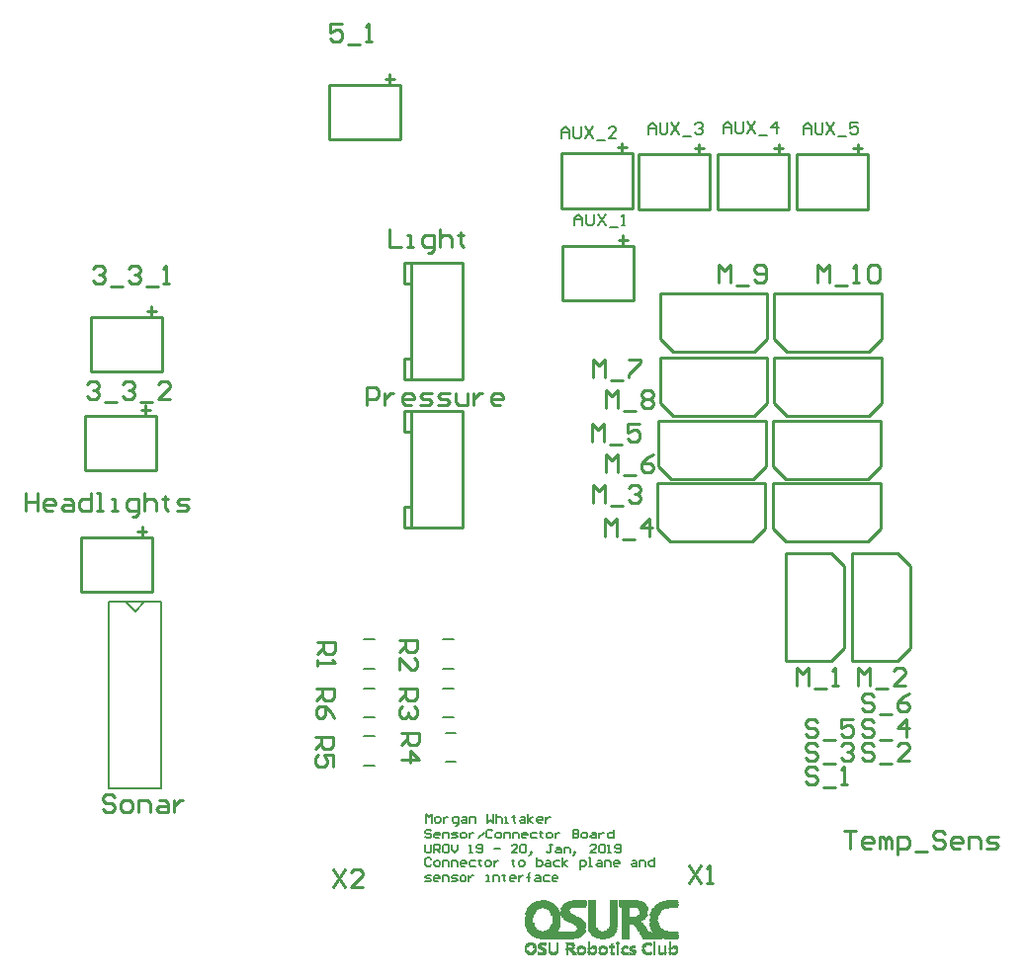
<source format=gto>
G04 Layer_Color=15132400*
%FSLAX24Y24*%
%MOIN*%
G70*
G01*
G75*
%ADD13C,0.0079*%
%ADD31C,0.0100*%
%ADD32C,0.0060*%
%ADD33C,0.0050*%
%ADD34C,0.0059*%
%ADD35R,0.0351X0.0004*%
%ADD36R,0.0595X0.0004*%
%ADD37R,0.0280X0.0004*%
%ADD38R,0.0429X0.0004*%
%ADD39R,0.0082X0.0004*%
%ADD40R,0.0397X0.0004*%
%ADD41R,0.0638X0.0004*%
%ADD42R,0.0280X0.0004*%
%ADD43R,0.0471X0.0004*%
%ADD44R,0.0170X0.0004*%
%ADD45R,0.0425X0.0004*%
%ADD46R,0.0663X0.0004*%
%ADD47R,0.0496X0.0004*%
%ADD48R,0.0227X0.0004*%
%ADD49R,0.0450X0.0004*%
%ADD50R,0.0687X0.0004*%
%ADD51R,0.0521X0.0004*%
%ADD52R,0.0269X0.0004*%
%ADD53R,0.0464X0.0004*%
%ADD54R,0.0705X0.0004*%
%ADD55R,0.0539X0.0004*%
%ADD56R,0.0301X0.0004*%
%ADD57R,0.0482X0.0004*%
%ADD58R,0.0719X0.0004*%
%ADD59R,0.0556X0.0004*%
%ADD60R,0.0333X0.0004*%
%ADD61R,0.0737X0.0004*%
%ADD62R,0.0571X0.0004*%
%ADD63R,0.0361X0.0004*%
%ADD64R,0.0514X0.0004*%
%ADD65R,0.0748X0.0004*%
%ADD66R,0.0581X0.0004*%
%ADD67R,0.0390X0.0004*%
%ADD68R,0.0525X0.0004*%
%ADD69R,0.0758X0.0004*%
%ADD70R,0.0595X0.0004*%
%ADD71R,0.0408X0.0004*%
%ADD72R,0.0535X0.0004*%
%ADD73R,0.0772X0.0004*%
%ADD74R,0.0606X0.0004*%
%ADD75R,0.0429X0.0004*%
%ADD76R,0.0546X0.0004*%
%ADD77R,0.0780X0.0004*%
%ADD78R,0.0617X0.0004*%
%ADD79R,0.0556X0.0004*%
%ADD80R,0.0790X0.0004*%
%ADD81R,0.0627X0.0004*%
%ADD82R,0.0471X0.0004*%
%ADD83R,0.0567X0.0004*%
%ADD84R,0.0797X0.0004*%
%ADD85R,0.0634X0.0004*%
%ADD86R,0.0493X0.0004*%
%ADD87R,0.0574X0.0004*%
%ADD88R,0.0808X0.0004*%
%ADD89R,0.0645X0.0004*%
%ADD90R,0.0507X0.0004*%
%ADD91R,0.0585X0.0004*%
%ADD92R,0.0815X0.0004*%
%ADD93R,0.0652X0.0004*%
%ADD94R,0.0524X0.0004*%
%ADD95R,0.0592X0.0004*%
%ADD96R,0.0822X0.0004*%
%ADD97R,0.0659X0.0004*%
%ADD98R,0.0539X0.0004*%
%ADD99R,0.0599X0.0004*%
%ADD100R,0.0826X0.0004*%
%ADD101R,0.0666X0.0004*%
%ADD102R,0.0553X0.0004*%
%ADD103R,0.0606X0.0004*%
%ADD104R,0.0833X0.0004*%
%ADD105R,0.0673X0.0004*%
%ADD106R,0.0567X0.0004*%
%ADD107R,0.0617X0.0004*%
%ADD108R,0.0840X0.0004*%
%ADD109R,0.0680X0.0004*%
%ADD110R,0.0624X0.0004*%
%ADD111R,0.0847X0.0004*%
%ADD112R,0.0688X0.0004*%
%ADD113R,0.0599X0.0004*%
%ADD114R,0.0631X0.0004*%
%ADD115R,0.0850X0.0004*%
%ADD116R,0.0695X0.0004*%
%ADD117R,0.0610X0.0004*%
%ADD118R,0.0638X0.0004*%
%ADD119R,0.0858X0.0004*%
%ADD120R,0.0698X0.0004*%
%ADD121R,0.0624X0.0004*%
%ADD122R,0.0641X0.0004*%
%ADD123R,0.0861X0.0004*%
%ADD124R,0.0705X0.0004*%
%ADD125R,0.0648X0.0004*%
%ADD126R,0.0868X0.0004*%
%ADD127R,0.0712X0.0004*%
%ADD128R,0.0656X0.0004*%
%ADD129R,0.0872X0.0004*%
%ADD130R,0.0716X0.0004*%
%ADD131R,0.0875X0.0004*%
%ADD132R,0.0723X0.0004*%
%ADD133R,0.0666X0.0004*%
%ADD134R,0.0666X0.0004*%
%ADD135R,0.0879X0.0004*%
%ADD136R,0.0726X0.0004*%
%ADD137R,0.0680X0.0004*%
%ADD138R,0.0673X0.0004*%
%ADD139R,0.0886X0.0004*%
%ADD140R,0.0730X0.0004*%
%ADD141R,0.0680X0.0004*%
%ADD142R,0.0889X0.0004*%
%ADD143R,0.0737X0.0004*%
%ADD144R,0.0702X0.0004*%
%ADD145R,0.0684X0.0004*%
%ADD146R,0.0893X0.0004*%
%ADD147R,0.0741X0.0004*%
%ADD148R,0.0712X0.0004*%
%ADD149R,0.0691X0.0004*%
%ADD150R,0.0896X0.0004*%
%ADD151R,0.0744X0.0004*%
%ADD152R,0.0695X0.0004*%
%ADD153R,0.0900X0.0004*%
%ADD154R,0.0751X0.0004*%
%ADD155R,0.0730X0.0004*%
%ADD156R,0.0904X0.0004*%
%ADD157R,0.0755X0.0004*%
%ADD158R,0.0907X0.0004*%
%ADD159R,0.0758X0.0004*%
%ADD160R,0.0709X0.0004*%
%ADD161R,0.0911X0.0004*%
%ADD162R,0.0762X0.0004*%
%ADD163R,0.0758X0.0004*%
%ADD164R,0.0914X0.0004*%
%ADD165R,0.0765X0.0004*%
%ADD166R,0.0765X0.0004*%
%ADD167R,0.0719X0.0004*%
%ADD168R,0.0918X0.0004*%
%ADD169R,0.0769X0.0004*%
%ADD170R,0.0776X0.0004*%
%ADD171R,0.0773X0.0004*%
%ADD172R,0.0787X0.0004*%
%ADD173R,0.0730X0.0004*%
%ADD174R,0.0921X0.0004*%
%ADD175R,0.0776X0.0004*%
%ADD176R,0.0794X0.0004*%
%ADD177R,0.0734X0.0004*%
%ADD178R,0.0925X0.0004*%
%ADD179R,0.0780X0.0004*%
%ADD180R,0.0804X0.0004*%
%ADD181R,0.0928X0.0004*%
%ADD182R,0.0783X0.0004*%
%ADD183R,0.0811X0.0004*%
%ADD184R,0.0928X0.0004*%
%ADD185R,0.0787X0.0004*%
%ADD186R,0.0818X0.0004*%
%ADD187R,0.0744X0.0004*%
%ADD188R,0.0932X0.0004*%
%ADD189R,0.0787X0.0004*%
%ADD190R,0.0826X0.0004*%
%ADD191R,0.0748X0.0004*%
%ADD192R,0.0935X0.0004*%
%ADD193R,0.0790X0.0004*%
%ADD194R,0.0833X0.0004*%
%ADD195R,0.0794X0.0004*%
%ADD196R,0.0840X0.0004*%
%ADD197R,0.0939X0.0004*%
%ADD198R,0.0797X0.0004*%
%ADD199R,0.0943X0.0004*%
%ADD200R,0.0801X0.0004*%
%ADD201R,0.0854X0.0004*%
%ADD202R,0.0943X0.0004*%
%ADD203R,0.0804X0.0004*%
%ADD204R,0.0946X0.0004*%
%ADD205R,0.0773X0.0004*%
%ADD206R,0.0946X0.0004*%
%ADD207R,0.0808X0.0004*%
%ADD208R,0.0875X0.0004*%
%ADD209R,0.0950X0.0004*%
%ADD210R,0.0808X0.0004*%
%ADD211R,0.0882X0.0004*%
%ADD212R,0.0812X0.0004*%
%ADD213R,0.0889X0.0004*%
%ADD214R,0.0953X0.0004*%
%ADD215R,0.0815X0.0004*%
%ADD216R,0.0896X0.0004*%
%ADD217R,0.0953X0.0004*%
%ADD218R,0.0815X0.0004*%
%ADD219R,0.0904X0.0004*%
%ADD220R,0.0790X0.0004*%
%ADD221R,0.0957X0.0004*%
%ADD222R,0.0819X0.0004*%
%ADD223R,0.0794X0.0004*%
%ADD224R,0.0957X0.0004*%
%ADD225R,0.0822X0.0004*%
%ADD226R,0.0960X0.0004*%
%ADD227R,0.0822X0.0004*%
%ADD228R,0.0918X0.0004*%
%ADD229R,0.0960X0.0004*%
%ADD230R,0.0932X0.0004*%
%ADD231R,0.0964X0.0004*%
%ADD232R,0.0829X0.0004*%
%ADD233R,0.0964X0.0004*%
%ADD234R,0.0829X0.0004*%
%ADD235R,0.0812X0.0004*%
%ADD236R,0.0443X0.0004*%
%ADD237R,0.0950X0.0004*%
%ADD238R,0.0415X0.0004*%
%ADD239R,0.0439X0.0004*%
%ADD240R,0.0953X0.0004*%
%ADD241R,0.0818X0.0004*%
%ADD242R,0.0411X0.0004*%
%ADD243R,0.0386X0.0004*%
%ADD244R,0.0376X0.0004*%
%ADD245R,0.0383X0.0004*%
%ADD246R,0.0971X0.0004*%
%ADD247R,0.0365X0.0004*%
%ADD248R,0.0372X0.0004*%
%ADD249R,0.0974X0.0004*%
%ADD250R,0.0358X0.0004*%
%ADD251R,0.0358X0.0004*%
%ADD252R,0.0982X0.0004*%
%ADD253R,0.0503X0.0004*%
%ADD254R,0.0354X0.0004*%
%ADD255R,0.0354X0.0004*%
%ADD256R,0.0454X0.0004*%
%ADD257R,0.0478X0.0004*%
%ADD258R,0.0347X0.0004*%
%ADD259R,0.0432X0.0004*%
%ADD260R,0.0461X0.0004*%
%ADD261R,0.0344X0.0004*%
%ADD262R,0.0340X0.0004*%
%ADD263R,0.0422X0.0004*%
%ADD264R,0.0418X0.0004*%
%ADD265R,0.0447X0.0004*%
%ADD266R,0.0340X0.0004*%
%ADD267R,0.0337X0.0004*%
%ADD268R,0.0408X0.0004*%
%ADD269R,0.0411X0.0004*%
%ADD270R,0.0436X0.0004*%
%ADD271R,0.0337X0.0004*%
%ADD272R,0.0330X0.0004*%
%ADD273R,0.0400X0.0004*%
%ADD274R,0.0333X0.0004*%
%ADD275R,0.0326X0.0004*%
%ADD276R,0.0393X0.0004*%
%ADD277R,0.0422X0.0004*%
%ADD278R,0.0330X0.0004*%
%ADD279R,0.0326X0.0004*%
%ADD280R,0.0411X0.0004*%
%ADD281R,0.0326X0.0004*%
%ADD282R,0.0319X0.0004*%
%ADD283R,0.0404X0.0004*%
%ADD284R,0.0322X0.0004*%
%ADD285R,0.0315X0.0004*%
%ADD286R,0.0379X0.0004*%
%ADD287R,0.0376X0.0004*%
%ADD288R,0.0315X0.0004*%
%ADD289R,0.0372X0.0004*%
%ADD290R,0.0372X0.0004*%
%ADD291R,0.0319X0.0004*%
%ADD292R,0.0312X0.0004*%
%ADD293R,0.0369X0.0004*%
%ADD294R,0.0390X0.0004*%
%ADD295R,0.0308X0.0004*%
%ADD296R,0.0361X0.0004*%
%ADD297R,0.0315X0.0004*%
%ADD298R,0.0308X0.0004*%
%ADD299R,0.0305X0.0004*%
%ADD300R,0.0354X0.0004*%
%ADD301R,0.0376X0.0004*%
%ADD302R,0.0312X0.0004*%
%ADD303R,0.0305X0.0004*%
%ADD304R,0.0369X0.0004*%
%ADD305R,0.0301X0.0004*%
%ADD306R,0.0347X0.0004*%
%ADD307R,0.0347X0.0004*%
%ADD308R,0.0298X0.0004*%
%ADD309R,0.0344X0.0004*%
%ADD310R,0.0298X0.0004*%
%ADD311R,0.0294X0.0004*%
%ADD312R,0.0340X0.0004*%
%ADD313R,0.0298X0.0004*%
%ADD314R,0.0298X0.0004*%
%ADD315R,0.0337X0.0004*%
%ADD316R,0.0354X0.0004*%
%ADD317R,0.0333X0.0004*%
%ADD318R,0.0294X0.0004*%
%ADD319R,0.0333X0.0004*%
%ADD320R,0.0347X0.0004*%
%ADD321R,0.0291X0.0004*%
%ADD322R,0.0322X0.0004*%
%ADD323R,0.0323X0.0004*%
%ADD324R,0.0323X0.0004*%
%ADD325R,0.0315X0.0004*%
%ADD326R,0.0312X0.0004*%
%ADD327R,0.0305X0.0004*%
%ADD328R,0.0312X0.0004*%
%ADD329R,0.0291X0.0004*%
%ADD330R,0.0308X0.0004*%
%ADD331R,0.0308X0.0004*%
%ADD332R,0.0291X0.0004*%
%ADD333R,0.0291X0.0004*%
%ADD334R,0.0340X0.0004*%
%ADD335R,0.0358X0.0004*%
%ADD336R,0.0305X0.0004*%
%ADD337R,0.0365X0.0004*%
%ADD338R,0.0379X0.0004*%
%ADD339R,0.0393X0.0004*%
%ADD340R,0.0400X0.0004*%
%ADD341R,0.0404X0.0004*%
%ADD342R,0.0301X0.0004*%
%ADD343R,0.0411X0.0004*%
%ADD344R,0.0415X0.0004*%
%ADD345R,0.0294X0.0004*%
%ADD346R,0.0436X0.0004*%
%ADD347R,0.0443X0.0004*%
%ADD348R,0.0446X0.0004*%
%ADD349R,0.0454X0.0004*%
%ADD350R,0.0468X0.0004*%
%ADD351R,0.0471X0.0004*%
%ADD352R,0.0478X0.0004*%
%ADD353R,0.0485X0.0004*%
%ADD354R,0.0503X0.0004*%
%ADD355R,0.0514X0.0004*%
%ADD356R,0.0521X0.0004*%
%ADD357R,0.0528X0.0004*%
%ADD358R,0.0539X0.0004*%
%ADD359R,0.0542X0.0004*%
%ADD360R,0.0553X0.0004*%
%ADD361R,0.0811X0.0004*%
%ADD362R,0.0560X0.0004*%
%ADD363R,0.0804X0.0004*%
%ADD364R,0.0563X0.0004*%
%ADD365R,0.0801X0.0004*%
%ADD366R,0.0563X0.0004*%
%ADD367R,0.0797X0.0004*%
%ADD368R,0.0567X0.0004*%
%ADD369R,0.0571X0.0004*%
%ADD370R,0.0574X0.0004*%
%ADD371R,0.0578X0.0004*%
%ADD372R,0.0780X0.0004*%
%ADD373R,0.0578X0.0004*%
%ADD374R,0.0581X0.0004*%
%ADD375R,0.0581X0.0004*%
%ADD376R,0.0769X0.0004*%
%ADD377R,0.0585X0.0004*%
%ADD378R,0.0765X0.0004*%
%ADD379R,0.0585X0.0004*%
%ADD380R,0.0755X0.0004*%
%ADD381R,0.0585X0.0004*%
%ADD382R,0.0751X0.0004*%
%ADD383R,0.0737X0.0004*%
%ADD384R,0.0730X0.0004*%
%ADD385R,0.0726X0.0004*%
%ADD386R,0.0705X0.0004*%
%ADD387R,0.0702X0.0004*%
%ADD388R,0.0574X0.0004*%
%ADD389R,0.0687X0.0004*%
%ADD390R,0.0670X0.0004*%
%ADD391R,0.0656X0.0004*%
%ADD392R,0.0553X0.0004*%
%ADD393R,0.0549X0.0004*%
%ADD394R,0.0617X0.0004*%
%ADD395R,0.0542X0.0004*%
%ADD396R,0.0617X0.0004*%
%ADD397R,0.0539X0.0004*%
%ADD398R,0.0528X0.0004*%
%ADD399R,0.0641X0.0004*%
%ADD400R,0.0521X0.0004*%
%ADD401R,0.0648X0.0004*%
%ADD402R,0.0517X0.0004*%
%ADD403R,0.0507X0.0004*%
%ADD404R,0.0500X0.0004*%
%ADD405R,0.0493X0.0004*%
%ADD406R,0.0673X0.0004*%
%ADD407R,0.0489X0.0004*%
%ADD408R,0.0677X0.0004*%
%ADD409R,0.0482X0.0004*%
%ADD410R,0.0475X0.0004*%
%ADD411R,0.0691X0.0004*%
%ADD412R,0.0276X0.0004*%
%ADD413R,0.0457X0.0004*%
%ADD414R,0.0698X0.0004*%
%ADD415R,0.0450X0.0004*%
%ADD416R,0.0276X0.0004*%
%ADD417R,0.0447X0.0004*%
%ADD418R,0.0436X0.0004*%
%ADD419R,0.0709X0.0004*%
%ADD420R,0.0283X0.0004*%
%ADD421R,0.0429X0.0004*%
%ADD422R,0.0716X0.0004*%
%ADD423R,0.0301X0.0004*%
%ADD424R,0.0723X0.0004*%
%ADD425R,0.0397X0.0004*%
%ADD426R,0.0383X0.0004*%
%ADD427R,0.0330X0.0004*%
%ADD428R,0.0376X0.0004*%
%ADD429R,0.0284X0.0004*%
%ADD430R,0.0284X0.0004*%
%ADD431R,0.0280X0.0004*%
%ADD432R,0.0280X0.0004*%
%ADD433R,0.0283X0.0004*%
%ADD434R,0.0330X0.0004*%
%ADD435R,0.0287X0.0004*%
%ADD436R,0.0287X0.0004*%
%ADD437R,0.0326X0.0004*%
%ADD438R,0.0365X0.0004*%
%ADD439R,0.0351X0.0004*%
%ADD440R,0.0386X0.0004*%
%ADD441R,0.0351X0.0004*%
%ADD442R,0.0404X0.0004*%
%ADD443R,0.0372X0.0004*%
%ADD444R,0.0418X0.0004*%
%ADD445R,0.0379X0.0004*%
%ADD446R,0.0390X0.0004*%
%ADD447R,0.0358X0.0004*%
%ADD448R,0.0407X0.0004*%
%ADD449R,0.0475X0.0004*%
%ADD450R,0.0383X0.0004*%
%ADD451R,0.0496X0.0004*%
%ADD452R,0.0432X0.0004*%
%ADD453R,0.0439X0.0004*%
%ADD454R,0.0454X0.0004*%
%ADD455R,0.0461X0.0004*%
%ADD456R,0.0861X0.0004*%
%ADD457R,0.0425X0.0004*%
%ADD458R,0.0904X0.0004*%
%ADD459R,0.0982X0.0004*%
%ADD460R,0.0861X0.0004*%
%ADD461R,0.0858X0.0004*%
%ADD462R,0.0429X0.0004*%
%ADD463R,0.0974X0.0004*%
%ADD464R,0.0967X0.0004*%
%ADD465R,0.0960X0.0004*%
%ADD466R,0.0850X0.0004*%
%ADD467R,0.0889X0.0004*%
%ADD468R,0.0847X0.0004*%
%ADD469R,0.0921X0.0004*%
%ADD470R,0.0843X0.0004*%
%ADD471R,0.0882X0.0004*%
%ADD472R,0.0925X0.0004*%
%ADD473R,0.0946X0.0004*%
%ADD474R,0.0843X0.0004*%
%ADD475R,0.0939X0.0004*%
%ADD476R,0.0840X0.0004*%
%ADD477R,0.0928X0.0004*%
%ADD478R,0.0836X0.0004*%
%ADD479R,0.0833X0.0004*%
%ADD480R,0.0432X0.0004*%
%ADD481R,0.0865X0.0004*%
%ADD482R,0.0932X0.0004*%
%ADD483R,0.0932X0.0004*%
%ADD484R,0.0918X0.0004*%
%ADD485R,0.0436X0.0004*%
%ADD486R,0.0911X0.0004*%
%ADD487R,0.0935X0.0004*%
%ADD488R,0.0904X0.0004*%
%ADD489R,0.0935X0.0004*%
%ADD490R,0.0897X0.0004*%
%ADD491R,0.0439X0.0004*%
%ADD492R,0.0836X0.0004*%
%ADD493R,0.0882X0.0004*%
%ADD494R,0.0829X0.0004*%
%ADD495R,0.0939X0.0004*%
%ADD496R,0.0868X0.0004*%
%ADD497R,0.0822X0.0004*%
%ADD498R,0.0861X0.0004*%
%ADD499R,0.0443X0.0004*%
%ADD500R,0.0854X0.0004*%
%ADD501R,0.0797X0.0004*%
%ADD502R,0.0840X0.0004*%
%ADD503R,0.0946X0.0004*%
%ADD504R,0.0783X0.0004*%
%ADD505R,0.0772X0.0004*%
%ADD506R,0.0804X0.0004*%
%ADD507R,0.0457X0.0004*%
%ADD508R,0.0787X0.0004*%
%ADD509R,0.0461X0.0004*%
%ADD510R,0.0950X0.0004*%
%ADD511R,0.0758X0.0004*%
%ADD512R,0.0468X0.0004*%
%ADD513R,0.0723X0.0004*%
%ADD514R,0.0953X0.0004*%
%ADD515R,0.0740X0.0004*%
%ADD516R,0.0716X0.0004*%
%ADD517R,0.0734X0.0004*%
%ADD518R,0.0475X0.0004*%
%ADD519R,0.0723X0.0004*%
%ADD520R,0.0478X0.0004*%
%ADD521R,0.0680X0.0004*%
%ADD522R,0.0691X0.0004*%
%ADD523R,0.0486X0.0004*%
%ADD524R,0.0663X0.0004*%
%ADD525R,0.0670X0.0004*%
%ADD526R,0.0489X0.0004*%
%ADD527R,0.0656X0.0004*%
%ADD528R,0.0698X0.0004*%
%ADD529R,0.0641X0.0004*%
%ADD530R,0.0493X0.0004*%
%ADD531R,0.0634X0.0004*%
%ADD532R,0.0684X0.0004*%
%ADD533R,0.0500X0.0004*%
%ADD534R,0.0624X0.0004*%
%ADD535R,0.0620X0.0004*%
%ADD536R,0.0609X0.0004*%
%ADD537R,0.0613X0.0004*%
%ADD538R,0.0599X0.0004*%
%ADD539R,0.0659X0.0004*%
%ADD540R,0.0510X0.0004*%
%ADD541R,0.0648X0.0004*%
%ADD542R,0.0517X0.0004*%
%ADD543R,0.0560X0.0004*%
%ADD544R,0.0641X0.0004*%
%ADD545R,0.0549X0.0004*%
%ADD546R,0.0524X0.0004*%
%ADD547R,0.0535X0.0004*%
%ADD548R,0.0624X0.0004*%
%ADD549R,0.0528X0.0004*%
%ADD550R,0.0514X0.0004*%
%ADD551R,0.0500X0.0004*%
%ADD552R,0.0482X0.0004*%
%ADD553R,0.0546X0.0004*%
%ADD554R,0.0464X0.0004*%
%ADD555R,0.0400X0.0004*%
%ADD556R,0.0592X0.0004*%
%ADD557R,0.0921X0.0004*%
%ADD558R,0.0503X0.0004*%
%ADD559R,0.0914X0.0004*%
%ADD560R,0.0248X0.0004*%
%ADD561R,0.0907X0.0004*%
%ADD562R,0.0234X0.0004*%
%ADD563R,0.0195X0.0004*%
%ADD564R,0.0900X0.0004*%
%ADD565R,0.0184X0.0004*%
%ADD566R,0.0422X0.0004*%
%ADD567R,0.0131X0.0004*%
%ADD568R,0.0886X0.0004*%
%ADD569R,0.0120X0.0004*%
%ADD570R,0.0089X0.0004*%
%ADD571R,0.0092X0.0004*%
%ADD572R,0.0089X0.0004*%
%ADD573R,0.0035X0.0004*%
%ADD574R,0.0057X0.0004*%
%ADD575R,0.0092X0.0004*%
%ADD576R,0.0064X0.0004*%
%ADD577R,0.0078X0.0004*%
%ADD578R,0.0060X0.0004*%
%ADD579R,0.0085X0.0004*%
%ADD580R,0.0050X0.0004*%
%ADD581R,0.0113X0.0004*%
%ADD582R,0.0096X0.0004*%
%ADD583R,0.0145X0.0004*%
%ADD584R,0.0092X0.0004*%
%ADD585R,0.0181X0.0004*%
%ADD586R,0.0096X0.0004*%
%ADD587R,0.0128X0.0004*%
%ADD588R,0.0170X0.0004*%
%ADD589R,0.0099X0.0004*%
%ADD590R,0.0206X0.0004*%
%ADD591R,0.0096X0.0004*%
%ADD592R,0.0149X0.0004*%
%ADD593R,0.0188X0.0004*%
%ADD594R,0.0220X0.0004*%
%ADD595R,0.0191X0.0004*%
%ADD596R,0.0167X0.0004*%
%ADD597R,0.0202X0.0004*%
%ADD598R,0.0099X0.0004*%
%ADD599R,0.0230X0.0004*%
%ADD600R,0.0198X0.0004*%
%ADD601R,0.0184X0.0004*%
%ADD602R,0.0209X0.0004*%
%ADD603R,0.0106X0.0004*%
%ADD604R,0.0241X0.0004*%
%ADD605R,0.0199X0.0004*%
%ADD606R,0.0216X0.0004*%
%ADD607R,0.0106X0.0004*%
%ADD608R,0.0213X0.0004*%
%ADD609R,0.0223X0.0004*%
%ADD610R,0.0252X0.0004*%
%ADD611R,0.0227X0.0004*%
%ADD612R,0.0259X0.0004*%
%ADD613R,0.0223X0.0004*%
%ADD614R,0.0234X0.0004*%
%ADD615R,0.0234X0.0004*%
%ADD616R,0.0004X0.0004*%
%ADD617R,0.0262X0.0004*%
%ADD618R,0.0237X0.0004*%
%ADD619R,0.0103X0.0004*%
%ADD620R,0.0018X0.0004*%
%ADD621R,0.0266X0.0004*%
%ADD622R,0.0252X0.0004*%
%ADD623R,0.0028X0.0004*%
%ADD624R,0.0269X0.0004*%
%ADD625R,0.0234X0.0004*%
%ADD626R,0.0248X0.0004*%
%ADD627R,0.0043X0.0004*%
%ADD628R,0.0273X0.0004*%
%ADD629R,0.0237X0.0004*%
%ADD630R,0.0053X0.0004*%
%ADD631R,0.0241X0.0004*%
%ADD632R,0.0276X0.0004*%
%ADD633R,0.0255X0.0004*%
%ADD634R,0.0092X0.0004*%
%ADD635R,0.0067X0.0004*%
%ADD636R,0.0245X0.0004*%
%ADD637R,0.0078X0.0004*%
%ADD638R,0.0074X0.0004*%
%ADD639R,0.0039X0.0004*%
%ADD640R,0.0071X0.0004*%
%ADD641R,0.0135X0.0004*%
%ADD642R,0.0053X0.0004*%
%ADD643R,0.0124X0.0004*%
%ADD644R,0.0156X0.0004*%
%ADD645R,0.0124X0.0004*%
%ADD646R,0.0113X0.0004*%
%ADD647R,0.0142X0.0004*%
%ADD648R,0.0046X0.0004*%
%ADD649R,0.0145X0.0004*%
%ADD650R,0.0117X0.0004*%
%ADD651R,0.0032X0.0004*%
%ADD652R,0.0110X0.0004*%
%ADD653R,0.0131X0.0004*%
%ADD654R,0.0135X0.0004*%
%ADD655R,0.0035X0.0004*%
%ADD656R,0.0138X0.0004*%
%ADD657R,0.0110X0.0004*%
%ADD658R,0.0021X0.0004*%
%ADD659R,0.0025X0.0004*%
%ADD660R,0.0131X0.0004*%
%ADD661R,0.0110X0.0004*%
%ADD662R,0.0014X0.0004*%
%ADD663R,0.0103X0.0004*%
%ADD664R,0.0121X0.0004*%
%ADD665R,0.0018X0.0004*%
%ADD666R,0.0128X0.0004*%
%ADD667R,0.0007X0.0004*%
%ADD668R,0.0120X0.0004*%
%ADD669R,0.0011X0.0004*%
%ADD670R,0.0004X0.0004*%
%ADD671R,0.0117X0.0004*%
%ADD672R,0.0103X0.0004*%
%ADD673R,0.0113X0.0004*%
%ADD674R,0.0113X0.0004*%
%ADD675R,0.0106X0.0004*%
%ADD676R,0.0060X0.0004*%
%ADD677R,0.0085X0.0004*%
%ADD678R,0.0064X0.0004*%
%ADD679R,0.0089X0.0004*%
%ADD680R,0.0117X0.0004*%
%ADD681R,0.0085X0.0004*%
%ADD682R,0.0103X0.0004*%
%ADD683R,0.0089X0.0004*%
%ADD684R,0.0142X0.0004*%
%ADD685R,0.0152X0.0004*%
%ADD686R,0.0152X0.0004*%
%ADD687R,0.0206X0.0004*%
%ADD688R,0.0149X0.0004*%
%ADD689R,0.0096X0.0004*%
%ADD690R,0.0160X0.0004*%
%ADD691R,0.0159X0.0004*%
%ADD692R,0.0128X0.0004*%
%ADD693R,0.0167X0.0004*%
%ADD694R,0.0167X0.0004*%
%ADD695R,0.0167X0.0004*%
%ADD696R,0.0177X0.0004*%
%ADD697R,0.0110X0.0004*%
%ADD698R,0.0174X0.0004*%
%ADD699R,0.0149X0.0004*%
%ADD700R,0.0152X0.0004*%
%ADD701R,0.0177X0.0004*%
%ADD702R,0.0177X0.0004*%
%ADD703R,0.0202X0.0004*%
%ADD704R,0.0156X0.0004*%
%ADD705R,0.0160X0.0004*%
%ADD706R,0.0184X0.0004*%
%ADD707R,0.0163X0.0004*%
%ADD708R,0.0099X0.0004*%
%ADD709R,0.0184X0.0004*%
%ADD710R,0.0174X0.0004*%
%ADD711R,0.0099X0.0004*%
%ADD712R,0.0188X0.0004*%
%ADD713R,0.0191X0.0004*%
%ADD714R,0.0174X0.0004*%
%ADD715R,0.0227X0.0004*%
%ADD716R,0.0128X0.0004*%
%ADD717R,0.0181X0.0004*%
%ADD718R,0.0191X0.0004*%
%ADD719R,0.0195X0.0004*%
%ADD720R,0.0245X0.0004*%
%ADD721R,0.0138X0.0004*%
%ADD722R,0.0195X0.0004*%
%ADD723R,0.0202X0.0004*%
%ADD724R,0.0248X0.0004*%
%ADD725R,0.0145X0.0004*%
%ADD726R,0.0199X0.0004*%
%ADD727R,0.0259X0.0004*%
%ADD728R,0.0255X0.0004*%
%ADD729R,0.0149X0.0004*%
%ADD730R,0.0209X0.0004*%
%ADD731R,0.0259X0.0004*%
%ADD732R,0.0213X0.0004*%
%ADD733R,0.0266X0.0004*%
%ADD734R,0.0163X0.0004*%
%ADD735R,0.0053X0.0004*%
%ADD736R,0.0273X0.0004*%
%ADD737R,0.0170X0.0004*%
%ADD738R,0.0036X0.0004*%
%ADD739R,0.0216X0.0004*%
%ADD740R,0.0276X0.0004*%
%ADD741R,0.0025X0.0004*%
%ADD742R,0.0121X0.0004*%
%ADD743R,0.0177X0.0004*%
%ADD744R,0.0117X0.0004*%
%ADD745R,0.0007X0.0004*%
%ADD746R,0.0014X0.0004*%
%ADD747R,0.0266X0.0004*%
%ADD748R,0.0011X0.0004*%
%ADD749R,0.0138X0.0004*%
%ADD750R,0.0152X0.0004*%
%ADD751R,0.0142X0.0004*%
%ADD752R,0.0135X0.0004*%
%ADD753R,0.0174X0.0004*%
%ADD754R,0.0004X0.0004*%
%ADD755R,0.0014X0.0004*%
%ADD756R,0.0021X0.0004*%
%ADD757R,0.0039X0.0004*%
%ADD758R,0.0050X0.0004*%
%ADD759R,0.0085X0.0004*%
%ADD760R,0.0007X0.0004*%
%ADD761R,0.0067X0.0004*%
%ADD762R,0.0014X0.0004*%
%ADD763R,0.0057X0.0004*%
%ADD764R,0.0021X0.0004*%
%ADD765R,0.0071X0.0004*%
%ADD766R,0.0032X0.0004*%
%ADD767R,0.0131X0.0004*%
%ADD768R,0.0220X0.0004*%
%ADD769R,0.0220X0.0004*%
%ADD770R,0.0262X0.0004*%
%ADD771R,0.0216X0.0004*%
%ADD772R,0.0209X0.0004*%
%ADD773R,0.0269X0.0004*%
%ADD774R,0.0202X0.0004*%
%ADD775R,0.0255X0.0004*%
%ADD776R,0.0198X0.0004*%
%ADD777R,0.0230X0.0004*%
%ADD778R,0.0252X0.0004*%
%ADD779R,0.0255X0.0004*%
%ADD780R,0.0170X0.0004*%
%ADD781R,0.0227X0.0004*%
%ADD782R,0.0241X0.0004*%
%ADD783R,0.0156X0.0004*%
%ADD784R,0.0220X0.0004*%
%ADD785R,0.0142X0.0004*%
%ADD786R,0.0191X0.0004*%
%ADD787R,0.0135X0.0004*%
%ADD788R,0.0223X0.0004*%
%ADD789R,0.0106X0.0004*%
%ADD790R,0.0071X0.0004*%
%ADD791R,0.0074X0.0004*%
%ADD792R,0.0043X0.0004*%
%ADD793R,0.0071X0.0004*%
%ADD794R,0.0060X0.0004*%
D13*
X18878Y19941D02*
X19232D01*
X18878Y18957D02*
X19232D01*
X18957Y15807D02*
X19311D01*
X18957Y16791D02*
X19311D01*
X18878Y18287D02*
X19232D01*
X18878Y17303D02*
X19232D01*
X16201Y19941D02*
X16555D01*
X16201Y18957D02*
X16555D01*
X16201Y18287D02*
X16555D01*
X16201Y17303D02*
X16555D01*
X16201Y16673D02*
X16555D01*
X16201Y15689D02*
X16555D01*
X18300Y13750D02*
Y14045D01*
X18398Y13947D01*
X18497Y14045D01*
Y13750D01*
X18644D02*
X18743D01*
X18792Y13799D01*
Y13898D01*
X18743Y13947D01*
X18644D01*
X18595Y13898D01*
Y13799D01*
X18644Y13750D01*
X18890Y13947D02*
Y13750D01*
Y13848D01*
X18940Y13898D01*
X18989Y13947D01*
X19038D01*
X19284Y13652D02*
X19333D01*
X19382Y13701D01*
Y13947D01*
X19235D01*
X19186Y13898D01*
Y13799D01*
X19235Y13750D01*
X19382D01*
X19530Y13947D02*
X19628D01*
X19678Y13898D01*
Y13750D01*
X19530D01*
X19481Y13799D01*
X19530Y13848D01*
X19678D01*
X19776Y13750D02*
Y13947D01*
X19923D01*
X19973Y13898D01*
Y13750D01*
X20366Y14045D02*
Y13750D01*
X20465Y13848D01*
X20563Y13750D01*
Y14045D01*
X20661D02*
Y13750D01*
Y13898D01*
X20711Y13947D01*
X20809D01*
X20858Y13898D01*
Y13750D01*
X20957D02*
X21055D01*
X21006D01*
Y13947D01*
X20957D01*
X21252Y13996D02*
Y13947D01*
X21203D01*
X21301D01*
X21252D01*
Y13799D01*
X21301Y13750D01*
X21498Y13947D02*
X21596D01*
X21645Y13898D01*
Y13750D01*
X21498D01*
X21449Y13799D01*
X21498Y13848D01*
X21645D01*
X21744Y13750D02*
Y14045D01*
Y13848D02*
X21891Y13947D01*
X21744Y13848D02*
X21891Y13750D01*
X22187D02*
X22088D01*
X22039Y13799D01*
Y13898D01*
X22088Y13947D01*
X22187D01*
X22236Y13898D01*
Y13848D01*
X22039D01*
X22334Y13947D02*
Y13750D01*
Y13848D01*
X22383Y13898D01*
X22433Y13947D01*
X22482D01*
X18476Y13475D02*
X18426Y13524D01*
X18328D01*
X18279Y13475D01*
Y13426D01*
X18328Y13376D01*
X18426D01*
X18476Y13327D01*
Y13278D01*
X18426Y13229D01*
X18328D01*
X18279Y13278D01*
X18722Y13229D02*
X18623D01*
X18574Y13278D01*
Y13376D01*
X18623Y13426D01*
X18722D01*
X18771Y13376D01*
Y13327D01*
X18574D01*
X18869Y13229D02*
Y13426D01*
X19017D01*
X19066Y13376D01*
Y13229D01*
X19164D02*
X19312D01*
X19361Y13278D01*
X19312Y13327D01*
X19213D01*
X19164Y13376D01*
X19213Y13426D01*
X19361D01*
X19509Y13229D02*
X19607D01*
X19656Y13278D01*
Y13376D01*
X19607Y13426D01*
X19509D01*
X19459Y13376D01*
Y13278D01*
X19509Y13229D01*
X19755Y13426D02*
Y13229D01*
Y13327D01*
X19804Y13376D01*
X19853Y13426D01*
X19902D01*
X20050Y13229D02*
X20247Y13426D01*
X20542Y13475D02*
X20493Y13524D01*
X20394D01*
X20345Y13475D01*
Y13278D01*
X20394Y13229D01*
X20493D01*
X20542Y13278D01*
X20689Y13229D02*
X20788D01*
X20837Y13278D01*
Y13376D01*
X20788Y13426D01*
X20689D01*
X20640Y13376D01*
Y13278D01*
X20689Y13229D01*
X20935D02*
Y13426D01*
X21083D01*
X21132Y13376D01*
Y13229D01*
X21231D02*
Y13426D01*
X21378D01*
X21427Y13376D01*
Y13229D01*
X21673D02*
X21575D01*
X21526Y13278D01*
Y13376D01*
X21575Y13426D01*
X21673D01*
X21723Y13376D01*
Y13327D01*
X21526D01*
X22018Y13426D02*
X21870D01*
X21821Y13376D01*
Y13278D01*
X21870Y13229D01*
X22018D01*
X22165Y13475D02*
Y13426D01*
X22116D01*
X22214D01*
X22165D01*
Y13278D01*
X22214Y13229D01*
X22411D02*
X22510D01*
X22559Y13278D01*
Y13376D01*
X22510Y13426D01*
X22411D01*
X22362Y13376D01*
Y13278D01*
X22411Y13229D01*
X22657Y13426D02*
Y13229D01*
Y13327D01*
X22706Y13376D01*
X22756Y13426D01*
X22805D01*
X23248Y13524D02*
Y13229D01*
X23395D01*
X23444Y13278D01*
Y13327D01*
X23395Y13376D01*
X23248D01*
X23395D01*
X23444Y13426D01*
Y13475D01*
X23395Y13524D01*
X23248D01*
X23592Y13229D02*
X23690D01*
X23740Y13278D01*
Y13376D01*
X23690Y13426D01*
X23592D01*
X23543Y13376D01*
Y13278D01*
X23592Y13229D01*
X23887Y13426D02*
X23986D01*
X24035Y13376D01*
Y13229D01*
X23887D01*
X23838Y13278D01*
X23887Y13327D01*
X24035D01*
X24133Y13426D02*
Y13229D01*
Y13327D01*
X24182Y13376D01*
X24232Y13426D01*
X24281D01*
X24625Y13524D02*
Y13229D01*
X24478D01*
X24428Y13278D01*
Y13376D01*
X24478Y13426D01*
X24625D01*
X18279Y13024D02*
Y12778D01*
X18328Y12729D01*
X18426D01*
X18476Y12778D01*
Y13024D01*
X18574Y12729D02*
Y13024D01*
X18722D01*
X18771Y12975D01*
Y12876D01*
X18722Y12827D01*
X18574D01*
X18672D02*
X18771Y12729D01*
X19017Y13024D02*
X18918D01*
X18869Y12975D01*
Y12778D01*
X18918Y12729D01*
X19017D01*
X19066Y12778D01*
Y12975D01*
X19017Y13024D01*
X19164D02*
Y12827D01*
X19263Y12729D01*
X19361Y12827D01*
Y13024D01*
X19755Y12729D02*
X19853D01*
X19804D01*
Y13024D01*
X19755Y12975D01*
X20001Y12778D02*
X20050Y12729D01*
X20148D01*
X20197Y12778D01*
Y12975D01*
X20148Y13024D01*
X20050D01*
X20001Y12975D01*
Y12926D01*
X20050Y12876D01*
X20197D01*
X20591D02*
X20788D01*
X21378Y12729D02*
X21181D01*
X21378Y12926D01*
Y12975D01*
X21329Y13024D01*
X21231D01*
X21181Y12975D01*
X21477D02*
X21526Y13024D01*
X21624D01*
X21673Y12975D01*
Y12778D01*
X21624Y12729D01*
X21526D01*
X21477Y12778D01*
Y12975D01*
X21821Y12680D02*
X21870Y12729D01*
Y12778D01*
X21821D01*
Y12729D01*
X21870D01*
X21821Y12680D01*
X21772Y12630D01*
X22559Y13024D02*
X22460D01*
X22510D01*
Y12778D01*
X22460Y12729D01*
X22411D01*
X22362Y12778D01*
X22706Y12926D02*
X22805D01*
X22854Y12876D01*
Y12729D01*
X22706D01*
X22657Y12778D01*
X22706Y12827D01*
X22854D01*
X22952Y12729D02*
Y12926D01*
X23100D01*
X23149Y12876D01*
Y12729D01*
X23297Y12680D02*
X23346Y12729D01*
Y12778D01*
X23297D01*
Y12729D01*
X23346D01*
X23297Y12680D01*
X23248Y12630D01*
X24035Y12729D02*
X23838D01*
X24035Y12926D01*
Y12975D01*
X23986Y13024D01*
X23887D01*
X23838Y12975D01*
X24133D02*
X24182Y13024D01*
X24281D01*
X24330Y12975D01*
Y12778D01*
X24281Y12729D01*
X24182D01*
X24133Y12778D01*
Y12975D01*
X24428Y12729D02*
X24527D01*
X24478D01*
Y13024D01*
X24428Y12975D01*
X24674Y12778D02*
X24724Y12729D01*
X24822D01*
X24871Y12778D01*
Y12975D01*
X24822Y13024D01*
X24724D01*
X24674Y12975D01*
Y12926D01*
X24724Y12876D01*
X24871D01*
X18476Y12525D02*
X18426Y12574D01*
X18328D01*
X18279Y12525D01*
Y12328D01*
X18328Y12279D01*
X18426D01*
X18476Y12328D01*
X18623Y12279D02*
X18722D01*
X18771Y12328D01*
Y12426D01*
X18722Y12476D01*
X18623D01*
X18574Y12426D01*
Y12328D01*
X18623Y12279D01*
X18869D02*
Y12476D01*
X19017D01*
X19066Y12426D01*
Y12279D01*
X19164D02*
Y12476D01*
X19312D01*
X19361Y12426D01*
Y12279D01*
X19607D02*
X19509D01*
X19459Y12328D01*
Y12426D01*
X19509Y12476D01*
X19607D01*
X19656Y12426D01*
Y12377D01*
X19459D01*
X19951Y12476D02*
X19804D01*
X19755Y12426D01*
Y12328D01*
X19804Y12279D01*
X19951D01*
X20099Y12525D02*
Y12476D01*
X20050D01*
X20148D01*
X20099D01*
Y12328D01*
X20148Y12279D01*
X20345D02*
X20443D01*
X20493Y12328D01*
Y12426D01*
X20443Y12476D01*
X20345D01*
X20296Y12426D01*
Y12328D01*
X20345Y12279D01*
X20591Y12476D02*
Y12279D01*
Y12377D01*
X20640Y12426D01*
X20689Y12476D01*
X20739D01*
X21231Y12525D02*
Y12476D01*
X21181D01*
X21280D01*
X21231D01*
Y12328D01*
X21280Y12279D01*
X21477D02*
X21575D01*
X21624Y12328D01*
Y12426D01*
X21575Y12476D01*
X21477D01*
X21427Y12426D01*
Y12328D01*
X21477Y12279D01*
X22018Y12574D02*
Y12279D01*
X22165D01*
X22214Y12328D01*
Y12377D01*
Y12426D01*
X22165Y12476D01*
X22018D01*
X22362D02*
X22460D01*
X22510Y12426D01*
Y12279D01*
X22362D01*
X22313Y12328D01*
X22362Y12377D01*
X22510D01*
X22805Y12476D02*
X22657D01*
X22608Y12426D01*
Y12328D01*
X22657Y12279D01*
X22805D01*
X22903D02*
Y12574D01*
Y12377D02*
X23051Y12476D01*
X22903Y12377D02*
X23051Y12279D01*
X23494Y12180D02*
Y12476D01*
X23641D01*
X23690Y12426D01*
Y12328D01*
X23641Y12279D01*
X23494D01*
X23789D02*
X23887D01*
X23838D01*
Y12574D01*
X23789D01*
X24084Y12476D02*
X24182D01*
X24232Y12426D01*
Y12279D01*
X24084D01*
X24035Y12328D01*
X24084Y12377D01*
X24232D01*
X24330Y12279D02*
Y12476D01*
X24478D01*
X24527Y12426D01*
Y12279D01*
X24773D02*
X24674D01*
X24625Y12328D01*
Y12426D01*
X24674Y12476D01*
X24773D01*
X24822Y12426D01*
Y12377D01*
X24625D01*
X25265Y12476D02*
X25363D01*
X25412Y12426D01*
Y12279D01*
X25265D01*
X25215Y12328D01*
X25265Y12377D01*
X25412D01*
X25511Y12279D02*
Y12476D01*
X25658D01*
X25707Y12426D01*
Y12279D01*
X26003Y12574D02*
Y12279D01*
X25855D01*
X25806Y12328D01*
Y12426D01*
X25855Y12476D01*
X26003D01*
X18268Y11772D02*
X18415D01*
X18464Y11821D01*
X18415Y11870D01*
X18317D01*
X18268Y11919D01*
X18317Y11968D01*
X18464D01*
X18710Y11772D02*
X18612D01*
X18563Y11821D01*
Y11919D01*
X18612Y11968D01*
X18710D01*
X18760Y11919D01*
Y11870D01*
X18563D01*
X18858Y11772D02*
Y11968D01*
X19006D01*
X19055Y11919D01*
Y11772D01*
X19153D02*
X19301D01*
X19350Y11821D01*
X19301Y11870D01*
X19202D01*
X19153Y11919D01*
X19202Y11968D01*
X19350D01*
X19498Y11772D02*
X19596D01*
X19645Y11821D01*
Y11919D01*
X19596Y11968D01*
X19498D01*
X19448Y11919D01*
Y11821D01*
X19498Y11772D01*
X19744Y11968D02*
Y11772D01*
Y11870D01*
X19793Y11919D01*
X19842Y11968D01*
X19891D01*
X20334Y11772D02*
X20432D01*
X20383D01*
Y11968D01*
X20334D01*
X20580Y11772D02*
Y11968D01*
X20728D01*
X20777Y11919D01*
Y11772D01*
X20924Y12018D02*
Y11968D01*
X20875D01*
X20974D01*
X20924D01*
Y11821D01*
X20974Y11772D01*
X21269D02*
X21170D01*
X21121Y11821D01*
Y11919D01*
X21170Y11968D01*
X21269D01*
X21318Y11919D01*
Y11870D01*
X21121D01*
X21416Y11968D02*
Y11772D01*
Y11870D01*
X21466Y11919D01*
X21515Y11968D01*
X21564D01*
X21761Y11772D02*
Y12018D01*
Y11919D01*
X21711D01*
X21810D01*
X21761D01*
Y12018D01*
X21810Y12067D01*
X22007Y11968D02*
X22105D01*
X22154Y11919D01*
Y11772D01*
X22007D01*
X21957Y11821D01*
X22007Y11870D01*
X22154D01*
X22449Y11968D02*
X22302D01*
X22253Y11919D01*
Y11821D01*
X22302Y11772D01*
X22449D01*
X22695D02*
X22597D01*
X22548Y11821D01*
Y11919D01*
X22597Y11968D01*
X22695D01*
X22745Y11919D01*
Y11870D01*
X22548D01*
D31*
X22855Y36336D02*
X25255D01*
X22855Y34486D02*
Y36336D01*
X25255Y34486D02*
Y36336D01*
X22855Y34486D02*
X25255D01*
X24905Y36336D02*
Y36686D01*
X24755Y36536D02*
X25055D01*
X18071Y23699D02*
X19261D01*
X17795Y27638D02*
X19531D01*
X17795Y26929D02*
Y27638D01*
Y23699D02*
Y24409D01*
Y23699D02*
X19531D01*
Y27638D01*
X17559D02*
X17795D01*
X17559Y26929D02*
Y27638D01*
Y26929D02*
X17795D01*
Y24409D02*
Y26929D01*
X17559Y24409D02*
X17795D01*
X17559Y23699D02*
Y24409D01*
Y23699D02*
X17795D01*
X30039Y30079D02*
Y31614D01*
Y30079D02*
X30472Y29646D01*
X30039Y31614D02*
X33661D01*
X30472Y29646D02*
X33228D01*
X33661Y30079D02*
Y31614D01*
X33228Y29646D02*
X33661Y30079D01*
X26181D02*
Y31614D01*
Y30079D02*
X26614Y29646D01*
X26181Y31614D02*
X29803D01*
X26614Y29646D02*
X29370D01*
X29803Y30079D02*
Y31614D01*
X29370Y29646D02*
X29803Y30079D01*
X6989Y30824D02*
X9389D01*
X6989Y28974D02*
Y30824D01*
X9389Y28974D02*
Y30824D01*
X6989Y28974D02*
X9389D01*
X9039Y30824D02*
Y31174D01*
X8889Y31024D02*
X9189D01*
X30039Y27913D02*
Y29449D01*
Y27913D02*
X30472Y27480D01*
X30039Y29449D02*
X33661D01*
X30472Y27480D02*
X33228D01*
X33661Y27913D02*
Y29449D01*
X33228Y27480D02*
X33661Y27913D01*
X6674Y23383D02*
X9074D01*
X6674Y21533D02*
Y23383D01*
X9074Y21533D02*
Y23383D01*
X6674Y21533D02*
X9074D01*
X8724Y23383D02*
Y23733D01*
X8574Y23583D02*
X8874D01*
X26181Y27913D02*
Y29449D01*
Y27913D02*
X26614Y27480D01*
X26181Y29449D02*
X29803D01*
X26614Y27480D02*
X29370D01*
X29803Y27913D02*
Y29449D01*
X29370Y27480D02*
X29803Y27913D01*
X6792Y27478D02*
X9192D01*
X6792Y25628D02*
Y27478D01*
X9192Y25628D02*
Y27478D01*
X6792Y25628D02*
X9192D01*
X8842Y27478D02*
Y27828D01*
X8692Y27678D02*
X8992D01*
X30000Y25787D02*
Y27323D01*
Y25787D02*
X30433Y25354D01*
X30000Y27323D02*
X33622D01*
X30433Y25354D02*
X33189D01*
X33622Y25787D02*
Y27323D01*
X33189Y25354D02*
X33622Y25787D01*
X26142D02*
Y27323D01*
Y25787D02*
X26575Y25354D01*
X26142Y27323D02*
X29764D01*
X26575Y25354D02*
X29331D01*
X29764Y25787D02*
Y27323D01*
X29331Y25354D02*
X29764Y25787D01*
X30000Y23661D02*
Y25197D01*
Y23661D02*
X30433Y23228D01*
X30000Y25197D02*
X33622D01*
X30433Y23228D02*
X33189D01*
X33622Y23661D02*
Y25197D01*
X33189Y23228D02*
X33622Y23661D01*
X26102D02*
Y25197D01*
Y23661D02*
X26535Y23228D01*
X26102Y25197D02*
X29724D01*
X26535Y23228D02*
X29291D01*
X29724Y23661D02*
Y25197D01*
X29291Y23228D02*
X29724Y23661D01*
X28131Y36297D02*
X30531D01*
X28131Y34447D02*
Y36297D01*
X30531Y34447D02*
Y36297D01*
X28131Y34447D02*
X30531D01*
X30181Y36297D02*
Y36647D01*
X30031Y36497D02*
X30331D01*
X22894Y33226D02*
X25294D01*
X22894Y31376D02*
Y33226D01*
X25294Y31376D02*
Y33226D01*
X22894Y31376D02*
X25294D01*
X24944Y33226D02*
Y33576D01*
X24794Y33426D02*
X25094D01*
X32677Y19213D02*
X34213D01*
X34646Y19646D01*
X32677Y19213D02*
Y22835D01*
X34646Y19646D02*
Y22402D01*
X32677Y22835D02*
X34213D01*
X34646Y22402D01*
X30433Y19213D02*
X31969D01*
X32402Y19646D01*
X30433Y19213D02*
Y22835D01*
X32402Y19646D02*
Y22402D01*
X30433Y22835D02*
X31969D01*
X32402Y22402D01*
X30808Y36297D02*
X33208D01*
X30808Y34447D02*
Y36297D01*
X33208Y34447D02*
Y36297D01*
X30808Y34447D02*
X33208D01*
X32858Y36297D02*
Y36647D01*
X32708Y36497D02*
X33008D01*
X25454Y36297D02*
X27854D01*
X25454Y34447D02*
Y36297D01*
X27854Y34447D02*
Y36297D01*
X25454Y34447D02*
X27854D01*
X27504Y36297D02*
Y36647D01*
X27354Y36497D02*
X27654D01*
X15020Y38659D02*
X17420D01*
X15020Y36809D02*
Y38659D01*
X17420Y36809D02*
Y38659D01*
X15020Y36809D02*
X17420D01*
X17070Y38659D02*
Y39009D01*
X16920Y38859D02*
X17220D01*
X17559Y28699D02*
X17795D01*
X17559D02*
Y29409D01*
X17795D01*
Y31929D01*
X17559D02*
X17795D01*
X17559D02*
Y32638D01*
X17795D01*
X19531Y28699D02*
Y32638D01*
X17795Y28699D02*
X19531D01*
X17795D02*
Y29409D01*
Y31929D02*
Y32638D01*
X19531D01*
X18071Y28699D02*
X19261D01*
X4803Y24891D02*
Y24291D01*
Y24591D01*
X5203D01*
Y24891D01*
Y24291D01*
X5703D02*
X5503D01*
X5403Y24391D01*
Y24591D01*
X5503Y24691D01*
X5703D01*
X5803Y24591D01*
Y24491D01*
X5403D01*
X6103Y24691D02*
X6303D01*
X6403Y24591D01*
Y24291D01*
X6103D01*
X6003Y24391D01*
X6103Y24491D01*
X6403D01*
X7002Y24891D02*
Y24291D01*
X6703D01*
X6603Y24391D01*
Y24591D01*
X6703Y24691D01*
X7002D01*
X7202Y24291D02*
X7402D01*
X7302D01*
Y24891D01*
X7202D01*
X7702Y24291D02*
X7902D01*
X7802D01*
Y24691D01*
X7702D01*
X8402Y24091D02*
X8502D01*
X8602Y24191D01*
Y24691D01*
X8302D01*
X8202Y24591D01*
Y24391D01*
X8302Y24291D01*
X8602D01*
X8802Y24891D02*
Y24291D01*
Y24591D01*
X8902Y24691D01*
X9102D01*
X9202Y24591D01*
Y24291D01*
X9502Y24791D02*
Y24691D01*
X9402D01*
X9602D01*
X9502D01*
Y24391D01*
X9602Y24291D01*
X9901D02*
X10201D01*
X10301Y24391D01*
X10201Y24491D01*
X10001D01*
X9901Y24591D01*
X10001Y24691D01*
X10301D01*
X15465Y40694D02*
X15065D01*
Y40394D01*
X15265Y40494D01*
X15365D01*
X15465Y40394D01*
Y40194D01*
X15365Y40094D01*
X15165D01*
X15065Y40194D01*
X15665Y39994D02*
X16065D01*
X16265Y40094D02*
X16465D01*
X16365D01*
Y40694D01*
X16265Y40594D01*
X6850Y28531D02*
X6950Y28631D01*
X7150D01*
X7250Y28531D01*
Y28431D01*
X7150Y28331D01*
X7050D01*
X7150D01*
X7250Y28231D01*
Y28131D01*
X7150Y28031D01*
X6950D01*
X6850Y28131D01*
X7450Y27932D02*
X7850D01*
X8050Y28531D02*
X8150Y28631D01*
X8350D01*
X8450Y28531D01*
Y28431D01*
X8350Y28331D01*
X8250D01*
X8350D01*
X8450Y28231D01*
Y28131D01*
X8350Y28031D01*
X8150D01*
X8050Y28131D01*
X8650Y27932D02*
X9050D01*
X9649Y28031D02*
X9250D01*
X9649Y28431D01*
Y28531D01*
X9550Y28631D01*
X9350D01*
X9250Y28531D01*
X7047Y32429D02*
X7147Y32529D01*
X7347D01*
X7447Y32429D01*
Y32329D01*
X7347Y32229D01*
X7247D01*
X7347D01*
X7447Y32129D01*
Y32029D01*
X7347Y31929D01*
X7147D01*
X7047Y32029D01*
X7647Y31829D02*
X8047D01*
X8247Y32429D02*
X8347Y32529D01*
X8547D01*
X8647Y32429D01*
Y32329D01*
X8547Y32229D01*
X8447D01*
X8547D01*
X8647Y32129D01*
Y32029D01*
X8547Y31929D01*
X8347D01*
X8247Y32029D01*
X8847Y31829D02*
X9247D01*
X9446Y31929D02*
X9646D01*
X9546D01*
Y32529D01*
X9446Y32429D01*
X32402Y13474D02*
X32801D01*
X32602D01*
Y12874D01*
X33301D02*
X33101D01*
X33001Y12974D01*
Y13174D01*
X33101Y13274D01*
X33301D01*
X33401Y13174D01*
Y13074D01*
X33001D01*
X33601Y12874D02*
Y13274D01*
X33701D01*
X33801Y13174D01*
Y12874D01*
Y13174D01*
X33901Y13274D01*
X34001Y13174D01*
Y12874D01*
X34201Y12674D02*
Y13274D01*
X34501D01*
X34601Y13174D01*
Y12974D01*
X34501Y12874D01*
X34201D01*
X34801Y12774D02*
X35201D01*
X35800Y13374D02*
X35701Y13474D01*
X35501D01*
X35401Y13374D01*
Y13274D01*
X35501Y13174D01*
X35701D01*
X35800Y13074D01*
Y12974D01*
X35701Y12874D01*
X35501D01*
X35401Y12974D01*
X36300Y12874D02*
X36100D01*
X36000Y12974D01*
Y13174D01*
X36100Y13274D01*
X36300D01*
X36400Y13174D01*
Y13074D01*
X36000D01*
X36600Y12874D02*
Y13274D01*
X36900D01*
X37000Y13174D01*
Y12874D01*
X37200D02*
X37500D01*
X37600Y12974D01*
X37500Y13074D01*
X37300D01*
X37200Y13174D01*
X37300Y13274D01*
X37600D01*
X16299Y27835D02*
Y28434D01*
X16599D01*
X16699Y28334D01*
Y28135D01*
X16599Y28035D01*
X16299D01*
X16899Y28235D02*
Y27835D01*
Y28035D01*
X16999Y28135D01*
X17099Y28235D01*
X17199D01*
X17799Y27835D02*
X17599D01*
X17499Y27935D01*
Y28135D01*
X17599Y28235D01*
X17799D01*
X17899Y28135D01*
Y28035D01*
X17499D01*
X18099Y27835D02*
X18399D01*
X18499Y27935D01*
X18399Y28035D01*
X18199D01*
X18099Y28135D01*
X18199Y28235D01*
X18499D01*
X18698Y27835D02*
X18998D01*
X19098Y27935D01*
X18998Y28035D01*
X18798D01*
X18698Y28135D01*
X18798Y28235D01*
X19098D01*
X19298D02*
Y27935D01*
X19398Y27835D01*
X19698D01*
Y28235D01*
X19898D02*
Y27835D01*
Y28035D01*
X19998Y28135D01*
X20098Y28235D01*
X20198D01*
X20798Y27835D02*
X20598D01*
X20498Y27935D01*
Y28135D01*
X20598Y28235D01*
X20798D01*
X20898Y28135D01*
Y28035D01*
X20498D01*
X14606Y18268D02*
X15206D01*
Y17968D01*
X15106Y17868D01*
X14906D01*
X14806Y17968D01*
Y18268D01*
Y18068D02*
X14606Y17868D01*
X15206Y17268D02*
X15106Y17468D01*
X14906Y17668D01*
X14706D01*
X14606Y17568D01*
Y17368D01*
X14706Y17268D01*
X14806D01*
X14906Y17368D01*
Y17668D01*
X14567Y16654D02*
X15167D01*
Y16354D01*
X15067Y16254D01*
X14867D01*
X14767Y16354D01*
Y16654D01*
Y16454D02*
X14567Y16254D01*
X15167Y15654D02*
Y16054D01*
X14867D01*
X14967Y15854D01*
Y15754D01*
X14867Y15654D01*
X14667D01*
X14567Y15754D01*
Y15954D01*
X14667Y16054D01*
X17480Y16772D02*
X18080D01*
Y16472D01*
X17980Y16372D01*
X17780D01*
X17680Y16472D01*
Y16772D01*
Y16572D02*
X17480Y16372D01*
Y15872D02*
X18080D01*
X17780Y16172D01*
Y15772D01*
X17402Y18268D02*
X18001D01*
Y17968D01*
X17901Y17868D01*
X17701D01*
X17602Y17968D01*
Y18268D01*
Y18068D02*
X17402Y17868D01*
X17901Y17668D02*
X18001Y17568D01*
Y17368D01*
X17901Y17268D01*
X17801D01*
X17701Y17368D01*
Y17468D01*
Y17368D01*
X17602Y17268D01*
X17502D01*
X17402Y17368D01*
Y17568D01*
X17502Y17668D01*
X17402Y19921D02*
X18001D01*
Y19621D01*
X17901Y19521D01*
X17701D01*
X17602Y19621D01*
Y19921D01*
Y19721D02*
X17402Y19521D01*
Y18922D02*
Y19321D01*
X17801Y18922D01*
X17901D01*
X18001Y19022D01*
Y19221D01*
X17901Y19321D01*
X14646Y19843D02*
X15245D01*
Y19543D01*
X15146Y19443D01*
X14946D01*
X14846Y19543D01*
Y19843D01*
Y19643D02*
X14646Y19443D01*
Y19243D02*
Y19043D01*
Y19143D01*
X15245D01*
X15146Y19243D01*
X28150Y31969D02*
Y32568D01*
X28350Y32368D01*
X28549Y32568D01*
Y31969D01*
X28749Y31869D02*
X29149D01*
X29349Y32068D02*
X29449Y31969D01*
X29649D01*
X29749Y32068D01*
Y32468D01*
X29649Y32568D01*
X29449D01*
X29349Y32468D01*
Y32368D01*
X29449Y32268D01*
X29749D01*
X32874Y18386D02*
Y18986D01*
X33074Y18786D01*
X33274Y18986D01*
Y18386D01*
X33474Y18286D02*
X33874D01*
X34474Y18386D02*
X34074D01*
X34474Y18786D01*
Y18886D01*
X34374Y18986D01*
X34174D01*
X34074Y18886D01*
X24331Y23425D02*
Y24025D01*
X24531Y23825D01*
X24731Y24025D01*
Y23425D01*
X24931Y23325D02*
X25330D01*
X25830Y23425D02*
Y24025D01*
X25530Y23725D01*
X25930D01*
X31496Y31969D02*
Y32568D01*
X31696Y32368D01*
X31896Y32568D01*
Y31969D01*
X32096Y31869D02*
X32496D01*
X32696Y31969D02*
X32896D01*
X32796D01*
Y32568D01*
X32696Y32468D01*
X33196D02*
X33295Y32568D01*
X33495D01*
X33595Y32468D01*
Y32068D01*
X33495Y31969D01*
X33295D01*
X33196Y32068D01*
Y32468D01*
X23937Y28780D02*
Y29379D01*
X24137Y29179D01*
X24337Y29379D01*
Y28780D01*
X24537Y28680D02*
X24937D01*
X25137Y29379D02*
X25536D01*
Y29279D01*
X25137Y28879D01*
Y28780D01*
X24370Y27756D02*
Y28356D01*
X24570Y28156D01*
X24770Y28356D01*
Y27756D01*
X24970Y27656D02*
X25370D01*
X25570Y28256D02*
X25670Y28356D01*
X25870D01*
X25970Y28256D01*
Y28156D01*
X25870Y28056D01*
X25970Y27956D01*
Y27856D01*
X25870Y27756D01*
X25670D01*
X25570Y27856D01*
Y27956D01*
X25670Y28056D01*
X25570Y28156D01*
Y28256D01*
X25670Y28056D02*
X25870D01*
X24370Y25591D02*
Y26190D01*
X24570Y25990D01*
X24770Y26190D01*
Y25591D01*
X24970Y25491D02*
X25370D01*
X25970Y26190D02*
X25770Y26090D01*
X25570Y25890D01*
Y25691D01*
X25670Y25591D01*
X25870D01*
X25970Y25691D01*
Y25790D01*
X25870Y25890D01*
X25570D01*
X30787Y18386D02*
Y18986D01*
X30987Y18786D01*
X31187Y18986D01*
Y18386D01*
X31387Y18286D02*
X31787D01*
X31987Y18386D02*
X32187D01*
X32087D01*
Y18986D01*
X31987Y18886D01*
X23937Y24528D02*
Y25127D01*
X24137Y24927D01*
X24337Y25127D01*
Y24528D01*
X24537Y24428D02*
X24937D01*
X25137Y25027D02*
X25237Y25127D01*
X25437D01*
X25536Y25027D01*
Y24927D01*
X25437Y24827D01*
X25337D01*
X25437D01*
X25536Y24727D01*
Y24628D01*
X25437Y24528D01*
X25237D01*
X25137Y24628D01*
X23898Y26614D02*
Y27214D01*
X24098Y27014D01*
X24298Y27214D01*
Y26614D01*
X24497Y26514D02*
X24897D01*
X25497Y27214D02*
X25097D01*
Y26914D01*
X25297Y27014D01*
X25397D01*
X25497Y26914D01*
Y26714D01*
X25397Y26614D01*
X25197D01*
X25097Y26714D01*
X31502Y17153D02*
X31402Y17253D01*
X31202D01*
X31102Y17153D01*
Y17053D01*
X31202Y16953D01*
X31402D01*
X31502Y16853D01*
Y16754D01*
X31402Y16654D01*
X31202D01*
X31102Y16754D01*
X31702Y16554D02*
X32102D01*
X32702Y17253D02*
X32302D01*
Y16953D01*
X32502Y17053D01*
X32602D01*
X32702Y16953D01*
Y16754D01*
X32602Y16654D01*
X32402D01*
X32302Y16754D01*
X33392Y17153D02*
X33292Y17253D01*
X33092D01*
X32992Y17153D01*
Y17053D01*
X33092Y16953D01*
X33292D01*
X33392Y16853D01*
Y16754D01*
X33292Y16654D01*
X33092D01*
X32992Y16754D01*
X33592Y16554D02*
X33992D01*
X34492Y16654D02*
Y17253D01*
X34192Y16953D01*
X34592D01*
X33392Y16327D02*
X33292Y16427D01*
X33092D01*
X32992Y16327D01*
Y16227D01*
X33092Y16127D01*
X33292D01*
X33392Y16027D01*
Y15927D01*
X33292Y15827D01*
X33092D01*
X32992Y15927D01*
X33592Y15727D02*
X33992D01*
X34592Y15827D02*
X34192D01*
X34592Y16227D01*
Y16327D01*
X34492Y16427D01*
X34292D01*
X34192Y16327D01*
X33392Y18020D02*
X33292Y18119D01*
X33092D01*
X32992Y18020D01*
Y17920D01*
X33092Y17820D01*
X33292D01*
X33392Y17720D01*
Y17620D01*
X33292Y17520D01*
X33092D01*
X32992Y17620D01*
X33592Y17420D02*
X33992D01*
X34592Y18119D02*
X34392Y18020D01*
X34192Y17820D01*
Y17620D01*
X34292Y17520D01*
X34492D01*
X34592Y17620D01*
Y17720D01*
X34492Y17820D01*
X34192D01*
X31502Y16327D02*
X31402Y16427D01*
X31202D01*
X31102Y16327D01*
Y16227D01*
X31202Y16127D01*
X31402D01*
X31502Y16027D01*
Y15927D01*
X31402Y15827D01*
X31202D01*
X31102Y15927D01*
X31702Y15727D02*
X32102D01*
X32302Y16327D02*
X32402Y16427D01*
X32602D01*
X32702Y16327D01*
Y16227D01*
X32602Y16127D01*
X32502D01*
X32602D01*
X32702Y16027D01*
Y15927D01*
X32602Y15827D01*
X32402D01*
X32302Y15927D01*
X31502Y15539D02*
X31402Y15639D01*
X31202D01*
X31102Y15539D01*
Y15439D01*
X31202Y15339D01*
X31402D01*
X31502Y15239D01*
Y15139D01*
X31402Y15039D01*
X31202D01*
X31102Y15139D01*
X31702Y14939D02*
X32102D01*
X32302Y15039D02*
X32502D01*
X32402D01*
Y15639D01*
X32302Y15539D01*
X17060Y33790D02*
Y33190D01*
X17460D01*
X17660D02*
X17860D01*
X17760D01*
Y33590D01*
X17660D01*
X18360Y32990D02*
X18460D01*
X18560Y33090D01*
Y33590D01*
X18260D01*
X18160Y33490D01*
Y33290D01*
X18260Y33190D01*
X18560D01*
X18759Y33790D02*
Y33190D01*
Y33490D01*
X18859Y33590D01*
X19059D01*
X19159Y33490D01*
Y33190D01*
X19459Y33690D02*
Y33590D01*
X19359D01*
X19559D01*
X19459D01*
Y33290D01*
X19559Y33190D01*
X7801Y14594D02*
X7701Y14694D01*
X7502D01*
X7402Y14594D01*
Y14494D01*
X7502Y14394D01*
X7701D01*
X7801Y14294D01*
Y14194D01*
X7701Y14094D01*
X7502D01*
X7402Y14194D01*
X8101Y14094D02*
X8301D01*
X8401Y14194D01*
Y14394D01*
X8301Y14494D01*
X8101D01*
X8001Y14394D01*
Y14194D01*
X8101Y14094D01*
X8601D02*
Y14494D01*
X8901D01*
X9001Y14394D01*
Y14094D01*
X9301Y14494D02*
X9501D01*
X9601Y14394D01*
Y14094D01*
X9301D01*
X9201Y14194D01*
X9301Y14294D01*
X9601D01*
X9801Y14494D02*
Y14094D01*
Y14294D01*
X9901Y14394D01*
X10001Y14494D01*
X10101D01*
X27158Y12302D02*
X27558Y11702D01*
Y12302D02*
X27158Y11702D01*
X27758D02*
X27958D01*
X27858D01*
Y12302D01*
X27758Y12202D01*
X15150Y12180D02*
X15550Y11580D01*
Y12180D02*
X15150Y11580D01*
X16150D02*
X15750D01*
X16150Y11980D01*
Y12080D01*
X16050Y12180D01*
X15850D01*
X15750Y12080D01*
D32*
X7598Y14921D02*
Y21201D01*
X9370D01*
Y14921D02*
Y21201D01*
X7598Y14921D02*
X9370D01*
X8141Y21201D02*
X8163D01*
X8491Y20873D01*
Y20881D01*
X8811Y21201D01*
D33*
X18268Y27638D02*
X19061D01*
X18268Y32638D02*
X19061D01*
D34*
X22874Y36850D02*
Y37113D01*
X23005Y37244D01*
X23136Y37113D01*
Y36850D01*
Y37047D01*
X22874D01*
X23268Y37244D02*
Y36916D01*
X23333Y36850D01*
X23464D01*
X23530Y36916D01*
Y37244D01*
X23661D02*
X23924Y36850D01*
Y37244D02*
X23661Y36850D01*
X24055Y36785D02*
X24317D01*
X24711Y36850D02*
X24448D01*
X24711Y37113D01*
Y37178D01*
X24645Y37244D01*
X24514D01*
X24448Y37178D01*
X28346Y37008D02*
Y37270D01*
X28478Y37401D01*
X28609Y37270D01*
Y37008D01*
Y37205D01*
X28346D01*
X28740Y37401D02*
Y37073D01*
X28806Y37008D01*
X28937D01*
X29002Y37073D01*
Y37401D01*
X29134D02*
X29396Y37008D01*
Y37401D02*
X29134Y37008D01*
X29527Y36942D02*
X29790D01*
X30118Y37008D02*
Y37401D01*
X29921Y37205D01*
X30183D01*
X31024Y36969D02*
Y37231D01*
X31155Y37362D01*
X31286Y37231D01*
Y36969D01*
Y37165D01*
X31024D01*
X31417Y37362D02*
Y37034D01*
X31483Y36969D01*
X31614D01*
X31680Y37034D01*
Y37362D01*
X31811D02*
X32073Y36969D01*
Y37362D02*
X31811Y36969D01*
X32204Y36903D02*
X32467D01*
X32860Y37362D02*
X32598D01*
Y37165D01*
X32729Y37231D01*
X32795D01*
X32860Y37165D01*
Y37034D01*
X32795Y36969D01*
X32664D01*
X32598Y37034D01*
X25787Y36969D02*
Y37231D01*
X25919Y37362D01*
X26050Y37231D01*
Y36969D01*
Y37165D01*
X25787D01*
X26181Y37362D02*
Y37034D01*
X26247Y36969D01*
X26378D01*
X26443Y37034D01*
Y37362D01*
X26575D02*
X26837Y36969D01*
Y37362D02*
X26575Y36969D01*
X26968Y36903D02*
X27231D01*
X27362Y37296D02*
X27427Y37362D01*
X27558D01*
X27624Y37296D01*
Y37231D01*
X27558Y37165D01*
X27493D01*
X27558D01*
X27624Y37100D01*
Y37034D01*
X27558Y36969D01*
X27427D01*
X27362Y37034D01*
X23307Y33898D02*
Y34160D01*
X23438Y34291D01*
X23569Y34160D01*
Y33898D01*
Y34094D01*
X23307D01*
X23701Y34291D02*
Y33963D01*
X23766Y33898D01*
X23897D01*
X23963Y33963D01*
Y34291D01*
X24094D02*
X24357Y33898D01*
Y34291D02*
X24094Y33898D01*
X24488Y33832D02*
X24750D01*
X24881Y33898D02*
X25013D01*
X24947D01*
Y34291D01*
X24881Y34226D01*
D35*
X26625Y11101D02*
D03*
X22589Y10807D02*
D03*
X26058Y10162D02*
D03*
X21873Y10127D02*
D03*
X23963Y10088D02*
D03*
X23499Y10063D02*
D03*
D36*
X25103Y11101D02*
D03*
D37*
X24630D02*
D03*
X23882D02*
D03*
X24630Y11094D02*
D03*
X23882D02*
D03*
X24630Y11087D02*
D03*
X23882D02*
D03*
X24630Y11080D02*
D03*
X23882D02*
D03*
X24630Y11076D02*
D03*
X23882D02*
D03*
X24630Y11069D02*
D03*
X23882D02*
D03*
X24630Y11062D02*
D03*
X23882D02*
D03*
X24630Y11055D02*
D03*
X23882D02*
D03*
X24630Y11052D02*
D03*
X23882D02*
D03*
X24630Y11044D02*
D03*
X23882D02*
D03*
X24630Y11037D02*
D03*
X23882D02*
D03*
X24630Y11030D02*
D03*
X23882D02*
D03*
X24630Y11027D02*
D03*
X23882D02*
D03*
X24630Y11020D02*
D03*
X23882D02*
D03*
X24630Y11013D02*
D03*
X23882D02*
D03*
X24630Y11005D02*
D03*
X23882D02*
D03*
X24630Y10998D02*
D03*
X23882D02*
D03*
X24630Y10995D02*
D03*
X23882D02*
D03*
X24630Y10988D02*
D03*
X23882D02*
D03*
X24630Y10981D02*
D03*
X23882D02*
D03*
X24630Y10974D02*
D03*
X23882D02*
D03*
X24630Y10970D02*
D03*
X23882D02*
D03*
X24630Y10963D02*
D03*
X23882D02*
D03*
X24630Y10956D02*
D03*
X23882D02*
D03*
X24630Y10949D02*
D03*
X23882D02*
D03*
X24630Y10945D02*
D03*
X23882D02*
D03*
X24630Y10938D02*
D03*
X23882D02*
D03*
X24630Y10931D02*
D03*
X23882D02*
D03*
X24630Y10924D02*
D03*
X23882D02*
D03*
X24630Y10920D02*
D03*
X23882D02*
D03*
X24630Y10913D02*
D03*
X23882D02*
D03*
X24630Y10906D02*
D03*
X23882D02*
D03*
X24630Y10899D02*
D03*
X23882D02*
D03*
X24630Y10896D02*
D03*
X23882D02*
D03*
X24630Y10889D02*
D03*
X23882D02*
D03*
X25037Y10881D02*
D03*
X24630D02*
D03*
X23882D02*
D03*
X25037Y10874D02*
D03*
X24630D02*
D03*
X23882D02*
D03*
X25037Y10867D02*
D03*
X24630D02*
D03*
X23882D02*
D03*
X25037Y10864D02*
D03*
X24630D02*
D03*
X23882D02*
D03*
X25037Y10857D02*
D03*
X24630D02*
D03*
X23882D02*
D03*
X25037Y10850D02*
D03*
X24630D02*
D03*
X23882D02*
D03*
X25037Y10842D02*
D03*
X24630D02*
D03*
X23882D02*
D03*
X25037Y10839D02*
D03*
X24630D02*
D03*
X23882D02*
D03*
X25037Y10832D02*
D03*
X24630D02*
D03*
X23882D02*
D03*
X25037Y10825D02*
D03*
X24630D02*
D03*
X23882D02*
D03*
X25037Y10818D02*
D03*
X24630D02*
D03*
X23882D02*
D03*
X25037Y10814D02*
D03*
X24630D02*
D03*
X23882D02*
D03*
X25037Y10807D02*
D03*
X24630D02*
D03*
X23882D02*
D03*
X25037Y10800D02*
D03*
X24630D02*
D03*
X23882D02*
D03*
X25037Y10793D02*
D03*
X24630D02*
D03*
X23882D02*
D03*
X25037Y10789D02*
D03*
X24630D02*
D03*
X23882D02*
D03*
X25037Y10782D02*
D03*
X24630D02*
D03*
X23882D02*
D03*
X25037Y10775D02*
D03*
X24630D02*
D03*
X23882D02*
D03*
X25037Y10768D02*
D03*
X24630D02*
D03*
X23882D02*
D03*
X25037Y10761D02*
D03*
X24630D02*
D03*
X23882D02*
D03*
X25037Y10757D02*
D03*
X24630D02*
D03*
X23882D02*
D03*
X25037Y10750D02*
D03*
X24630D02*
D03*
X23882D02*
D03*
X25037Y10743D02*
D03*
X24630D02*
D03*
X23882D02*
D03*
X25037Y10736D02*
D03*
X24630D02*
D03*
X23882D02*
D03*
X25037Y10733D02*
D03*
X24630D02*
D03*
X23882D02*
D03*
X25037Y10726D02*
D03*
X24630D02*
D03*
X23882D02*
D03*
X25037Y10718D02*
D03*
X24630D02*
D03*
X23882D02*
D03*
X25037Y10711D02*
D03*
X24630D02*
D03*
X23882D02*
D03*
X25037Y10708D02*
D03*
X24630D02*
D03*
X23882D02*
D03*
X25037Y10701D02*
D03*
X24630D02*
D03*
X23882D02*
D03*
X25037Y10694D02*
D03*
X24630D02*
D03*
X23882D02*
D03*
X25037Y10687D02*
D03*
X24630D02*
D03*
X23882D02*
D03*
X25037Y10683D02*
D03*
X24630D02*
D03*
X23882D02*
D03*
X25037Y10676D02*
D03*
X24630D02*
D03*
X23882D02*
D03*
X25037Y10669D02*
D03*
X24630D02*
D03*
X23882D02*
D03*
X25037Y10662D02*
D03*
X24630D02*
D03*
X23882D02*
D03*
X25037Y10655D02*
D03*
X24630D02*
D03*
X23882D02*
D03*
X25037Y10651D02*
D03*
X24630D02*
D03*
X23882D02*
D03*
X25037Y10644D02*
D03*
X24630D02*
D03*
X23882D02*
D03*
X25037Y10637D02*
D03*
X24630D02*
D03*
X23882D02*
D03*
X25037Y10630D02*
D03*
X24630D02*
D03*
X23882D02*
D03*
X25037Y10626D02*
D03*
X24630D02*
D03*
X23882D02*
D03*
X25037Y10619D02*
D03*
X24630D02*
D03*
X23882D02*
D03*
X25037Y10612D02*
D03*
X24630D02*
D03*
X23882D02*
D03*
X25037Y10605D02*
D03*
X24630D02*
D03*
X23882D02*
D03*
X25037Y10602D02*
D03*
X24630D02*
D03*
X23882D02*
D03*
X25037Y10594D02*
D03*
X24630D02*
D03*
X23882D02*
D03*
X25037Y10587D02*
D03*
X24630D02*
D03*
X23882D02*
D03*
X25037Y10580D02*
D03*
X24630D02*
D03*
X23882D02*
D03*
X25037Y10577D02*
D03*
X24630D02*
D03*
X23882D02*
D03*
X25037Y10570D02*
D03*
X24630D02*
D03*
X23882D02*
D03*
X25037Y10563D02*
D03*
X24630D02*
D03*
X23882D02*
D03*
X25037Y10555D02*
D03*
X24630D02*
D03*
X23882D02*
D03*
X25037Y10548D02*
D03*
X24630D02*
D03*
X23882D02*
D03*
X25037Y10545D02*
D03*
X24630D02*
D03*
X23882D02*
D03*
X25037Y10538D02*
D03*
X24630D02*
D03*
X23882D02*
D03*
X25037Y10531D02*
D03*
X24630D02*
D03*
X23882D02*
D03*
X24630Y10524D02*
D03*
X23882D02*
D03*
X24630Y10520D02*
D03*
X23882D02*
D03*
X24630Y10513D02*
D03*
X23882D02*
D03*
X24630Y10506D02*
D03*
X23882D02*
D03*
X24630Y10499D02*
D03*
X23882D02*
D03*
X24630Y10495D02*
D03*
X23882D02*
D03*
X24630Y10488D02*
D03*
X23882D02*
D03*
X24630Y10481D02*
D03*
X23882D02*
D03*
X24630Y10474D02*
D03*
X23882D02*
D03*
X24630Y10470D02*
D03*
X23882D02*
D03*
X24630Y10463D02*
D03*
X23882D02*
D03*
X24630Y10456D02*
D03*
X23882D02*
D03*
X24630Y10449D02*
D03*
X23882D02*
D03*
X24630Y10446D02*
D03*
X23882D02*
D03*
X24630Y10439D02*
D03*
X23882D02*
D03*
X24630Y10431D02*
D03*
X23882D02*
D03*
X24630Y10424D02*
D03*
X23882D02*
D03*
X24630Y10417D02*
D03*
X23882D02*
D03*
X24630Y10414D02*
D03*
X23882D02*
D03*
X24630Y10407D02*
D03*
X23882D02*
D03*
X24630Y10400D02*
D03*
X23882D02*
D03*
X24630Y10392D02*
D03*
X23882D02*
D03*
X24630Y10389D02*
D03*
X23882D02*
D03*
X24630Y10382D02*
D03*
X23882D02*
D03*
X24630Y10375D02*
D03*
X23882D02*
D03*
X24630Y10368D02*
D03*
X23882D02*
D03*
X24630Y10364D02*
D03*
X23882D02*
D03*
X24630Y10357D02*
D03*
X23882D02*
D03*
X24630Y10350D02*
D03*
X23882D02*
D03*
Y10343D02*
D03*
Y10339D02*
D03*
Y10332D02*
D03*
X23886Y10325D02*
D03*
Y10318D02*
D03*
Y10311D02*
D03*
X25037Y10307D02*
D03*
X24626D02*
D03*
X23886D02*
D03*
X25037Y10300D02*
D03*
X24626D02*
D03*
X23886D02*
D03*
X25037Y10293D02*
D03*
X24626D02*
D03*
X23886D02*
D03*
X25037Y10286D02*
D03*
X24626D02*
D03*
X25037Y10283D02*
D03*
Y10276D02*
D03*
Y10268D02*
D03*
X23889D02*
D03*
X25037Y10261D02*
D03*
Y10258D02*
D03*
Y10251D02*
D03*
Y10244D02*
D03*
X24619D02*
D03*
X25037Y10237D02*
D03*
X24619D02*
D03*
X25037Y10233D02*
D03*
Y10226D02*
D03*
Y10219D02*
D03*
Y10212D02*
D03*
Y10205D02*
D03*
Y10201D02*
D03*
Y10194D02*
D03*
Y10187D02*
D03*
Y10180D02*
D03*
Y10176D02*
D03*
Y10169D02*
D03*
Y10162D02*
D03*
Y10155D02*
D03*
Y10152D02*
D03*
Y10144D02*
D03*
Y10137D02*
D03*
Y10130D02*
D03*
Y10127D02*
D03*
Y10120D02*
D03*
Y10113D02*
D03*
Y10105D02*
D03*
Y10098D02*
D03*
Y10095D02*
D03*
Y10088D02*
D03*
Y10081D02*
D03*
Y10074D02*
D03*
Y10070D02*
D03*
Y10063D02*
D03*
Y10056D02*
D03*
Y10049D02*
D03*
Y10045D02*
D03*
Y10038D02*
D03*
Y10031D02*
D03*
Y10024D02*
D03*
Y10020D02*
D03*
Y10013D02*
D03*
Y10006D02*
D03*
Y9999D02*
D03*
Y9996D02*
D03*
Y9989D02*
D03*
Y9981D02*
D03*
Y9974D02*
D03*
Y9967D02*
D03*
Y9964D02*
D03*
Y9957D02*
D03*
Y9950D02*
D03*
Y9942D02*
D03*
Y9939D02*
D03*
Y9932D02*
D03*
Y9925D02*
D03*
Y9918D02*
D03*
Y9914D02*
D03*
Y9907D02*
D03*
Y9900D02*
D03*
Y9893D02*
D03*
Y9889D02*
D03*
Y9882D02*
D03*
Y9875D02*
D03*
Y9868D02*
D03*
Y9861D02*
D03*
Y9857D02*
D03*
Y9850D02*
D03*
Y9843D02*
D03*
Y9836D02*
D03*
Y9833D02*
D03*
Y9826D02*
D03*
X23163Y9638D02*
D03*
X25764Y9613D02*
D03*
Y9333D02*
D03*
X26632Y9319D02*
D03*
X23900D02*
D03*
D38*
X23492Y11101D02*
D03*
X25696Y10049D02*
D03*
X25703Y10038D02*
D03*
D39*
X22249Y11101D02*
D03*
X24768Y9631D02*
D03*
X25285Y9570D02*
D03*
X23545D02*
D03*
D40*
X26602Y11098D02*
D03*
X25574Y10878D02*
D03*
X26105Y10109D02*
D03*
X22537Y10077D02*
D03*
D41*
X25124Y11098D02*
D03*
D42*
X24630D02*
D03*
X23882D02*
D03*
X24630Y11090D02*
D03*
X23882D02*
D03*
X24630Y11083D02*
D03*
X23882D02*
D03*
X24630Y11073D02*
D03*
X23882D02*
D03*
X24630Y11066D02*
D03*
X23882D02*
D03*
X24630Y11059D02*
D03*
X23882D02*
D03*
X24630Y11048D02*
D03*
X23882D02*
D03*
X24630Y11041D02*
D03*
X23882D02*
D03*
X24630Y11034D02*
D03*
X23882D02*
D03*
X24630Y11023D02*
D03*
X23882D02*
D03*
X24630Y11016D02*
D03*
X23882D02*
D03*
X24630Y11009D02*
D03*
X23882D02*
D03*
X24630Y11002D02*
D03*
X23882D02*
D03*
X24630Y10991D02*
D03*
X23882D02*
D03*
X24630Y10984D02*
D03*
X23882D02*
D03*
X24630Y10977D02*
D03*
X23882D02*
D03*
X24630Y10966D02*
D03*
X23882D02*
D03*
X24630Y10959D02*
D03*
X23882D02*
D03*
X24630Y10952D02*
D03*
X23882D02*
D03*
X24630Y10942D02*
D03*
X23882D02*
D03*
X24630Y10935D02*
D03*
X23882D02*
D03*
X24630Y10927D02*
D03*
X23882D02*
D03*
X24630Y10917D02*
D03*
X23882D02*
D03*
X24630Y10910D02*
D03*
X23882D02*
D03*
X24630Y10903D02*
D03*
X23882D02*
D03*
X24630Y10892D02*
D03*
X23882D02*
D03*
X25037Y10885D02*
D03*
X24630D02*
D03*
X23882D02*
D03*
X25037Y10878D02*
D03*
X24630D02*
D03*
X23882D02*
D03*
X25037Y10871D02*
D03*
X24630D02*
D03*
X23882D02*
D03*
X25037Y10860D02*
D03*
X24630D02*
D03*
X23882D02*
D03*
X25037Y10853D02*
D03*
X24630D02*
D03*
X23882D02*
D03*
X25037Y10846D02*
D03*
X24630D02*
D03*
X23882D02*
D03*
X25037Y10835D02*
D03*
X24630D02*
D03*
X23882D02*
D03*
X25037Y10828D02*
D03*
X24630D02*
D03*
X23882D02*
D03*
X25037Y10821D02*
D03*
X24630D02*
D03*
X23882D02*
D03*
X25037Y10811D02*
D03*
X24630D02*
D03*
X23882D02*
D03*
X25037Y10803D02*
D03*
X24630D02*
D03*
X23882D02*
D03*
X25037Y10796D02*
D03*
X24630D02*
D03*
X23882D02*
D03*
X25037Y10786D02*
D03*
X24630D02*
D03*
X23882D02*
D03*
X25037Y10779D02*
D03*
X24630D02*
D03*
X23882D02*
D03*
X25037Y10772D02*
D03*
X24630D02*
D03*
X23882D02*
D03*
X25037Y10764D02*
D03*
X24630D02*
D03*
X23882D02*
D03*
X25037Y10754D02*
D03*
X24630D02*
D03*
X23882D02*
D03*
X25037Y10747D02*
D03*
X24630D02*
D03*
X23882D02*
D03*
X25037Y10740D02*
D03*
X24630D02*
D03*
X23882D02*
D03*
X25037Y10729D02*
D03*
X24630D02*
D03*
X23882D02*
D03*
X25037Y10722D02*
D03*
X24630D02*
D03*
X23882D02*
D03*
X25037Y10715D02*
D03*
X24630D02*
D03*
X23882D02*
D03*
X25037Y10704D02*
D03*
X24630D02*
D03*
X23882D02*
D03*
X25037Y10697D02*
D03*
X24630D02*
D03*
X23882D02*
D03*
X25037Y10690D02*
D03*
X24630D02*
D03*
X23882D02*
D03*
X25037Y10679D02*
D03*
X24630D02*
D03*
X23882D02*
D03*
X25037Y10672D02*
D03*
X24630D02*
D03*
X23882D02*
D03*
X25037Y10665D02*
D03*
X24630D02*
D03*
X23882D02*
D03*
X25037Y10658D02*
D03*
X24630D02*
D03*
X23882D02*
D03*
X25037Y10648D02*
D03*
X24630D02*
D03*
X23882D02*
D03*
X25037Y10640D02*
D03*
X24630D02*
D03*
X23882D02*
D03*
X25037Y10633D02*
D03*
X24630D02*
D03*
X23882D02*
D03*
X25037Y10623D02*
D03*
X24630D02*
D03*
X23882D02*
D03*
X25037Y10616D02*
D03*
X24630D02*
D03*
X23882D02*
D03*
X25037Y10609D02*
D03*
X24630D02*
D03*
X23882D02*
D03*
X25037Y10598D02*
D03*
X24630D02*
D03*
X23882D02*
D03*
X25037Y10591D02*
D03*
X24630D02*
D03*
X23882D02*
D03*
X25037Y10584D02*
D03*
X24630D02*
D03*
X23882D02*
D03*
X25037Y10573D02*
D03*
X24630D02*
D03*
X23882D02*
D03*
X25037Y10566D02*
D03*
X24630D02*
D03*
X23882D02*
D03*
X25037Y10559D02*
D03*
X24630D02*
D03*
X23882D02*
D03*
X25037Y10552D02*
D03*
X24630D02*
D03*
X23882D02*
D03*
X25037Y10541D02*
D03*
X24630D02*
D03*
X23882D02*
D03*
X25037Y10534D02*
D03*
X24630D02*
D03*
X23882D02*
D03*
X24630Y10527D02*
D03*
X23882D02*
D03*
X24630Y10516D02*
D03*
X23882D02*
D03*
X24630Y10509D02*
D03*
X23882D02*
D03*
X24630Y10502D02*
D03*
X23882D02*
D03*
X24630Y10492D02*
D03*
X23882D02*
D03*
X24630Y10485D02*
D03*
X23882D02*
D03*
X24630Y10477D02*
D03*
X23882D02*
D03*
X24630Y10467D02*
D03*
X23882D02*
D03*
X24630Y10460D02*
D03*
X23882D02*
D03*
X24630Y10453D02*
D03*
X23882D02*
D03*
X24630Y10442D02*
D03*
X23882D02*
D03*
X24630Y10435D02*
D03*
X23882D02*
D03*
X24630Y10428D02*
D03*
X23882D02*
D03*
X24630Y10421D02*
D03*
X23882D02*
D03*
X24630Y10410D02*
D03*
X23882D02*
D03*
X24630Y10403D02*
D03*
X23882D02*
D03*
X24630Y10396D02*
D03*
X23882D02*
D03*
X24630Y10385D02*
D03*
X23882D02*
D03*
X24630Y10378D02*
D03*
X23882D02*
D03*
X24630Y10371D02*
D03*
X23882D02*
D03*
X24630Y10361D02*
D03*
X23882D02*
D03*
X24630Y10353D02*
D03*
X23882D02*
D03*
X24630Y10346D02*
D03*
X23882D02*
D03*
Y10336D02*
D03*
X23886Y10322D02*
D03*
Y10314D02*
D03*
X25037Y10304D02*
D03*
X24626D02*
D03*
X23886D02*
D03*
X25037Y10297D02*
D03*
X24626D02*
D03*
X23886D02*
D03*
X25037Y10290D02*
D03*
X24626D02*
D03*
X23886D02*
D03*
X25037Y10279D02*
D03*
Y10272D02*
D03*
Y10265D02*
D03*
X23889D02*
D03*
X25037Y10254D02*
D03*
Y10247D02*
D03*
X24619D02*
D03*
X25037Y10240D02*
D03*
X24619D02*
D03*
X25037Y10229D02*
D03*
Y10222D02*
D03*
Y10215D02*
D03*
Y10208D02*
D03*
Y10198D02*
D03*
Y10190D02*
D03*
Y10183D02*
D03*
Y10173D02*
D03*
Y10166D02*
D03*
Y10159D02*
D03*
Y10148D02*
D03*
Y10141D02*
D03*
Y10134D02*
D03*
Y10123D02*
D03*
Y10116D02*
D03*
Y10109D02*
D03*
Y10102D02*
D03*
Y10091D02*
D03*
Y10084D02*
D03*
Y10077D02*
D03*
Y10066D02*
D03*
Y10059D02*
D03*
Y10052D02*
D03*
Y10042D02*
D03*
Y10035D02*
D03*
Y10027D02*
D03*
Y10017D02*
D03*
Y10010D02*
D03*
Y10003D02*
D03*
Y9992D02*
D03*
Y9985D02*
D03*
Y9978D02*
D03*
Y9971D02*
D03*
Y9960D02*
D03*
Y9953D02*
D03*
Y9946D02*
D03*
Y9935D02*
D03*
Y9928D02*
D03*
Y9921D02*
D03*
Y9911D02*
D03*
Y9903D02*
D03*
Y9896D02*
D03*
Y9886D02*
D03*
Y9879D02*
D03*
Y9872D02*
D03*
Y9864D02*
D03*
Y9854D02*
D03*
Y9847D02*
D03*
Y9840D02*
D03*
Y9829D02*
D03*
Y9822D02*
D03*
X25764Y9329D02*
D03*
D43*
X23471Y11098D02*
D03*
D44*
X22247D02*
D03*
X25028Y9283D02*
D03*
D45*
X26587Y11094D02*
D03*
X23459Y10325D02*
D03*
X21946Y10070D02*
D03*
X24011Y10063D02*
D03*
X25691Y10056D02*
D03*
X25698Y10045D02*
D03*
X24249Y9850D02*
D03*
D46*
X25136Y11094D02*
D03*
X26469Y11013D02*
D03*
X25229Y10414D02*
D03*
Y10368D02*
D03*
D47*
X23459Y11094D02*
D03*
X26552Y11080D02*
D03*
X23136Y10563D02*
D03*
D48*
X22247Y11094D02*
D03*
X22233Y9655D02*
D03*
X23136Y9443D02*
D03*
D49*
X26575Y11090D02*
D03*
X22245Y11066D02*
D03*
X25753Y9971D02*
D03*
X24251Y9854D02*
D03*
D50*
X25149Y11090D02*
D03*
D51*
X23446D02*
D03*
D52*
X22247D02*
D03*
X23157Y9496D02*
D03*
X22215Y9329D02*
D03*
X26279Y9315D02*
D03*
D53*
X26568Y11087D02*
D03*
X26160Y10074D02*
D03*
X25778Y9942D02*
D03*
D54*
X25158Y11087D02*
D03*
X25250Y10332D02*
D03*
D55*
X23437Y11087D02*
D03*
X22229Y9875D02*
D03*
X25861Y9861D02*
D03*
D56*
X22245Y11087D02*
D03*
X23000Y10807D02*
D03*
X25640Y10782D02*
D03*
Y10775D02*
D03*
X22993Y10726D02*
D03*
X22996Y10718D02*
D03*
X21806Y10662D02*
D03*
X22670Y10655D02*
D03*
X21802D02*
D03*
Y10651D02*
D03*
X22674Y10644D02*
D03*
X21799D02*
D03*
X26008Y10637D02*
D03*
X22674D02*
D03*
X22677Y10630D02*
D03*
X26005Y10626D02*
D03*
X22677D02*
D03*
X25615Y10612D02*
D03*
X22681D02*
D03*
X25611Y10605D02*
D03*
X25608Y10602D02*
D03*
X25604Y10594D02*
D03*
X22684D02*
D03*
X25987Y10350D02*
D03*
Y10343D02*
D03*
X25990Y10332D02*
D03*
Y10325D02*
D03*
X21792Y10300D02*
D03*
Y10293D02*
D03*
X21795Y10286D02*
D03*
Y10283D02*
D03*
X22667Y10261D02*
D03*
Y10258D02*
D03*
X22660Y10244D02*
D03*
X22656Y10233D02*
D03*
X23542Y10212D02*
D03*
X23545Y10205D02*
D03*
Y10201D02*
D03*
X23914Y10162D02*
D03*
X23918Y10155D02*
D03*
X22599Y9344D02*
D03*
D57*
X26559Y11083D02*
D03*
Y9829D02*
D03*
D58*
X25165Y11083D02*
D03*
X25257Y10442D02*
D03*
Y10314D02*
D03*
X22231Y9928D02*
D03*
D59*
X23429Y11083D02*
D03*
X22231Y9879D02*
D03*
D60*
X22247Y11083D02*
D03*
X25567Y10552D02*
D03*
D61*
X25174Y11080D02*
D03*
X24252Y9942D02*
D03*
D62*
X23421Y11080D02*
D03*
X24251Y9882D02*
D03*
X22231D02*
D03*
X25888Y9843D02*
D03*
D63*
X22247Y11080D02*
D03*
X22580Y10818D02*
D03*
X21900D02*
D03*
X26102Y10793D02*
D03*
X25542Y10538D02*
D03*
X23505Y10283D02*
D03*
X23972Y10081D02*
D03*
D64*
X26543Y11076D02*
D03*
X23389Y10375D02*
D03*
D65*
X25179Y11076D02*
D03*
D66*
X23416D02*
D03*
D67*
X22247D02*
D03*
X23065Y10874D02*
D03*
X26102Y10113D02*
D03*
X22541Y10081D02*
D03*
X23990Y10070D02*
D03*
D68*
X26538Y11073D02*
D03*
D69*
X25184D02*
D03*
D70*
X23409D02*
D03*
D71*
X22245D02*
D03*
X23471Y10314D02*
D03*
X21930Y10077D02*
D03*
D72*
X26532Y11069D02*
D03*
X23170Y10538D02*
D03*
X23368Y10389D02*
D03*
D73*
X25191Y11069D02*
D03*
X25283Y10481D02*
D03*
D74*
X23404Y11069D02*
D03*
D75*
X22245D02*
D03*
X26167Y10842D02*
D03*
X23081Y10602D02*
D03*
X26132Y10088D02*
D03*
X25707Y10031D02*
D03*
D76*
X26527Y11066D02*
D03*
X23186Y10527D02*
D03*
D77*
X25195Y11066D02*
D03*
D78*
X23398D02*
D03*
X26492Y9864D02*
D03*
D79*
X26522Y11062D02*
D03*
X23195Y10520D02*
D03*
X23343Y10407D02*
D03*
X25877Y9850D02*
D03*
D80*
X25200Y11062D02*
D03*
D81*
X23393D02*
D03*
D82*
X22245D02*
D03*
X23425Y10350D02*
D03*
D83*
X26516Y11059D02*
D03*
D84*
X25204D02*
D03*
D85*
X23390D02*
D03*
X22245Y11023D02*
D03*
X25214Y10403D02*
D03*
Y10385D02*
D03*
X26483Y9872D02*
D03*
D86*
X22245Y11059D02*
D03*
X23131Y10566D02*
D03*
X25813Y9903D02*
D03*
X22231Y9864D02*
D03*
D87*
X26513Y11055D02*
D03*
Y9850D02*
D03*
D88*
X25209Y11055D02*
D03*
D89*
X23384D02*
D03*
X22243Y11020D02*
D03*
X25220Y10407D02*
D03*
D90*
X22245Y11055D02*
D03*
X23145Y10555D02*
D03*
X25827Y9889D02*
D03*
X22231Y9868D02*
D03*
D91*
X26508Y11052D02*
D03*
X22245Y11037D02*
D03*
X23262Y10470D02*
D03*
X23269Y10463D02*
D03*
X23287Y10449D02*
D03*
D92*
X25213Y11052D02*
D03*
D93*
X23381D02*
D03*
X25223Y10375D02*
D03*
X24252Y9907D02*
D03*
D94*
X22243Y11052D02*
D03*
X23161Y10545D02*
D03*
D95*
X26504Y11048D02*
D03*
D96*
X25216D02*
D03*
D97*
X23377D02*
D03*
X22243Y11016D02*
D03*
X25227Y10371D02*
D03*
D98*
X22243Y11048D02*
D03*
D99*
X26501Y11044D02*
D03*
X24251Y9889D02*
D03*
X26501Y9857D02*
D03*
D100*
X25218Y11044D02*
D03*
X23294Y10899D02*
D03*
Y10896D02*
D03*
X26387Y10013D02*
D03*
D101*
X23374Y11044D02*
D03*
D102*
X22243D02*
D03*
D103*
X26497Y11041D02*
D03*
D104*
X25221D02*
D03*
X23290Y10885D02*
D03*
D105*
X23370Y11041D02*
D03*
D106*
X22243D02*
D03*
X23324Y10421D02*
D03*
D107*
X26492Y11037D02*
D03*
D108*
X25225D02*
D03*
D109*
X23366D02*
D03*
D110*
X26488Y11034D02*
D03*
D111*
X25229D02*
D03*
X22241Y10942D02*
D03*
D112*
X23363Y11034D02*
D03*
D113*
X22245D02*
D03*
D114*
X26485Y11030D02*
D03*
X25928Y9826D02*
D03*
D115*
X25230Y11030D02*
D03*
X26375Y10045D02*
D03*
D116*
X23359Y11030D02*
D03*
X22243Y11005D02*
D03*
X25244Y10343D02*
D03*
D117*
X22243Y11030D02*
D03*
X26495Y9861D02*
D03*
D118*
X26481Y11027D02*
D03*
D119*
X25234D02*
D03*
D120*
X23358D02*
D03*
X26451Y10988D02*
D03*
D121*
X22243Y11027D02*
D03*
X25209Y10400D02*
D03*
Y10389D02*
D03*
D122*
X26479Y11023D02*
D03*
D123*
X25236D02*
D03*
X22241Y10935D02*
D03*
D124*
X23354Y11023D02*
D03*
X26447Y10984D02*
D03*
D125*
X26476Y11020D02*
D03*
D126*
X25239D02*
D03*
X22241Y10931D02*
D03*
X24254Y10024D02*
D03*
D127*
X23351Y11020D02*
D03*
D128*
X26472Y11016D02*
D03*
X25941Y9822D02*
D03*
D129*
X25241Y11016D02*
D03*
X24252Y10027D02*
D03*
D130*
X23349Y11016D02*
D03*
X26442Y10977D02*
D03*
D131*
X25243Y11013D02*
D03*
X24254Y10031D02*
D03*
X22231Y9996D02*
D03*
D132*
X23345Y11013D02*
D03*
X22243Y10995D02*
D03*
X26439Y10970D02*
D03*
D133*
X22243Y11013D02*
D03*
D134*
X26467Y11009D02*
D03*
Y9886D02*
D03*
D135*
X25244Y11009D02*
D03*
D136*
X23344D02*
D03*
D137*
X22243D02*
D03*
X25237Y10421D02*
D03*
Y10353D02*
D03*
D138*
X26463Y11005D02*
D03*
Y9889D02*
D03*
D139*
X25248Y11005D02*
D03*
X24252Y10038D02*
D03*
D140*
X23342Y11005D02*
D03*
X26435Y9925D02*
D03*
D141*
X26460Y11002D02*
D03*
D142*
X25250D02*
D03*
X22231Y10003D02*
D03*
D143*
X23338Y11002D02*
D03*
X26431Y10959D02*
D03*
D144*
X22243Y11002D02*
D03*
X25248Y10336D02*
D03*
D145*
X26458Y10998D02*
D03*
X25239Y10350D02*
D03*
D146*
X25252Y10998D02*
D03*
D147*
X23336D02*
D03*
X22241Y10988D02*
D03*
X26430Y10956D02*
D03*
X25268Y10456D02*
D03*
X26430Y9932D02*
D03*
D148*
X22241Y10998D02*
D03*
X25253Y10439D02*
D03*
Y10325D02*
D03*
X22231Y9925D02*
D03*
D149*
X26455Y10995D02*
D03*
Y9900D02*
D03*
D150*
X25253Y10995D02*
D03*
X24254Y10049D02*
D03*
D151*
X23335Y10995D02*
D03*
D152*
X26453Y10991D02*
D03*
X25244Y10428D02*
D03*
D153*
X25255Y10991D02*
D03*
D154*
X23331D02*
D03*
X22243Y10984D02*
D03*
D155*
X22243Y10991D02*
D03*
D156*
X25257Y10988D02*
D03*
D157*
X23329D02*
D03*
X26423Y10945D02*
D03*
Y9942D02*
D03*
D158*
X25259Y10984D02*
D03*
X22240Y10910D02*
D03*
D159*
X23328Y10984D02*
D03*
X26421Y10942D02*
D03*
X24252Y9953D02*
D03*
X26421Y9946D02*
D03*
D160*
X26446Y10981D02*
D03*
D161*
X25260D02*
D03*
X22241Y10906D02*
D03*
D162*
X23326Y10981D02*
D03*
X26419Y10938D02*
D03*
Y9950D02*
D03*
D163*
X22243Y10981D02*
D03*
X25276Y10470D02*
D03*
D164*
X25262Y10977D02*
D03*
D165*
X23324D02*
D03*
X26417Y10935D02*
D03*
Y9953D02*
D03*
D166*
X22243Y10977D02*
D03*
D167*
X26440Y10974D02*
D03*
X25257Y10318D02*
D03*
X26440Y9918D02*
D03*
D168*
X25264Y10974D02*
D03*
Y10970D02*
D03*
X22231Y10020D02*
D03*
D169*
X23322Y10974D02*
D03*
X26416Y10931D02*
D03*
Y9957D02*
D03*
D170*
X22241Y10974D02*
D03*
X26412Y10924D02*
D03*
X22231Y9950D02*
D03*
D171*
X23320Y10970D02*
D03*
D172*
X22243D02*
D03*
X25291Y10495D02*
D03*
X24252Y9967D02*
D03*
D173*
X26435Y10966D02*
D03*
D174*
X25266D02*
D03*
D175*
X23319D02*
D03*
X25285Y10485D02*
D03*
X26412Y9960D02*
D03*
D176*
X22243Y10966D02*
D03*
X25294Y10502D02*
D03*
X26403Y9978D02*
D03*
X24252Y9971D02*
D03*
D177*
X26433Y10963D02*
D03*
X22231Y9932D02*
D03*
D178*
X25268Y10963D02*
D03*
X22241Y10899D02*
D03*
X22231Y10024D02*
D03*
X22947Y9843D02*
D03*
D179*
X23317Y10963D02*
D03*
X26410Y10920D02*
D03*
Y9964D02*
D03*
D180*
X22241Y10963D02*
D03*
X23305Y10931D02*
D03*
X26398Y10896D02*
D03*
Y9989D02*
D03*
D181*
X25269Y10959D02*
D03*
D182*
X23315D02*
D03*
X26408Y10917D02*
D03*
X25289Y10492D02*
D03*
D183*
X22241Y10959D02*
D03*
D184*
X25269Y10956D02*
D03*
X23200Y10031D02*
D03*
D185*
X23313Y10956D02*
D03*
X26407Y10913D02*
D03*
D186*
X22241Y10956D02*
D03*
X22231Y9967D02*
D03*
D187*
X26428Y10952D02*
D03*
X25269Y10460D02*
D03*
X24252Y9946D02*
D03*
X26428Y9935D02*
D03*
D188*
X25271Y10952D02*
D03*
X22231Y10027D02*
D03*
X22957Y9847D02*
D03*
D189*
X23313Y10952D02*
D03*
X26407Y9971D02*
D03*
D190*
X22241Y10952D02*
D03*
X26387Y10871D02*
D03*
X24254Y9992D02*
D03*
X22231Y9971D02*
D03*
D191*
X26426Y10949D02*
D03*
Y9939D02*
D03*
X22231D02*
D03*
D192*
X25273Y10949D02*
D03*
Y10945D02*
D03*
D193*
X23312Y10949D02*
D03*
X25292Y10499D02*
D03*
X26405Y9974D02*
D03*
D194*
X22241Y10949D02*
D03*
D195*
X23310Y10945D02*
D03*
D196*
X22241D02*
D03*
D197*
X25275Y10942D02*
D03*
X22241Y10892D02*
D03*
X22978Y9854D02*
D03*
D198*
X23308Y10942D02*
D03*
X26401Y10903D02*
D03*
D199*
X25276Y10938D02*
D03*
X23168Y9989D02*
D03*
X23161Y9981D02*
D03*
X22998Y9861D02*
D03*
D200*
X23306Y10938D02*
D03*
X26400Y10899D02*
D03*
D201*
X22241Y10938D02*
D03*
X26373Y10049D02*
D03*
X24254Y10013D02*
D03*
D202*
X25276Y10935D02*
D03*
X23165Y9985D02*
D03*
D203*
X23305Y10935D02*
D03*
D204*
X25278Y10931D02*
D03*
X22241Y10889D02*
D03*
X23028Y9875D02*
D03*
D205*
X26414Y10927D02*
D03*
D206*
X25278D02*
D03*
X23159Y9978D02*
D03*
X23142Y9960D02*
D03*
X23035Y9879D02*
D03*
D207*
X23303Y10927D02*
D03*
X26396Y10892D02*
D03*
X25301Y10516D02*
D03*
X26396Y9992D02*
D03*
D208*
X22241Y10927D02*
D03*
D209*
X25280Y10924D02*
D03*
Y10920D02*
D03*
X23140Y9957D02*
D03*
X23133Y9950D02*
D03*
X23104Y9925D02*
D03*
X23090Y9914D02*
D03*
X23058Y9893D02*
D03*
X23055Y9889D02*
D03*
X23040Y9882D02*
D03*
D210*
X23303Y10924D02*
D03*
X26396Y10889D02*
D03*
X24252Y9981D02*
D03*
D211*
X22241Y10924D02*
D03*
D212*
X23301Y10920D02*
D03*
X26394Y9996D02*
D03*
D213*
X22241Y10920D02*
D03*
X24254Y10045D02*
D03*
D214*
X25282Y10917D02*
D03*
D215*
X23299D02*
D03*
X24252Y9985D02*
D03*
D216*
X22241Y10917D02*
D03*
X24254Y10052D02*
D03*
D217*
X25282Y10913D02*
D03*
X22231Y10038D02*
D03*
X23120Y9939D02*
D03*
X23113Y9932D02*
D03*
X23095Y9918D02*
D03*
X23081Y9907D02*
D03*
X23071Y9900D02*
D03*
D218*
X23299Y10913D02*
D03*
X26393Y10881D02*
D03*
X25305Y10524D02*
D03*
X26393Y9999D02*
D03*
D219*
X22241Y10913D02*
D03*
X24254Y10056D02*
D03*
D220*
X26405Y10910D02*
D03*
D221*
X25283D02*
D03*
X22233Y10042D02*
D03*
D222*
X23297Y10910D02*
D03*
D223*
X26403Y10906D02*
D03*
D224*
X25283D02*
D03*
D225*
X23296D02*
D03*
X26389Y10874D02*
D03*
Y10006D02*
D03*
D226*
X25285Y10903D02*
D03*
X22241Y10878D02*
D03*
D227*
X23296Y10903D02*
D03*
X26389Y10010D02*
D03*
D228*
X22241Y10903D02*
D03*
D229*
X25285Y10899D02*
D03*
Y10896D02*
D03*
D230*
X22241D02*
D03*
X23195Y10024D02*
D03*
X23188Y10013D02*
D03*
D231*
X25287Y10892D02*
D03*
D232*
X23292D02*
D03*
X26385Y10017D02*
D03*
D233*
X25287Y10889D02*
D03*
X22240Y10874D02*
D03*
D234*
X23292Y10889D02*
D03*
X26385Y10867D02*
D03*
Y10864D02*
D03*
D235*
X26394Y10885D02*
D03*
D236*
X25547D02*
D03*
X25735Y9992D02*
D03*
D237*
X22240Y10885D02*
D03*
X23136Y9953D02*
D03*
X23129Y9946D02*
D03*
X23108Y9928D02*
D03*
X23101Y9921D02*
D03*
X23076Y9903D02*
D03*
X23065Y9896D02*
D03*
X23048Y9886D02*
D03*
D238*
X25565Y10881D02*
D03*
X23468Y10318D02*
D03*
X21937Y10074D02*
D03*
X22521Y10070D02*
D03*
D239*
X23094Y10881D02*
D03*
D240*
X22241D02*
D03*
D241*
X26391Y10878D02*
D03*
X25306Y10527D02*
D03*
X26391Y10003D02*
D03*
D242*
X23076Y10878D02*
D03*
D243*
X25583Y10874D02*
D03*
X22553Y10839D02*
D03*
X21926D02*
D03*
X26128Y10818D02*
D03*
X23053Y10626D02*
D03*
X23485Y10300D02*
D03*
X26093Y10120D02*
D03*
D244*
X25588Y10871D02*
D03*
D245*
X23058D02*
D03*
X22559Y10835D02*
D03*
X21921D02*
D03*
D246*
X22240Y10871D02*
D03*
D247*
X25593Y10867D02*
D03*
X26107Y10800D02*
D03*
X21894Y10105D02*
D03*
D248*
X23053Y10867D02*
D03*
X23042Y10637D02*
D03*
D249*
X22241Y10867D02*
D03*
X22231Y10056D02*
D03*
D250*
X25597Y10864D02*
D03*
D251*
X23046D02*
D03*
X26065Y10152D02*
D03*
X21887Y10113D02*
D03*
X22575Y10105D02*
D03*
D252*
X22241Y10864D02*
D03*
D253*
X26219Y10860D02*
D03*
D254*
X25602D02*
D03*
X22587Y10811D02*
D03*
X21892D02*
D03*
X26095Y10786D02*
D03*
X25549Y10541D02*
D03*
X24249Y9840D02*
D03*
D255*
X23040Y10860D02*
D03*
X26059Y10159D02*
D03*
D256*
X22505Y10860D02*
D03*
X21974D02*
D03*
X26152Y10077D02*
D03*
X25762Y9960D02*
D03*
D257*
X26203Y10857D02*
D03*
D258*
X25606D02*
D03*
X23037D02*
D03*
X21889Y10807D02*
D03*
X21882Y10800D02*
D03*
X23026Y10655D02*
D03*
X25450Y10307D02*
D03*
D259*
X22520Y10857D02*
D03*
X21963D02*
D03*
X25712Y10024D02*
D03*
D260*
X26191Y10853D02*
D03*
X23108Y10584D02*
D03*
X23430Y10346D02*
D03*
X25772Y9946D02*
D03*
D261*
X25608Y10853D02*
D03*
X22599Y10796D02*
D03*
X21880D02*
D03*
X26082Y10772D02*
D03*
X23025Y10658D02*
D03*
X23517Y10265D02*
D03*
X26051Y10173D02*
D03*
X22585Y10116D02*
D03*
X23960Y10091D02*
D03*
D262*
X23033Y10853D02*
D03*
X22608Y10786D02*
D03*
X26077Y10764D02*
D03*
X21861Y10141D02*
D03*
X22590Y10123D02*
D03*
D263*
X22529Y10853D02*
D03*
X26128Y10091D02*
D03*
D264*
X21953Y10853D02*
D03*
X23462Y10322D02*
D03*
D265*
X26183Y10850D02*
D03*
X25744Y9981D02*
D03*
D266*
X25609Y10850D02*
D03*
X22605Y10789D02*
D03*
X26074Y10761D02*
D03*
X25560Y10548D02*
D03*
X26042Y10187D02*
D03*
X23508Y10070D02*
D03*
D267*
X23028Y10850D02*
D03*
X21873Y10789D02*
D03*
X22610Y10782D02*
D03*
X26072Y10757D02*
D03*
X23017Y10669D02*
D03*
X21852Y10155D02*
D03*
X21855Y10152D02*
D03*
X21859Y10144D02*
D03*
X22599Y10130D02*
D03*
X23953Y10098D02*
D03*
X24555Y10095D02*
D03*
D268*
X22536Y10850D02*
D03*
X26118Y10098D02*
D03*
X23464Y10045D02*
D03*
D269*
X21946Y10850D02*
D03*
X22229Y9850D02*
D03*
D270*
X26175Y10846D02*
D03*
X26139Y10084D02*
D03*
X25717Y10017D02*
D03*
X25721Y10010D02*
D03*
X25728Y10003D02*
D03*
D271*
X25615Y10846D02*
D03*
X22613Y10779D02*
D03*
X26068Y10754D02*
D03*
X26036Y10198D02*
D03*
X26040Y10190D02*
D03*
X24552Y10091D02*
D03*
X22231Y9840D02*
D03*
D272*
X23025Y10846D02*
D03*
X22617Y10772D02*
D03*
X21859D02*
D03*
X21855Y10764D02*
D03*
X26058Y10740D02*
D03*
X23014Y10672D02*
D03*
X25469Y10297D02*
D03*
X23524Y10254D02*
D03*
X21845Y10166D02*
D03*
X22606Y10141D02*
D03*
D273*
X22543Y10846D02*
D03*
X21937D02*
D03*
X26143Y10828D02*
D03*
X23999Y10066D02*
D03*
D274*
X25617Y10842D02*
D03*
X22615Y10775D02*
D03*
X26067Y10750D02*
D03*
X23522Y10258D02*
D03*
X26035Y10201D02*
D03*
X23948Y10105D02*
D03*
D275*
X23023Y10842D02*
D03*
X21853Y10761D02*
D03*
X22626Y10757D02*
D03*
X26056Y10736D02*
D03*
X26052Y10733D02*
D03*
X23012Y10676D02*
D03*
X25577Y10563D02*
D03*
X23530Y10244D02*
D03*
X26024Y10219D02*
D03*
X21836Y10180D02*
D03*
X21839Y10176D02*
D03*
X21843Y10169D02*
D03*
X22615Y10152D02*
D03*
X21832Y9613D02*
D03*
X21829Y9344D02*
D03*
D276*
X22550Y10842D02*
D03*
X21933D02*
D03*
X26139Y10825D02*
D03*
D277*
X26160Y10839D02*
D03*
X23078Y10605D02*
D03*
D278*
X25618Y10839D02*
D03*
X21862Y10775D02*
D03*
X22621Y10768D02*
D03*
X22624Y10761D02*
D03*
X26061Y10743D02*
D03*
X25569Y10555D02*
D03*
X23524Y10251D02*
D03*
X26033Y10205D02*
D03*
X21848Y10162D02*
D03*
X24559Y10098D02*
D03*
D279*
X23019Y10839D02*
D03*
X21857Y10768D02*
D03*
X21850Y10757D02*
D03*
X23519Y10081D02*
D03*
D280*
X26155Y10835D02*
D03*
D281*
X25620D02*
D03*
X22622Y10764D02*
D03*
X26052Y10729D02*
D03*
X23009Y10679D02*
D03*
X25574Y10559D02*
D03*
X26020Y10229D02*
D03*
X26024Y10222D02*
D03*
X26028Y10215D02*
D03*
X22612Y10148D02*
D03*
X24561Y10102D02*
D03*
X23515Y10077D02*
D03*
D282*
X23016Y10835D02*
D03*
X25624Y10828D02*
D03*
X25627Y10821D02*
D03*
X21843Y10747D02*
D03*
X22637Y10740D02*
D03*
X21839D02*
D03*
X26042Y10715D02*
D03*
X23005Y10690D02*
D03*
X25581Y10566D02*
D03*
X25489Y10279D02*
D03*
X26013Y10247D02*
D03*
X26017Y10240D02*
D03*
X21822Y10208D02*
D03*
X22622Y10166D02*
D03*
X23933Y10123D02*
D03*
X24568Y10109D02*
D03*
D283*
X26148Y10832D02*
D03*
D284*
X25622D02*
D03*
X22635Y10743D02*
D03*
X25480Y10286D02*
D03*
X26022Y10226D02*
D03*
X21834Y10187D02*
D03*
X22621Y10162D02*
D03*
X22617Y10155D02*
D03*
X23942Y10113D02*
D03*
X24566Y10105D02*
D03*
D285*
X23014Y10832D02*
D03*
X22638Y10736D02*
D03*
X21838D02*
D03*
Y10733D02*
D03*
X22645Y10726D02*
D03*
X26008Y10261D02*
D03*
Y10258D02*
D03*
X26012Y10251D02*
D03*
X25512D02*
D03*
X21820Y10212D02*
D03*
X22631Y10180D02*
D03*
X23932Y10127D02*
D03*
X24569Y10113D02*
D03*
X21830Y9620D02*
D03*
D286*
X22564Y10832D02*
D03*
X26125Y10814D02*
D03*
X23049Y10630D02*
D03*
X26086Y10127D02*
D03*
X21905Y10095D02*
D03*
X24251Y9843D02*
D03*
D287*
X21917Y10832D02*
D03*
X26116Y10807D02*
D03*
X26084Y10130D02*
D03*
X23983Y10074D02*
D03*
D288*
X23010Y10828D02*
D03*
X22642Y10729D02*
D03*
X21834D02*
D03*
X22649Y10715D02*
D03*
X26036Y10704D02*
D03*
X25586Y10573D02*
D03*
X22628Y10173D02*
D03*
X24573Y10116D02*
D03*
X23528Y10091D02*
D03*
X25622Y10077D02*
D03*
D289*
X22568Y10828D02*
D03*
X25533Y10534D02*
D03*
X23496Y10290D02*
D03*
X26079Y10134D02*
D03*
X23978Y10077D02*
D03*
D290*
X21912Y10828D02*
D03*
X22557Y10091D02*
D03*
D291*
X25627Y10825D02*
D03*
X21846Y10750D02*
D03*
X21843Y10743D02*
D03*
X22640Y10733D02*
D03*
X26045Y10718D02*
D03*
X26042Y10711D02*
D03*
X26038Y10708D02*
D03*
X25585Y10570D02*
D03*
X25485Y10283D02*
D03*
X26013Y10244D02*
D03*
X26017Y10237D02*
D03*
X23533D02*
D03*
X21825Y10201D02*
D03*
X21829Y10194D02*
D03*
X22629Y10176D02*
D03*
X22626Y10169D02*
D03*
X23937Y10120D02*
D03*
X23522Y10088D02*
D03*
X24249Y9836D02*
D03*
X21829Y9337D02*
D03*
D292*
X23009Y10825D02*
D03*
X25631Y10814D02*
D03*
X21832Y10726D02*
D03*
X22647Y10718D02*
D03*
X21829D02*
D03*
X22654Y10701D02*
D03*
X26031Y10694D02*
D03*
X26028Y10687D02*
D03*
Y10683D02*
D03*
X25592Y10577D02*
D03*
X26003Y10276D02*
D03*
X26006Y10268D02*
D03*
X25517Y10244D02*
D03*
X21807D02*
D03*
X25524Y10233D02*
D03*
X21811D02*
D03*
X23537Y10226D02*
D03*
X21814D02*
D03*
X25535Y10219D02*
D03*
X21818D02*
D03*
X25546Y10201D02*
D03*
X22644D02*
D03*
X22640Y10194D02*
D03*
X22637Y10187D02*
D03*
X25560Y10180D02*
D03*
X25567Y10169D02*
D03*
X25570Y10162D02*
D03*
X25574Y10155D02*
D03*
X25577Y10152D02*
D03*
X25581Y10144D02*
D03*
X25585Y10137D02*
D03*
X23926D02*
D03*
X23930Y10130D02*
D03*
X25592Y10127D02*
D03*
X25595Y10120D02*
D03*
X24575D02*
D03*
X25606Y10105D02*
D03*
X25609Y10098D02*
D03*
X23530Y10095D02*
D03*
X25617Y10088D02*
D03*
X25620Y10081D02*
D03*
X25624Y10074D02*
D03*
X25627Y10070D02*
D03*
X25631Y10063D02*
D03*
X21832Y9624D02*
D03*
X21829Y9333D02*
D03*
D293*
X22573Y10825D02*
D03*
X21907D02*
D03*
X23501Y10286D02*
D03*
X26077Y10137D02*
D03*
X22562Y10095D02*
D03*
X24529Y10074D02*
D03*
X23491Y10056D02*
D03*
X22229Y9843D02*
D03*
D294*
X26134Y10821D02*
D03*
X23483Y10304D02*
D03*
X22229Y9847D02*
D03*
D295*
X23007Y10821D02*
D03*
X25632Y10803D02*
D03*
X25636Y10796D02*
D03*
X23000Y10704D02*
D03*
X22656Y10697D02*
D03*
X21820D02*
D03*
X26026Y10679D02*
D03*
X22663D02*
D03*
X26019Y10665D02*
D03*
X26001Y10290D02*
D03*
X21802Y10254D02*
D03*
X21806Y10247D02*
D03*
X21813Y10229D02*
D03*
X25533Y10222D02*
D03*
X23538D02*
D03*
X25537Y10215D02*
D03*
X22649D02*
D03*
X22645Y10208D02*
D03*
X25558Y10183D02*
D03*
X25569Y10166D02*
D03*
X23921Y10148D02*
D03*
X25583Y10141D02*
D03*
X23925D02*
D03*
X24577Y10123D02*
D03*
X23531Y10102D02*
D03*
D296*
X22576Y10821D02*
D03*
X21903D02*
D03*
X26105Y10796D02*
D03*
X21889Y10109D02*
D03*
D297*
X25629Y10818D02*
D03*
X26036Y10701D02*
D03*
X23003Y10694D02*
D03*
X25491Y10276D02*
D03*
X25498Y10268D02*
D03*
X25505Y10261D02*
D03*
X23535Y10233D02*
D03*
X21823Y10205D02*
D03*
X25611Y10095D02*
D03*
D298*
X23007Y10818D02*
D03*
X25632Y10807D02*
D03*
X25636Y10800D02*
D03*
X21823Y10708D02*
D03*
X23000Y10701D02*
D03*
X21820D02*
D03*
X22656Y10694D02*
D03*
X22663Y10676D02*
D03*
X25593Y10580D02*
D03*
X26001Y10286D02*
D03*
Y10283D02*
D03*
X21802Y10258D02*
D03*
X21806Y10251D02*
D03*
X25530Y10226D02*
D03*
X22649Y10212D02*
D03*
X25544Y10205D02*
D03*
X22645D02*
D03*
X25551Y10194D02*
D03*
X25562Y10176D02*
D03*
X25590Y10130D02*
D03*
X24580Y10127D02*
D03*
X25601Y10113D02*
D03*
X23531Y10098D02*
D03*
D299*
X23005Y10814D02*
D03*
X25638Y10793D02*
D03*
Y10789D02*
D03*
X21818Y10694D02*
D03*
X21815Y10687D02*
D03*
X22661Y10683D02*
D03*
X21815D02*
D03*
X21811Y10676D02*
D03*
X26020Y10669D02*
D03*
X21807D02*
D03*
X26017Y10662D02*
D03*
X22668D02*
D03*
X26013Y10655D02*
D03*
Y10651D02*
D03*
X25599Y10587D02*
D03*
X25992Y10318D02*
D03*
X25996Y10311D02*
D03*
Y10307D02*
D03*
X21800Y10268D02*
D03*
Y10261D02*
D03*
X22658Y10237D02*
D03*
X23540Y10219D02*
D03*
X22651D02*
D03*
X23919Y10152D02*
D03*
X24582Y10130D02*
D03*
X23533Y10105D02*
D03*
D300*
X22583Y10814D02*
D03*
X21896D02*
D03*
X26098Y10789D02*
D03*
X23030Y10651D02*
D03*
X23508Y10276D02*
D03*
X26063Y10155D02*
D03*
X24539Y10081D02*
D03*
D301*
X26120Y10811D02*
D03*
D302*
X25631D02*
D03*
X22654Y10704D02*
D03*
X21822D02*
D03*
X23001Y10697D02*
D03*
X26031Y10690D02*
D03*
X26003Y10279D02*
D03*
X26006Y10272D02*
D03*
Y10265D02*
D03*
X25510Y10254D02*
D03*
X25514Y10247D02*
D03*
X25521Y10240D02*
D03*
X25528Y10229D02*
D03*
X23537D02*
D03*
X21814Y10222D02*
D03*
X25542Y10208D02*
D03*
X25549Y10198D02*
D03*
X25553Y10190D02*
D03*
X22637D02*
D03*
X22633Y10183D02*
D03*
X25563Y10173D02*
D03*
X25595Y10123D02*
D03*
X25599Y10116D02*
D03*
X25602Y10109D02*
D03*
X25606Y10102D02*
D03*
X25617Y10084D02*
D03*
X25627Y10066D02*
D03*
D303*
X23002Y10811D02*
D03*
X25638Y10786D02*
D03*
X21815Y10690D02*
D03*
X21811Y10679D02*
D03*
X22665Y10672D02*
D03*
X22668Y10665D02*
D03*
X26017Y10658D02*
D03*
X22668D02*
D03*
X25606Y10598D02*
D03*
X25602Y10591D02*
D03*
X25992Y10322D02*
D03*
Y10314D02*
D03*
X25996Y10304D02*
D03*
X21793Y10290D02*
D03*
X21800Y10265D02*
D03*
X23540Y10215D02*
D03*
X23537Y10109D02*
D03*
X21832Y9627D02*
D03*
D304*
X26113Y10803D02*
D03*
X23041Y10640D02*
D03*
X21896Y10102D02*
D03*
D305*
X23000Y10803D02*
D03*
X25640Y10779D02*
D03*
Y10772D02*
D03*
X22993Y10729D02*
D03*
X22996Y10715D02*
D03*
X21809Y10672D02*
D03*
X21806Y10665D02*
D03*
X21802Y10658D02*
D03*
X26012Y10648D02*
D03*
X22674Y10640D02*
D03*
X21799D02*
D03*
X26008Y10633D02*
D03*
X22677D02*
D03*
X26005Y10623D02*
D03*
X22681Y10616D02*
D03*
Y10609D02*
D03*
X25987Y10353D02*
D03*
Y10346D02*
D03*
X25990Y10336D02*
D03*
Y10329D02*
D03*
X21784D02*
D03*
X21792Y10297D02*
D03*
X22670Y10272D02*
D03*
X22660Y10240D02*
D03*
X22656Y10229D02*
D03*
X23542Y10208D02*
D03*
X23545Y10198D02*
D03*
X23914Y10166D02*
D03*
X23918Y10159D02*
D03*
X24591Y10148D02*
D03*
X24587Y10141D02*
D03*
D306*
X22594Y10803D02*
D03*
X26088Y10779D02*
D03*
X23512Y10272D02*
D03*
X26056Y10166D02*
D03*
X24543Y10084D02*
D03*
D307*
X21885Y10803D02*
D03*
X21868Y10134D02*
D03*
X23505Y10066D02*
D03*
D308*
X22998Y10800D02*
D03*
X25641Y10768D02*
D03*
Y10761D02*
D03*
Y10757D02*
D03*
Y10750D02*
D03*
X22991Y10736D02*
D03*
Y10733D02*
D03*
X21797Y10637D02*
D03*
X25624Y10630D02*
D03*
X21797D02*
D03*
X26003Y10619D02*
D03*
X22679D02*
D03*
X25999Y10605D02*
D03*
X21790D02*
D03*
X25999Y10602D02*
D03*
X21790D02*
D03*
X25996Y10594D02*
D03*
Y10587D02*
D03*
X22686D02*
D03*
X21786D02*
D03*
X25992Y10580D02*
D03*
X22686D02*
D03*
X25992Y10577D02*
D03*
X22686D02*
D03*
X22690Y10563D02*
D03*
Y10555D02*
D03*
X25985Y10375D02*
D03*
X21779D02*
D03*
X25985Y10368D02*
D03*
X21779D02*
D03*
X25985Y10364D02*
D03*
X21779D02*
D03*
X25985Y10357D02*
D03*
X21779D02*
D03*
X21786Y10325D02*
D03*
Y10318D02*
D03*
X22679Y10307D02*
D03*
X22672Y10283D02*
D03*
Y10276D02*
D03*
X23547Y10194D02*
D03*
Y10187D02*
D03*
Y10180D02*
D03*
X23909Y10176D02*
D03*
X23547D02*
D03*
X24592Y10152D02*
D03*
X23540Y10127D02*
D03*
Y10120D02*
D03*
X21829Y9326D02*
D03*
D309*
X22596Y10800D02*
D03*
X22603Y10793D02*
D03*
X26079Y10768D02*
D03*
X23021Y10662D02*
D03*
X25554Y10545D02*
D03*
X26047Y10180D02*
D03*
X21866Y10137D02*
D03*
X22589Y10120D02*
D03*
X23956Y10095D02*
D03*
X24548Y10088D02*
D03*
D310*
X22998Y10796D02*
D03*
X25641Y10764D02*
D03*
Y10754D02*
D03*
X22991Y10740D02*
D03*
X21797Y10633D02*
D03*
X22679Y10623D02*
D03*
X26003Y10616D02*
D03*
X25617D02*
D03*
X25999Y10609D02*
D03*
X21790D02*
D03*
X25996Y10591D02*
D03*
X22686D02*
D03*
X21786D02*
D03*
X22686Y10584D02*
D03*
X25992Y10573D02*
D03*
X22686D02*
D03*
X22690Y10566D02*
D03*
Y10559D02*
D03*
Y10552D02*
D03*
X25985Y10371D02*
D03*
X21779D02*
D03*
X25985Y10361D02*
D03*
X21779D02*
D03*
X21786Y10322D02*
D03*
X22679Y10304D02*
D03*
X22672Y10279D02*
D03*
X22665Y10254D02*
D03*
X23547Y10190D02*
D03*
Y10183D02*
D03*
X23540Y10123D02*
D03*
X22598Y9340D02*
D03*
D311*
X22996Y10793D02*
D03*
X22993Y10782D02*
D03*
Y10775D02*
D03*
Y10768D02*
D03*
Y10750D02*
D03*
X25643Y10743D02*
D03*
X22993D02*
D03*
X25643Y10736D02*
D03*
Y10733D02*
D03*
Y10726D02*
D03*
Y10718D02*
D03*
Y10711D02*
D03*
X25640Y10687D02*
D03*
X25632Y10655D02*
D03*
X25629Y10644D02*
D03*
X25625Y10637D02*
D03*
X25622Y10626D02*
D03*
X25618Y10619D02*
D03*
X21791Y10612D02*
D03*
X21788Y10594D02*
D03*
X21784Y10580D02*
D03*
Y10577D02*
D03*
X25990Y10570D02*
D03*
X22688D02*
D03*
X25990Y10563D02*
D03*
X21781D02*
D03*
Y10555D02*
D03*
X25987Y10548D02*
D03*
X22691D02*
D03*
X21781D02*
D03*
X25987Y10545D02*
D03*
X22691D02*
D03*
X21781D02*
D03*
X25987Y10538D02*
D03*
X22691D02*
D03*
X21777D02*
D03*
X22691Y10531D02*
D03*
X21777D02*
D03*
X25983Y10524D02*
D03*
X21777D02*
D03*
X25983Y10520D02*
D03*
X21777D02*
D03*
X25983Y10513D02*
D03*
X21777D02*
D03*
X25983Y10506D02*
D03*
X22695D02*
D03*
Y10499D02*
D03*
Y10495D02*
D03*
Y10488D02*
D03*
X21774D02*
D03*
X25980Y10481D02*
D03*
X22695D02*
D03*
X21774D02*
D03*
X25980Y10474D02*
D03*
X22695D02*
D03*
X21774D02*
D03*
X25980Y10470D02*
D03*
X22695D02*
D03*
X21774D02*
D03*
X25980Y10463D02*
D03*
X22695D02*
D03*
X21774D02*
D03*
X25980Y10456D02*
D03*
X22695D02*
D03*
X21774D02*
D03*
X25980Y10449D02*
D03*
X22695D02*
D03*
X21774D02*
D03*
X25980Y10446D02*
D03*
X22695D02*
D03*
X21774D02*
D03*
X25980Y10439D02*
D03*
X22695D02*
D03*
X21774D02*
D03*
X25980Y10431D02*
D03*
X22695D02*
D03*
X21774D02*
D03*
X25980Y10424D02*
D03*
X22695D02*
D03*
X21774D02*
D03*
X25980Y10417D02*
D03*
X22695D02*
D03*
X21774D02*
D03*
X25980Y10414D02*
D03*
X21774D02*
D03*
X22691Y10400D02*
D03*
X21777D02*
D03*
X22691Y10392D02*
D03*
X21777D02*
D03*
X22691Y10389D02*
D03*
X21777D02*
D03*
X25983Y10382D02*
D03*
X22691D02*
D03*
X21777D02*
D03*
X22691Y10375D02*
D03*
X22688Y10364D02*
D03*
Y10357D02*
D03*
Y10350D02*
D03*
X22684Y10343D02*
D03*
Y10339D02*
D03*
Y10332D02*
D03*
Y10325D02*
D03*
X22681Y10318D02*
D03*
Y10311D02*
D03*
X22677Y10300D02*
D03*
X22674Y10286D02*
D03*
X23903Y10194D02*
D03*
X23907Y10187D02*
D03*
Y10180D02*
D03*
X24598Y10162D02*
D03*
X24594Y10155D02*
D03*
X23545D02*
D03*
Y10152D02*
D03*
Y10144D02*
D03*
Y10137D02*
D03*
X26639Y9507D02*
D03*
X23907D02*
D03*
X22599Y9337D02*
D03*
D312*
X21875Y10793D02*
D03*
X23519Y10261D02*
D03*
X22594Y10127D02*
D03*
D313*
X22994Y10789D02*
D03*
X26006Y10630D02*
D03*
X21793Y10626D02*
D03*
Y10619D02*
D03*
X22683Y10605D02*
D03*
Y10602D02*
D03*
X21783Y10570D02*
D03*
X25989Y10555D02*
D03*
X22693Y10524D02*
D03*
Y10520D02*
D03*
Y10513D02*
D03*
X25981Y10407D02*
D03*
X21776D02*
D03*
X25981Y10400D02*
D03*
Y10392D02*
D03*
Y10389D02*
D03*
X21783Y10350D02*
D03*
Y10343D02*
D03*
X25989Y10339D02*
D03*
X21783D02*
D03*
Y10332D02*
D03*
X22676Y10293D02*
D03*
X22668Y10268D02*
D03*
X23912Y10169D02*
D03*
X24589Y10144D02*
D03*
X23544Y10130D02*
D03*
X21832Y9631D02*
D03*
D314*
X22994Y10786D02*
D03*
Y10722D02*
D03*
X21800Y10648D02*
D03*
X25620Y10623D02*
D03*
X21793D02*
D03*
Y10616D02*
D03*
X25613Y10609D02*
D03*
X22683Y10598D02*
D03*
X21783Y10566D02*
D03*
X22693Y10527D02*
D03*
Y10516D02*
D03*
X21776Y10410D02*
D03*
X25981Y10403D02*
D03*
X21776D02*
D03*
X25981Y10396D02*
D03*
Y10385D02*
D03*
X21783Y10346D02*
D03*
Y10336D02*
D03*
X22683Y10322D02*
D03*
X22676Y10290D02*
D03*
X22668Y10265D02*
D03*
X23544Y10134D02*
D03*
D315*
X21869Y10786D02*
D03*
D316*
X26091Y10782D02*
D03*
X21878Y10120D02*
D03*
D317*
X21868Y10782D02*
D03*
X25464Y10300D02*
D03*
X26038Y10194D02*
D03*
X22605Y10137D02*
D03*
X23512Y10074D02*
D03*
D318*
X22993Y10779D02*
D03*
Y10772D02*
D03*
Y10764D02*
D03*
Y10754D02*
D03*
X25643Y10747D02*
D03*
X22993D02*
D03*
X25643Y10740D02*
D03*
Y10729D02*
D03*
Y10722D02*
D03*
Y10715D02*
D03*
X25629Y10640D02*
D03*
X25625Y10633D02*
D03*
X21788Y10598D02*
D03*
X25994Y10584D02*
D03*
X21784D02*
D03*
Y10573D02*
D03*
X25990Y10566D02*
D03*
Y10559D02*
D03*
X21781D02*
D03*
X25987Y10552D02*
D03*
X21781D02*
D03*
X25987Y10541D02*
D03*
X22691D02*
D03*
X25987Y10534D02*
D03*
X22691D02*
D03*
X21777D02*
D03*
X25983Y10527D02*
D03*
X21777D02*
D03*
X25983Y10516D02*
D03*
X21777D02*
D03*
X25983Y10509D02*
D03*
X22695D02*
D03*
X21777D02*
D03*
X25983Y10502D02*
D03*
X22695D02*
D03*
Y10492D02*
D03*
X21774D02*
D03*
X22695Y10485D02*
D03*
X21774D02*
D03*
X25980Y10477D02*
D03*
X22695D02*
D03*
X21774D02*
D03*
X25980Y10467D02*
D03*
X22695D02*
D03*
X21774D02*
D03*
X25980Y10460D02*
D03*
X22695D02*
D03*
X21774D02*
D03*
X25980Y10453D02*
D03*
X22695D02*
D03*
X21774D02*
D03*
X25980Y10442D02*
D03*
X22695D02*
D03*
X21774D02*
D03*
X25980Y10435D02*
D03*
X22695D02*
D03*
X21774D02*
D03*
X25980Y10428D02*
D03*
X22695D02*
D03*
X21774D02*
D03*
X25980Y10421D02*
D03*
X22695D02*
D03*
X21774D02*
D03*
X25980Y10410D02*
D03*
X22691Y10396D02*
D03*
X21777D02*
D03*
X22691Y10385D02*
D03*
X21777D02*
D03*
X25983Y10378D02*
D03*
X22691D02*
D03*
X21777D02*
D03*
X22688Y10361D02*
D03*
Y10353D02*
D03*
X21781D02*
D03*
X22688Y10346D02*
D03*
X22684Y10336D02*
D03*
Y10329D02*
D03*
X22681Y10314D02*
D03*
X22677Y10297D02*
D03*
X23907Y10183D02*
D03*
X23910Y10173D02*
D03*
X23545D02*
D03*
X24598Y10166D02*
D03*
X24594Y10159D02*
D03*
X23545D02*
D03*
Y10148D02*
D03*
Y10141D02*
D03*
X23907Y9510D02*
D03*
D319*
X21864Y10779D02*
D03*
X26063Y10747D02*
D03*
X21850Y10159D02*
D03*
X22601Y10134D02*
D03*
X23951Y10102D02*
D03*
D320*
X26084Y10775D02*
D03*
X23515Y10268D02*
D03*
X26049Y10176D02*
D03*
X26052Y10169D02*
D03*
X21871Y10130D02*
D03*
D321*
X22991Y10761D02*
D03*
Y10757D02*
D03*
X25641Y10708D02*
D03*
Y10701D02*
D03*
Y10694D02*
D03*
X25634Y10662D02*
D03*
X25985Y10531D02*
D03*
X22690Y10368D02*
D03*
X24603Y10180D02*
D03*
Y10176D02*
D03*
X23547Y10169D02*
D03*
Y10162D02*
D03*
X23905Y9517D02*
D03*
Y9514D02*
D03*
X25758Y9344D02*
D03*
X23905Y9333D02*
D03*
X22598D02*
D03*
D322*
X22628Y10754D02*
D03*
X21848D02*
D03*
X26047Y10722D02*
D03*
X21827Y10198D02*
D03*
X21834Y10183D02*
D03*
X23521Y10084D02*
D03*
X21827Y9340D02*
D03*
D323*
X22631Y10750D02*
D03*
X26051Y10726D02*
D03*
X23007Y10687D02*
D03*
Y10683D02*
D03*
X26019Y10233D02*
D03*
D324*
X22631Y10747D02*
D03*
X25477Y10290D02*
D03*
X23531Y10240D02*
D03*
X21830Y10190D02*
D03*
X23939Y10116D02*
D03*
X21830Y9616D02*
D03*
D325*
X22645Y10722D02*
D03*
X21830D02*
D03*
X26033Y10697D02*
D03*
X25494Y10272D02*
D03*
X25501Y10265D02*
D03*
X26012Y10254D02*
D03*
X21820Y10215D02*
D03*
D326*
X21825Y10715D02*
D03*
X25588Y10134D02*
D03*
X25613Y10091D02*
D03*
D327*
X22998Y10711D02*
D03*
Y10708D02*
D03*
X22672Y10651D02*
D03*
X26010Y10644D02*
D03*
X21797Y10276D02*
D03*
X22654Y10226D02*
D03*
X23923Y10144D02*
D03*
X24585Y10137D02*
D03*
X22229Y9836D02*
D03*
D328*
X22651Y10711D02*
D03*
X21825D02*
D03*
X22651Y10708D02*
D03*
X25507Y10258D02*
D03*
D329*
X25641Y10704D02*
D03*
Y10697D02*
D03*
Y10690D02*
D03*
X25634Y10665D02*
D03*
Y10658D02*
D03*
X21779Y10541D02*
D03*
X22690Y10371D02*
D03*
X23898Y10215D02*
D03*
X23905Y10190D02*
D03*
X23547Y10166D02*
D03*
X21829Y9322D02*
D03*
D330*
X22660Y10690D02*
D03*
X26022Y10672D02*
D03*
X25597Y10584D02*
D03*
X25997Y10297D02*
D03*
X21809Y10240D02*
D03*
X22642Y10198D02*
D03*
X25572Y10159D02*
D03*
X25579Y10148D02*
D03*
X23928Y10134D02*
D03*
D331*
X22660Y10687D02*
D03*
X26022Y10676D02*
D03*
X22667Y10669D02*
D03*
X25997Y10300D02*
D03*
Y10293D02*
D03*
X25523Y10237D02*
D03*
X21809D02*
D03*
X25540Y10212D02*
D03*
X25554Y10187D02*
D03*
D332*
X25638Y10683D02*
D03*
Y10676D02*
D03*
Y10669D02*
D03*
X25631Y10651D02*
D03*
X21776Y10506D02*
D03*
X25981Y10499D02*
D03*
X21776D02*
D03*
X25981Y10495D02*
D03*
X21776D02*
D03*
X25981Y10488D02*
D03*
X22693Y10414D02*
D03*
Y10407D02*
D03*
X23902Y10205D02*
D03*
Y10201D02*
D03*
X24607Y10187D02*
D03*
X24600Y10169D02*
D03*
X23168Y9620D02*
D03*
X26637Y9514D02*
D03*
D333*
X25638Y10679D02*
D03*
Y10672D02*
D03*
X25631Y10648D02*
D03*
X21776Y10502D02*
D03*
X25981Y10492D02*
D03*
Y10485D02*
D03*
X22693Y10410D02*
D03*
Y10403D02*
D03*
X23902Y10198D02*
D03*
X24600Y10173D02*
D03*
X21832Y9634D02*
D03*
X23168Y9616D02*
D03*
X26637Y9510D02*
D03*
D334*
X23019Y10665D02*
D03*
X25457Y10304D02*
D03*
X26045Y10183D02*
D03*
X21857Y10148D02*
D03*
D335*
X23032Y10648D02*
D03*
X23506Y10279D02*
D03*
X26068Y10148D02*
D03*
X21884Y10116D02*
D03*
X22571Y10102D02*
D03*
X23967Y10084D02*
D03*
X23496Y10059D02*
D03*
D336*
X22672Y10648D02*
D03*
X26010Y10640D02*
D03*
X21797Y10279D02*
D03*
Y10272D02*
D03*
X22654Y10222D02*
D03*
X24585Y10134D02*
D03*
X21829Y9329D02*
D03*
D337*
X23035Y10644D02*
D03*
X26072Y10144D02*
D03*
X22568Y10098D02*
D03*
D338*
X23046Y10633D02*
D03*
X26090Y10123D02*
D03*
X23482Y10052D02*
D03*
D339*
X23056Y10623D02*
D03*
X21919Y10084D02*
D03*
X24513Y10066D02*
D03*
D340*
X23060Y10619D02*
D03*
X25515Y10531D02*
D03*
X23475Y10311D02*
D03*
X21926Y10081D02*
D03*
D341*
X23065Y10616D02*
D03*
D342*
X26001Y10612D02*
D03*
X21788Y10311D02*
D03*
Y10307D02*
D03*
X22663Y10251D02*
D03*
X23538Y10113D02*
D03*
D343*
X23069Y10612D02*
D03*
D344*
X23074Y10609D02*
D03*
D345*
X25997Y10598D02*
D03*
D346*
X23088D02*
D03*
D347*
X23092Y10594D02*
D03*
X26146Y10081D02*
D03*
X25739Y9989D02*
D03*
D348*
X23097Y10591D02*
D03*
X25748Y9978D02*
D03*
D349*
X23101Y10587D02*
D03*
X25758Y9964D02*
D03*
D350*
X23111Y10580D02*
D03*
X25779Y9939D02*
D03*
D351*
X23117Y10577D02*
D03*
X25785Y9932D02*
D03*
D352*
X23120Y10573D02*
D03*
X25795Y9921D02*
D03*
D353*
X23127Y10570D02*
D03*
X25803Y9914D02*
D03*
D354*
X23140Y10559D02*
D03*
D355*
X23152Y10552D02*
D03*
D356*
X23156Y10548D02*
D03*
X26196Y10063D02*
D03*
X25845Y9875D02*
D03*
X26540Y9836D02*
D03*
D357*
X23166Y10541D02*
D03*
D358*
X23175Y10534D02*
D03*
D359*
X23180Y10531D02*
D03*
D360*
X23189Y10524D02*
D03*
X26524Y9843D02*
D03*
D361*
X25303Y10520D02*
D03*
X22231Y9964D02*
D03*
D362*
X23200Y10516D02*
D03*
X23338Y10410D02*
D03*
D363*
X25299Y10513D02*
D03*
D364*
X23205D02*
D03*
X23333Y10414D02*
D03*
D365*
X25298Y10509D02*
D03*
X26400Y9985D02*
D03*
X24252Y9978D02*
D03*
D366*
X23209Y10509D02*
D03*
X26518Y9847D02*
D03*
X25880D02*
D03*
D367*
X25296Y10506D02*
D03*
X24254Y9974D02*
D03*
D368*
X23214Y10506D02*
D03*
X23328Y10417D02*
D03*
D369*
X23219Y10502D02*
D03*
D370*
X23225Y10499D02*
D03*
X23228Y10495D02*
D03*
X23310Y10431D02*
D03*
X23320Y10424D02*
D03*
D371*
X23234Y10492D02*
D03*
X23305Y10435D02*
D03*
D372*
X25287Y10488D02*
D03*
X24252Y9964D02*
D03*
D373*
X23237Y10488D02*
D03*
X23301Y10439D02*
D03*
D374*
X23242Y10485D02*
D03*
X23296Y10442D02*
D03*
X25896Y9840D02*
D03*
D375*
X23246Y10481D02*
D03*
X23292Y10446D02*
D03*
D376*
X25282Y10477D02*
D03*
X22231Y9946D02*
D03*
D377*
X23251Y10477D02*
D03*
X24251Y9886D02*
D03*
X22231D02*
D03*
X26508Y9854D02*
D03*
D378*
X25280Y10474D02*
D03*
X24252Y9957D02*
D03*
D379*
X23255Y10474D02*
D03*
X23280Y10456D02*
D03*
D380*
X25275Y10467D02*
D03*
D381*
X23266D02*
D03*
X23273Y10460D02*
D03*
X23283Y10453D02*
D03*
D382*
X25273Y10463D02*
D03*
X24252Y9950D02*
D03*
D383*
X25266Y10453D02*
D03*
D384*
X25262Y10449D02*
D03*
X24252Y9939D02*
D03*
D385*
X25260Y10446D02*
D03*
D386*
X25250Y10435D02*
D03*
X22231Y9921D02*
D03*
D387*
X25248Y10431D02*
D03*
X24252Y9925D02*
D03*
X26449Y9907D02*
D03*
D388*
X23313Y10428D02*
D03*
D389*
X25241Y10424D02*
D03*
D390*
X25232Y10417D02*
D03*
Y10364D02*
D03*
X24251Y9914D02*
D03*
D391*
X25225Y10410D02*
D03*
D392*
X23349Y10403D02*
D03*
X25872Y9854D02*
D03*
D393*
X23354Y10400D02*
D03*
D394*
X25205Y10396D02*
D03*
X25918Y9829D02*
D03*
D395*
X23358Y10396D02*
D03*
D396*
X25205Y10392D02*
D03*
D397*
X23363D02*
D03*
D398*
X23375Y10385D02*
D03*
D399*
X25218Y10382D02*
D03*
D400*
X23379D02*
D03*
D401*
X25221Y10378D02*
D03*
X22231Y9903D02*
D03*
D402*
X23384Y10378D02*
D03*
D403*
X23393Y10371D02*
D03*
X25831Y9886D02*
D03*
D404*
X23400Y10368D02*
D03*
X25824Y9893D02*
D03*
D405*
X23404Y10364D02*
D03*
D406*
X25234Y10361D02*
D03*
D407*
X23409D02*
D03*
D408*
X25236Y10357D02*
D03*
X26462Y9893D02*
D03*
D409*
X23416Y10357D02*
D03*
D410*
X23420Y10353D02*
D03*
X25790Y9928D02*
D03*
D411*
X25243Y10346D02*
D03*
X24251Y9921D02*
D03*
D412*
X24628Y10343D02*
D03*
Y10339D02*
D03*
Y10332D02*
D03*
Y10325D02*
D03*
Y10318D02*
D03*
Y10311D02*
D03*
X24624Y10283D02*
D03*
Y10276D02*
D03*
X22229Y9833D02*
D03*
X24270Y9333D02*
D03*
X23540D02*
D03*
X25765Y9326D02*
D03*
X23898Y9312D02*
D03*
D413*
X23436Y10343D02*
D03*
X25764Y9957D02*
D03*
D414*
X25246Y10339D02*
D03*
D415*
X23439D02*
D03*
X25749Y9974D02*
D03*
X25756Y9967D02*
D03*
D416*
X24628Y10336D02*
D03*
Y10329D02*
D03*
Y10322D02*
D03*
Y10314D02*
D03*
X24624Y10279D02*
D03*
X23161Y9641D02*
D03*
X25765Y9616D02*
D03*
X22598Y9322D02*
D03*
X26630Y9315D02*
D03*
X23898D02*
D03*
X21829D02*
D03*
D417*
X23444Y10336D02*
D03*
D418*
X23450Y10332D02*
D03*
D419*
X25252Y10329D02*
D03*
X24252Y9928D02*
D03*
X26446Y9911D02*
D03*
D420*
X23884Y10329D02*
D03*
X23891Y10254D02*
D03*
Y10247D02*
D03*
X22598Y9329D02*
D03*
D421*
X23453Y10329D02*
D03*
Y10042D02*
D03*
X25710Y10027D02*
D03*
D422*
X25255Y10322D02*
D03*
D423*
X21788Y10314D02*
D03*
Y10304D02*
D03*
X22663Y10247D02*
D03*
X23538Y10116D02*
D03*
D424*
X25259Y10311D02*
D03*
D425*
X23480Y10307D02*
D03*
X26109Y10105D02*
D03*
D426*
X23491Y10297D02*
D03*
X21910Y10091D02*
D03*
X22548Y10084D02*
D03*
D427*
X25473Y10293D02*
D03*
X26029Y10212D02*
D03*
X22610Y10144D02*
D03*
D428*
X23494Y10293D02*
D03*
D429*
X23887Y10286D02*
D03*
Y10283D02*
D03*
Y10276D02*
D03*
X24621Y10251D02*
D03*
X24617Y10233D02*
D03*
X23894D02*
D03*
X24614Y10219D02*
D03*
Y10212D02*
D03*
X24249Y9833D02*
D03*
X21832Y9638D02*
D03*
X23165Y9631D02*
D03*
X25762Y9337D02*
D03*
X26633Y9326D02*
D03*
X23902D02*
D03*
D430*
X23887Y10279D02*
D03*
Y10272D02*
D03*
X24617Y10229D02*
D03*
X24614Y10215D02*
D03*
X23165Y9634D02*
D03*
X26633Y9322D02*
D03*
X23902D02*
D03*
D431*
X24623Y10272D02*
D03*
Y10265D02*
D03*
Y10254D02*
D03*
X24615Y10222D02*
D03*
D432*
X24623Y10268D02*
D03*
Y10261D02*
D03*
Y10258D02*
D03*
X24615Y10226D02*
D03*
D433*
X23891Y10261D02*
D03*
Y10258D02*
D03*
Y10251D02*
D03*
X24610Y10205D02*
D03*
Y10201D02*
D03*
X22598Y9326D02*
D03*
X21829Y9319D02*
D03*
D434*
X23528Y10247D02*
D03*
X26029Y10208D02*
D03*
X21841Y10173D02*
D03*
D435*
X23893Y10244D02*
D03*
Y10237D02*
D03*
X23896Y10226D02*
D03*
Y10219D02*
D03*
X23900Y10212D02*
D03*
X24608Y10194D02*
D03*
X23166Y9624D02*
D03*
X26635Y9517D02*
D03*
Y9333D02*
D03*
D436*
X23893Y10240D02*
D03*
X23896Y10229D02*
D03*
Y10222D02*
D03*
X24612Y10208D02*
D03*
X23900D02*
D03*
X24608Y10198D02*
D03*
Y10190D02*
D03*
X24605Y10183D02*
D03*
X23166Y9627D02*
D03*
X26635Y9521D02*
D03*
X23903D02*
D03*
X25760Y9340D02*
D03*
X26635Y9329D02*
D03*
X23903D02*
D03*
D437*
X22619Y10159D02*
D03*
X23944Y10109D02*
D03*
D438*
X26075Y10141D02*
D03*
D439*
X21876Y10123D02*
D03*
X22578Y10109D02*
D03*
D440*
X26097Y10116D02*
D03*
D441*
X22582Y10113D02*
D03*
D442*
X26113Y10102D02*
D03*
D443*
X21901Y10098D02*
D03*
D444*
X26123Y10095D02*
D03*
X24500Y10063D02*
D03*
D445*
X22553Y10088D02*
D03*
D446*
X21914D02*
D03*
X23476Y10049D02*
D03*
D447*
X24534Y10077D02*
D03*
D448*
X22529Y10074D02*
D03*
D449*
X26169Y10070D02*
D03*
D450*
X24522D02*
D03*
X22541Y9818D02*
D03*
D451*
X26180Y10066D02*
D03*
D452*
X22513D02*
D03*
X25705Y10035D02*
D03*
X22229Y9854D02*
D03*
D453*
X21956Y10066D02*
D03*
D454*
X22498Y10063D02*
D03*
X22229Y9857D02*
D03*
X26573Y9826D02*
D03*
D455*
X21967Y10063D02*
D03*
D456*
X26369Y10059D02*
D03*
D457*
X25687D02*
D03*
D458*
X24254D02*
D03*
D459*
X22231D02*
D03*
D460*
X26369Y10056D02*
D03*
D461*
X26371Y10052D02*
D03*
X24252Y10017D02*
D03*
D462*
X25693Y10052D02*
D03*
X25700Y10042D02*
D03*
D463*
X22231Y10052D02*
D03*
D464*
X22231Y10049D02*
D03*
D465*
Y10045D02*
D03*
D466*
X26375Y10042D02*
D03*
X24252Y10010D02*
D03*
D467*
X24254Y10042D02*
D03*
D468*
X26377Y10038D02*
D03*
X22231Y9981D02*
D03*
D469*
X23203Y10038D02*
D03*
D470*
X26378Y10035D02*
D03*
D471*
X24254D02*
D03*
D472*
X23202D02*
D03*
X22932Y9840D02*
D03*
D473*
X22231Y10035D02*
D03*
X23152Y9971D02*
D03*
X23021Y9872D02*
D03*
D474*
X26378Y10031D02*
D03*
X24252Y10006D02*
D03*
D475*
X22231Y10031D02*
D03*
X23177Y9999D02*
D03*
X23173Y9996D02*
D03*
X22989Y9857D02*
D03*
D476*
X26380Y10027D02*
D03*
X24254Y10003D02*
D03*
D477*
X23196Y10027D02*
D03*
D478*
X26382Y10024D02*
D03*
D479*
X26384Y10020D02*
D03*
X22231Y9974D02*
D03*
D480*
X25716Y10020D02*
D03*
D481*
X24252D02*
D03*
D482*
X23191D02*
D03*
D483*
Y10017D02*
D03*
D484*
X22231D02*
D03*
D485*
X25721Y10013D02*
D03*
X25725Y10006D02*
D03*
D486*
X22231Y10013D02*
D03*
D487*
X23186Y10010D02*
D03*
X23179Y10003D02*
D03*
D488*
X22231Y10010D02*
D03*
D489*
X23182Y10006D02*
D03*
X22970Y9850D02*
D03*
D490*
X22231Y10006D02*
D03*
D491*
X25730Y9999D02*
D03*
X25733Y9996D02*
D03*
D492*
X24252Y9999D02*
D03*
D493*
X22231D02*
D03*
D494*
X24252Y9996D02*
D03*
D495*
X23170Y9992D02*
D03*
X23007Y9864D02*
D03*
D496*
X22231Y9992D02*
D03*
D497*
X24252Y9989D02*
D03*
D498*
X22231D02*
D03*
D499*
X25742Y9985D02*
D03*
D500*
X22231D02*
D03*
D501*
X26401Y9981D02*
D03*
X22231Y9957D02*
D03*
D502*
Y9978D02*
D03*
D503*
X23156Y9974D02*
D03*
X23149Y9967D02*
D03*
X23145Y9964D02*
D03*
X23014Y9868D02*
D03*
D504*
X26408Y9967D02*
D03*
D505*
X24252Y9960D02*
D03*
D506*
X22231D02*
D03*
D507*
X25767Y9953D02*
D03*
D508*
X22229D02*
D03*
D509*
X25769Y9950D02*
D03*
D510*
X23126Y9942D02*
D03*
D511*
X22229D02*
D03*
D512*
X25783Y9935D02*
D03*
D513*
X24252D02*
D03*
D514*
X23117D02*
D03*
X23085Y9911D02*
D03*
D515*
X22231Y9935D02*
D03*
D516*
X24252Y9932D02*
D03*
X26442Y9914D02*
D03*
D517*
X26433Y9928D02*
D03*
D518*
X25794Y9925D02*
D03*
X22229Y9861D02*
D03*
D519*
X26439Y9921D02*
D03*
D520*
X25799Y9918D02*
D03*
D521*
X24252D02*
D03*
X22229Y9914D02*
D03*
D522*
X22231Y9918D02*
D03*
D523*
X25806Y9911D02*
D03*
D524*
X24251D02*
D03*
D525*
X22231D02*
D03*
D526*
X25808Y9907D02*
D03*
D527*
X22231D02*
D03*
D528*
X26451Y9903D02*
D03*
D529*
X24251D02*
D03*
D530*
X25817Y9900D02*
D03*
D531*
X24251D02*
D03*
X22231D02*
D03*
D532*
X26458Y9896D02*
D03*
D533*
X25820D02*
D03*
D534*
X24252D02*
D03*
D535*
X22231D02*
D03*
D536*
X24252Y9893D02*
D03*
D537*
X22231D02*
D03*
D538*
Y9889D02*
D03*
X25909Y9833D02*
D03*
D539*
X26470Y9882D02*
D03*
D540*
X25836D02*
D03*
D541*
X26476Y9879D02*
D03*
D542*
X25840D02*
D03*
D543*
X24252D02*
D03*
D544*
X26479Y9875D02*
D03*
D545*
X24251D02*
D03*
D546*
X25847Y9872D02*
D03*
X22229D02*
D03*
D547*
X24251D02*
D03*
X25856Y9864D02*
D03*
X26532Y9840D02*
D03*
D548*
X26488Y9868D02*
D03*
D549*
X25852D02*
D03*
D550*
X24251D02*
D03*
D551*
Y9864D02*
D03*
D552*
X24249Y9861D02*
D03*
D553*
X25868Y9857D02*
D03*
D554*
X24251D02*
D03*
D555*
Y9847D02*
D03*
D556*
X25902Y9836D02*
D03*
D557*
X22920D02*
D03*
D558*
X26548Y9833D02*
D03*
D559*
X22902D02*
D03*
D560*
X24249Y9829D02*
D03*
X23147Y9666D02*
D03*
X22222Y9634D02*
D03*
D561*
X22885Y9829D02*
D03*
D562*
X22229D02*
D03*
X21829Y9298D02*
D03*
X22197Y9290D02*
D03*
D563*
X24247Y9826D02*
D03*
X25016Y9531D02*
D03*
X22210Y9489D02*
D03*
X25016Y9301D02*
D03*
D564*
X22860Y9826D02*
D03*
D565*
X22229D02*
D03*
X23540Y9287D02*
D03*
D566*
X26589Y9822D02*
D03*
D567*
X24247D02*
D03*
X22156Y9616D02*
D03*
X23992Y9503D02*
D03*
X23467D02*
D03*
X25221Y9453D02*
D03*
X22511Y9347D02*
D03*
X26671Y9283D02*
D03*
X23939D02*
D03*
X21827Y9273D02*
D03*
D568*
X22828Y9822D02*
D03*
D569*
X22229D02*
D03*
X25659Y9372D02*
D03*
D570*
X26539Y9709D02*
D03*
X26012D02*
D03*
X23808D02*
D03*
X26012Y9698D02*
D03*
Y9691D02*
D03*
Y9684D02*
D03*
Y9673D02*
D03*
Y9666D02*
D03*
Y9659D02*
D03*
Y9652D02*
D03*
Y9641D02*
D03*
Y9634D02*
D03*
X24768D02*
D03*
X26012Y9627D02*
D03*
Y9616D02*
D03*
Y9609D02*
D03*
Y9602D02*
D03*
Y9592D02*
D03*
Y9585D02*
D03*
Y9577D02*
D03*
Y9567D02*
D03*
X26175Y9560D02*
D03*
X26012D02*
D03*
X26175Y9553D02*
D03*
X26012D02*
D03*
X26175Y9542D02*
D03*
X26012D02*
D03*
X26175Y9535D02*
D03*
X26012D02*
D03*
X26175Y9528D02*
D03*
X26012D02*
D03*
X26175Y9521D02*
D03*
X26012D02*
D03*
X26175Y9510D02*
D03*
X26012D02*
D03*
X26175Y9503D02*
D03*
X26012D02*
D03*
X26175Y9496D02*
D03*
X26012D02*
D03*
X26175Y9485D02*
D03*
X26012D02*
D03*
X26175Y9478D02*
D03*
X26012D02*
D03*
X26175Y9471D02*
D03*
X26012D02*
D03*
X26175Y9461D02*
D03*
X26012D02*
D03*
X26175Y9453D02*
D03*
X26012D02*
D03*
X26175Y9446D02*
D03*
X26012D02*
D03*
X26175Y9436D02*
D03*
X26012D02*
D03*
X26175Y9429D02*
D03*
X26012D02*
D03*
X26175Y9422D02*
D03*
X26012D02*
D03*
X26175Y9414D02*
D03*
X26012D02*
D03*
X26175Y9404D02*
D03*
X26012D02*
D03*
Y9397D02*
D03*
Y9390D02*
D03*
Y9379D02*
D03*
Y9372D02*
D03*
Y9365D02*
D03*
Y9354D02*
D03*
Y9347D02*
D03*
Y9340D02*
D03*
X25335D02*
D03*
X26012Y9329D02*
D03*
Y9322D02*
D03*
Y9315D02*
D03*
Y9308D02*
D03*
Y9298D02*
D03*
Y9290D02*
D03*
Y9283D02*
D03*
Y9273D02*
D03*
D571*
X26538Y9705D02*
D03*
X23806D02*
D03*
X26538Y9702D02*
D03*
X23806D02*
D03*
X26538Y9694D02*
D03*
X23806D02*
D03*
X26538Y9687D02*
D03*
X23806D02*
D03*
X26538Y9680D02*
D03*
X23806D02*
D03*
X22474D02*
D03*
X26538Y9677D02*
D03*
X23806D02*
D03*
X22474D02*
D03*
X26538Y9670D02*
D03*
X23806D02*
D03*
X22474D02*
D03*
X26538Y9663D02*
D03*
X23806D02*
D03*
X22474D02*
D03*
X26538Y9655D02*
D03*
X23806D02*
D03*
X22474D02*
D03*
X26538Y9648D02*
D03*
X23806D02*
D03*
X22474D02*
D03*
X26538Y9645D02*
D03*
X23806D02*
D03*
X22474D02*
D03*
X26538Y9638D02*
D03*
X23806D02*
D03*
X22474D02*
D03*
X26538Y9631D02*
D03*
X23806D02*
D03*
X22474D02*
D03*
X26538Y9624D02*
D03*
X24557D02*
D03*
X23806D02*
D03*
X22474D02*
D03*
X26538Y9620D02*
D03*
X24557D02*
D03*
X23806D02*
D03*
X22474D02*
D03*
X26538Y9613D02*
D03*
X24557D02*
D03*
X23806D02*
D03*
X23069D02*
D03*
X22474D02*
D03*
X26538Y9606D02*
D03*
X24557D02*
D03*
X23806D02*
D03*
X23069D02*
D03*
X22474D02*
D03*
X26538Y9599D02*
D03*
X24557D02*
D03*
X23806D02*
D03*
X23069D02*
D03*
X22474D02*
D03*
X26538Y9595D02*
D03*
X24557D02*
D03*
X23806D02*
D03*
X23069D02*
D03*
X22474D02*
D03*
X26538Y9588D02*
D03*
X24557D02*
D03*
X23806D02*
D03*
X23069D02*
D03*
X22474D02*
D03*
X26538Y9581D02*
D03*
X24557D02*
D03*
X23806D02*
D03*
X23069D02*
D03*
X22474D02*
D03*
X26538Y9574D02*
D03*
X24557D02*
D03*
X23806D02*
D03*
X23069D02*
D03*
X22474D02*
D03*
X26538Y9570D02*
D03*
X24557D02*
D03*
X23806D02*
D03*
X23069D02*
D03*
X22474D02*
D03*
X26538Y9563D02*
D03*
X23806D02*
D03*
X23069D02*
D03*
X22474D02*
D03*
X26538Y9556D02*
D03*
X23806D02*
D03*
X23069D02*
D03*
X22474D02*
D03*
X26538Y9549D02*
D03*
X23806D02*
D03*
X23069D02*
D03*
X22474D02*
D03*
X26538Y9546D02*
D03*
X23806D02*
D03*
X23069D02*
D03*
X22474D02*
D03*
X26538Y9539D02*
D03*
X23806D02*
D03*
X23069D02*
D03*
X22474D02*
D03*
X26538Y9531D02*
D03*
X23806D02*
D03*
X23069D02*
D03*
X22474D02*
D03*
X26538Y9524D02*
D03*
X23806D02*
D03*
X23069D02*
D03*
X22474D02*
D03*
X23069Y9517D02*
D03*
X22474D02*
D03*
X23069Y9514D02*
D03*
X22474D02*
D03*
X23069Y9507D02*
D03*
X22474D02*
D03*
X25202Y9500D02*
D03*
X22474D02*
D03*
X24557Y9492D02*
D03*
X22474D02*
D03*
X24557Y9489D02*
D03*
X22474D02*
D03*
X25198Y9482D02*
D03*
X24557D02*
D03*
X22474D02*
D03*
X24557Y9475D02*
D03*
X22474D02*
D03*
X24557Y9468D02*
D03*
X22474D02*
D03*
X24557Y9464D02*
D03*
X23650D02*
D03*
X22474D02*
D03*
X24557Y9457D02*
D03*
X22474D02*
D03*
X26538Y9450D02*
D03*
X24557D02*
D03*
X23806D02*
D03*
X22474D02*
D03*
X26538Y9443D02*
D03*
X24557D02*
D03*
X24383D02*
D03*
X23806D02*
D03*
X23430D02*
D03*
X22474D02*
D03*
X26538Y9439D02*
D03*
X24918D02*
D03*
X24557D02*
D03*
X24383D02*
D03*
X23806D02*
D03*
X23430D02*
D03*
X22474D02*
D03*
X26538Y9432D02*
D03*
X24918D02*
D03*
X24557D02*
D03*
X24383D02*
D03*
X23806D02*
D03*
X23430D02*
D03*
X26538Y9425D02*
D03*
X24918D02*
D03*
X24557D02*
D03*
X24383D02*
D03*
X24157D02*
D03*
X23806D02*
D03*
X23069D02*
D03*
X26538Y9418D02*
D03*
X24918D02*
D03*
X24557D02*
D03*
X24383D02*
D03*
X24157D02*
D03*
X23806D02*
D03*
X23069D02*
D03*
X26538Y9411D02*
D03*
X24918D02*
D03*
X24557D02*
D03*
X24383D02*
D03*
X24157D02*
D03*
X23806D02*
D03*
X23069D02*
D03*
X22477D02*
D03*
X26538Y9407D02*
D03*
X24918D02*
D03*
X24557D02*
D03*
X24383D02*
D03*
X24157D02*
D03*
X23806D02*
D03*
X23430D02*
D03*
X23069D02*
D03*
X22477D02*
D03*
X26538Y9400D02*
D03*
X24918D02*
D03*
X24557D02*
D03*
X24383D02*
D03*
X23806D02*
D03*
X23430D02*
D03*
X23069D02*
D03*
X26750Y9393D02*
D03*
X26538D02*
D03*
X26176D02*
D03*
X24557D02*
D03*
X24383D02*
D03*
X23806D02*
D03*
X23430D02*
D03*
X23069D02*
D03*
X26538Y9386D02*
D03*
X26176D02*
D03*
X24557D02*
D03*
X24018D02*
D03*
X23806D02*
D03*
X23069D02*
D03*
X26538Y9383D02*
D03*
X26368D02*
D03*
X26176D02*
D03*
X24557D02*
D03*
X24380D02*
D03*
X23806D02*
D03*
X23069D02*
D03*
X26368Y9376D02*
D03*
X26176D02*
D03*
X24557D02*
D03*
X23650D02*
D03*
X23434D02*
D03*
X23069D02*
D03*
X26176Y9368D02*
D03*
X25333D02*
D03*
X24557D02*
D03*
X24376D02*
D03*
X23069D02*
D03*
X24557Y9361D02*
D03*
X23069D02*
D03*
Y9358D02*
D03*
Y9351D02*
D03*
Y9344D02*
D03*
X25333Y9337D02*
D03*
X23069D02*
D03*
Y9333D02*
D03*
Y9326D02*
D03*
Y9319D02*
D03*
Y9312D02*
D03*
Y9305D02*
D03*
X26538Y9301D02*
D03*
X23806D02*
D03*
X23069D02*
D03*
X26538Y9294D02*
D03*
X23806D02*
D03*
X23069D02*
D03*
X26538Y9287D02*
D03*
X23806D02*
D03*
X23069D02*
D03*
X26538Y9280D02*
D03*
X23806D02*
D03*
X23069D02*
D03*
X26538Y9276D02*
D03*
X23806D02*
D03*
X23069D02*
D03*
D572*
X26012Y9705D02*
D03*
Y9702D02*
D03*
Y9694D02*
D03*
Y9687D02*
D03*
X24768D02*
D03*
X26012Y9680D02*
D03*
Y9677D02*
D03*
Y9670D02*
D03*
Y9663D02*
D03*
Y9655D02*
D03*
Y9648D02*
D03*
Y9645D02*
D03*
Y9638D02*
D03*
Y9631D02*
D03*
X24559D02*
D03*
X26012Y9624D02*
D03*
Y9620D02*
D03*
Y9613D02*
D03*
Y9606D02*
D03*
Y9599D02*
D03*
Y9595D02*
D03*
Y9588D02*
D03*
Y9581D02*
D03*
Y9574D02*
D03*
Y9570D02*
D03*
X26175Y9563D02*
D03*
X26012D02*
D03*
X26175Y9556D02*
D03*
X26012D02*
D03*
X26175Y9549D02*
D03*
X26012D02*
D03*
X26175Y9546D02*
D03*
X26012D02*
D03*
X26175Y9539D02*
D03*
X26012D02*
D03*
X26175Y9531D02*
D03*
X26012D02*
D03*
X26175Y9524D02*
D03*
X26012D02*
D03*
X26175Y9517D02*
D03*
X26012D02*
D03*
X26175Y9514D02*
D03*
X26012D02*
D03*
X26175Y9507D02*
D03*
X26012D02*
D03*
X26175Y9500D02*
D03*
X26012D02*
D03*
X26175Y9492D02*
D03*
X26012D02*
D03*
X26175Y9489D02*
D03*
X26012D02*
D03*
X26175Y9482D02*
D03*
X26012D02*
D03*
X26175Y9475D02*
D03*
X26012D02*
D03*
X26175Y9468D02*
D03*
X26012D02*
D03*
X26175Y9464D02*
D03*
X26012D02*
D03*
X26175Y9457D02*
D03*
X26012D02*
D03*
X26175Y9450D02*
D03*
X26012D02*
D03*
X26175Y9443D02*
D03*
X26012D02*
D03*
X26175Y9439D02*
D03*
X26012D02*
D03*
X26175Y9432D02*
D03*
X26012D02*
D03*
X26175Y9425D02*
D03*
X26012D02*
D03*
X26175Y9418D02*
D03*
X26012D02*
D03*
X26175Y9411D02*
D03*
X26012D02*
D03*
X26175Y9407D02*
D03*
X26012D02*
D03*
X26175Y9400D02*
D03*
X26012D02*
D03*
Y9393D02*
D03*
Y9386D02*
D03*
Y9383D02*
D03*
Y9376D02*
D03*
Y9368D02*
D03*
Y9361D02*
D03*
X25335D02*
D03*
X26012Y9358D02*
D03*
X25335D02*
D03*
X26012Y9351D02*
D03*
Y9344D02*
D03*
X25335D02*
D03*
X26012Y9337D02*
D03*
Y9333D02*
D03*
Y9326D02*
D03*
Y9319D02*
D03*
Y9312D02*
D03*
Y9305D02*
D03*
Y9301D02*
D03*
Y9294D02*
D03*
Y9287D02*
D03*
Y9280D02*
D03*
Y9276D02*
D03*
X24612Y9269D02*
D03*
D573*
X24766Y9705D02*
D03*
X25096Y9500D02*
D03*
X22098Y9358D02*
D03*
D574*
X24766Y9702D02*
D03*
Y9620D02*
D03*
D575*
X26538Y9698D02*
D03*
X23806D02*
D03*
X26538Y9691D02*
D03*
X23806D02*
D03*
X26538Y9684D02*
D03*
X23806D02*
D03*
X22474D02*
D03*
X26538Y9673D02*
D03*
X23806D02*
D03*
X22474D02*
D03*
X26538Y9666D02*
D03*
X23806D02*
D03*
X22474D02*
D03*
X26538Y9659D02*
D03*
X23806D02*
D03*
X22474D02*
D03*
X26538Y9652D02*
D03*
X23806D02*
D03*
X22474D02*
D03*
X26538Y9641D02*
D03*
X23806D02*
D03*
X22474D02*
D03*
X26538Y9634D02*
D03*
X23806D02*
D03*
X22474D02*
D03*
X26538Y9627D02*
D03*
X24557D02*
D03*
X23806D02*
D03*
X22474D02*
D03*
X26538Y9616D02*
D03*
X24557D02*
D03*
X23806D02*
D03*
X22474D02*
D03*
X26538Y9609D02*
D03*
X24557D02*
D03*
X23806D02*
D03*
X23069D02*
D03*
X22474D02*
D03*
X26538Y9602D02*
D03*
X24557D02*
D03*
X23806D02*
D03*
X23069D02*
D03*
X22474D02*
D03*
X26538Y9592D02*
D03*
X24557D02*
D03*
X23806D02*
D03*
X23069D02*
D03*
X22474D02*
D03*
X26538Y9585D02*
D03*
X24557D02*
D03*
X23806D02*
D03*
X23069D02*
D03*
X22474D02*
D03*
X26538Y9577D02*
D03*
X24557D02*
D03*
X23806D02*
D03*
X23069D02*
D03*
X22474D02*
D03*
X26538Y9567D02*
D03*
X24557D02*
D03*
X23806D02*
D03*
X23069D02*
D03*
X22474D02*
D03*
X26538Y9560D02*
D03*
X23806D02*
D03*
X23069D02*
D03*
X22474D02*
D03*
X26538Y9553D02*
D03*
X23806D02*
D03*
X23069D02*
D03*
X22474D02*
D03*
X26538Y9542D02*
D03*
X23806D02*
D03*
X23069D02*
D03*
X22474D02*
D03*
X26538Y9535D02*
D03*
X23806D02*
D03*
X23069D02*
D03*
X22474D02*
D03*
X26538Y9528D02*
D03*
X23806D02*
D03*
X23069D02*
D03*
X22474D02*
D03*
X23069Y9521D02*
D03*
X22474D02*
D03*
X23069Y9510D02*
D03*
X22474D02*
D03*
X23069Y9503D02*
D03*
X22474D02*
D03*
X24557Y9496D02*
D03*
X22474D02*
D03*
X25198Y9485D02*
D03*
X24557D02*
D03*
X22474D02*
D03*
X25198Y9478D02*
D03*
X24557D02*
D03*
X22474D02*
D03*
X24557Y9471D02*
D03*
X22474D02*
D03*
X24557Y9461D02*
D03*
X24380D02*
D03*
X23434D02*
D03*
X22474D02*
D03*
X26538Y9453D02*
D03*
X24557D02*
D03*
X22474D02*
D03*
X26538Y9446D02*
D03*
X24557D02*
D03*
X24383D02*
D03*
X23806D02*
D03*
X23430D02*
D03*
X22474D02*
D03*
X26538Y9436D02*
D03*
X24918D02*
D03*
X24557D02*
D03*
X24383D02*
D03*
X23806D02*
D03*
X23430D02*
D03*
X22474D02*
D03*
X26538Y9429D02*
D03*
X24918D02*
D03*
X24557D02*
D03*
X24383D02*
D03*
X24157D02*
D03*
X23806D02*
D03*
X23430D02*
D03*
X26538Y9422D02*
D03*
X24918D02*
D03*
X24557D02*
D03*
X24383D02*
D03*
X24157D02*
D03*
X23806D02*
D03*
X23069D02*
D03*
X26538Y9414D02*
D03*
X24918D02*
D03*
X24557D02*
D03*
X24383D02*
D03*
X24157D02*
D03*
X23806D02*
D03*
X23069D02*
D03*
X26538Y9404D02*
D03*
X24918D02*
D03*
X24557D02*
D03*
X24383D02*
D03*
X23806D02*
D03*
X23430D02*
D03*
X23069D02*
D03*
X26750Y9397D02*
D03*
X26538D02*
D03*
X26176D02*
D03*
X24918D02*
D03*
X24557D02*
D03*
X24383D02*
D03*
X23806D02*
D03*
X23430D02*
D03*
X23069D02*
D03*
X22718D02*
D03*
X26750Y9390D02*
D03*
X26538D02*
D03*
X26176D02*
D03*
X24557D02*
D03*
X24018D02*
D03*
X23806D02*
D03*
X23430D02*
D03*
X23069D02*
D03*
X26538Y9379D02*
D03*
X26368D02*
D03*
X26176D02*
D03*
X24557D02*
D03*
X24380D02*
D03*
X23650D02*
D03*
X23069D02*
D03*
X26368Y9372D02*
D03*
X26176D02*
D03*
X24557D02*
D03*
X23069D02*
D03*
X25333Y9365D02*
D03*
X24557D02*
D03*
X23069D02*
D03*
Y9354D02*
D03*
Y9347D02*
D03*
Y9340D02*
D03*
Y9329D02*
D03*
Y9322D02*
D03*
Y9315D02*
D03*
Y9308D02*
D03*
X26538Y9298D02*
D03*
X23806D02*
D03*
X23069D02*
D03*
X26538Y9290D02*
D03*
X23806D02*
D03*
X23069D02*
D03*
X26538Y9283D02*
D03*
X23806D02*
D03*
X23069D02*
D03*
X26669Y9273D02*
D03*
X26538D02*
D03*
X26229D02*
D03*
X23806D02*
D03*
X23069D02*
D03*
D576*
X24766Y9698D02*
D03*
X22247Y9691D02*
D03*
X25872Y9609D02*
D03*
X22598Y9266D02*
D03*
D577*
X24766Y9694D02*
D03*
X24274Y9570D02*
D03*
D578*
X25803Y9691D02*
D03*
X25243Y9266D02*
D03*
X21827D02*
D03*
D579*
X24766Y9691D02*
D03*
X25337Y9354D02*
D03*
Y9347D02*
D03*
X22123Y9340D02*
D03*
D580*
X21832Y9691D02*
D03*
X25089Y9503D02*
D03*
D581*
X25804Y9687D02*
D03*
X22247D02*
D03*
X21953Y9588D02*
D03*
X21708D02*
D03*
X22141Y9546D02*
D03*
X23246Y9507D02*
D03*
X26548Y9489D02*
D03*
X23816D02*
D03*
X25648Y9386D02*
D03*
X25652Y9383D02*
D03*
X26230Y9280D02*
D03*
D582*
X21834Y9687D02*
D03*
X23273Y9563D02*
D03*
X21678Y9507D02*
D03*
X25629Y9492D02*
D03*
Y9489D02*
D03*
Y9482D02*
D03*
X24378Y9468D02*
D03*
X24165D02*
D03*
X24017D02*
D03*
X23648D02*
D03*
X23436D02*
D03*
X24378Y9464D02*
D03*
X24165D02*
D03*
X24017D02*
D03*
X23436D02*
D03*
X25629Y9457D02*
D03*
X21979Y9432D02*
D03*
X23428Y9425D02*
D03*
Y9418D02*
D03*
Y9411D02*
D03*
X22479Y9400D02*
D03*
X22716Y9393D02*
D03*
X22479D02*
D03*
X22716Y9386D02*
D03*
X24017Y9383D02*
D03*
X24378Y9376D02*
D03*
X24017D02*
D03*
X26366Y9368D02*
D03*
X24165D02*
D03*
X23648D02*
D03*
X23436D02*
D03*
X26366Y9361D02*
D03*
X26178D02*
D03*
X25328Y9333D02*
D03*
D583*
X25806Y9684D02*
D03*
X22249D02*
D03*
X21926Y9609D02*
D03*
X23832Y9503D02*
D03*
D584*
X24766Y9684D02*
D03*
Y9560D02*
D03*
Y9553D02*
D03*
Y9542D02*
D03*
Y9535D02*
D03*
Y9528D02*
D03*
Y9521D02*
D03*
Y9510D02*
D03*
Y9503D02*
D03*
Y9496D02*
D03*
Y9485D02*
D03*
Y9478D02*
D03*
Y9471D02*
D03*
Y9461D02*
D03*
X24922Y9453D02*
D03*
X24766D02*
D03*
X24160D02*
D03*
X23654D02*
D03*
X24766Y9446D02*
D03*
X24160D02*
D03*
X23654D02*
D03*
X24766Y9436D02*
D03*
X24022D02*
D03*
X26754Y9429D02*
D03*
X24766D02*
D03*
X24022D02*
D03*
X26754Y9422D02*
D03*
X24766D02*
D03*
X24022D02*
D03*
X22722D02*
D03*
X24766Y9414D02*
D03*
X24022D02*
D03*
X22722D02*
D03*
X24766Y9404D02*
D03*
Y9397D02*
D03*
X23654D02*
D03*
X24766Y9390D02*
D03*
X24160D02*
D03*
X23654D02*
D03*
X24766Y9379D02*
D03*
Y9372D02*
D03*
Y9365D02*
D03*
Y9354D02*
D03*
Y9347D02*
D03*
Y9340D02*
D03*
Y9329D02*
D03*
Y9322D02*
D03*
Y9315D02*
D03*
Y9308D02*
D03*
Y9298D02*
D03*
Y9290D02*
D03*
Y9283D02*
D03*
Y9273D02*
D03*
D585*
X23113Y9684D02*
D03*
X24272Y9553D02*
D03*
X25271Y9542D02*
D03*
X22256Y9453D02*
D03*
X25023Y9290D02*
D03*
X25243Y9283D02*
D03*
D586*
X22723Y9684D02*
D03*
Y9673D02*
D03*
Y9666D02*
D03*
Y9659D02*
D03*
Y9652D02*
D03*
X24768Y9641D02*
D03*
X22723D02*
D03*
Y9634D02*
D03*
Y9627D02*
D03*
Y9616D02*
D03*
Y9609D02*
D03*
Y9602D02*
D03*
Y9592D02*
D03*
Y9585D02*
D03*
Y9577D02*
D03*
Y9567D02*
D03*
Y9560D02*
D03*
Y9553D02*
D03*
X23269Y9542D02*
D03*
X22723D02*
D03*
Y9535D02*
D03*
Y9528D02*
D03*
Y9521D02*
D03*
Y9510D02*
D03*
Y9503D02*
D03*
Y9496D02*
D03*
X21983D02*
D03*
X22723Y9485D02*
D03*
X21983D02*
D03*
X23645Y9478D02*
D03*
X22723D02*
D03*
Y9471D02*
D03*
X21983D02*
D03*
X26749Y9461D02*
D03*
X26540D02*
D03*
X24924D02*
D03*
X24162D02*
D03*
X24020D02*
D03*
X23808D02*
D03*
X23652D02*
D03*
X22723D02*
D03*
X21983D02*
D03*
X26752Y9453D02*
D03*
X24382D02*
D03*
X24020D02*
D03*
X23808D02*
D03*
X23432D02*
D03*
X22723D02*
D03*
X26752Y9446D02*
D03*
X24920D02*
D03*
X24020D02*
D03*
X22723D02*
D03*
X26752Y9436D02*
D03*
X24158D02*
D03*
X23655D02*
D03*
X22723D02*
D03*
X23655Y9429D02*
D03*
X23071D02*
D03*
X22723D02*
D03*
X22475D02*
D03*
X23655Y9422D02*
D03*
X22475D02*
D03*
X26752Y9414D02*
D03*
X23655D02*
D03*
X22475D02*
D03*
X26752Y9404D02*
D03*
X24158D02*
D03*
X24020D02*
D03*
X23655D02*
D03*
X22720D02*
D03*
X24158Y9397D02*
D03*
X24020D02*
D03*
X24920Y9390D02*
D03*
X24382D02*
D03*
X26749Y9379D02*
D03*
X24924D02*
D03*
X24162D02*
D03*
X23808D02*
D03*
X23432D02*
D03*
X22713D02*
D03*
X26745Y9372D02*
D03*
X26540D02*
D03*
X23808D02*
D03*
X24375Y9365D02*
D03*
X23645D02*
D03*
X24559Y9354D02*
D03*
X23939Y9273D02*
D03*
D587*
X21832Y9684D02*
D03*
X21939Y9602D02*
D03*
X23618Y9503D02*
D03*
X24607Y9283D02*
D03*
D588*
X25808Y9680D02*
D03*
X22250D02*
D03*
X25276Y9549D02*
D03*
X23951Y9539D02*
D03*
X22261Y9450D02*
D03*
D589*
X24766Y9680D02*
D03*
Y9677D02*
D03*
Y9648D02*
D03*
Y9645D02*
D03*
X22133Y9595D02*
D03*
X22130Y9588D02*
D03*
X23271Y9581D02*
D03*
X22130D02*
D03*
X23271Y9574D02*
D03*
X22130D02*
D03*
X23271Y9570D02*
D03*
X22130D02*
D03*
X23271Y9556D02*
D03*
X21690D02*
D03*
X23271Y9549D02*
D03*
X21974Y9546D02*
D03*
X21687D02*
D03*
X23267Y9539D02*
D03*
X21683D02*
D03*
X23264Y9531D02*
D03*
X21978D02*
D03*
X21683D02*
D03*
X25634Y9524D02*
D03*
X23260D02*
D03*
X21680D02*
D03*
X21981Y9517D02*
D03*
X21680D02*
D03*
X25631Y9514D02*
D03*
X21981D02*
D03*
X21680D02*
D03*
X25631Y9507D02*
D03*
X25209D02*
D03*
X21981D02*
D03*
X25631Y9500D02*
D03*
X21981D02*
D03*
X21676D02*
D03*
Y9492D02*
D03*
Y9489D02*
D03*
X24373Y9482D02*
D03*
X24171D02*
D03*
X23643D02*
D03*
X21985D02*
D03*
X21676D02*
D03*
X26747Y9475D02*
D03*
X25627D02*
D03*
X24167D02*
D03*
X24015D02*
D03*
X23646D02*
D03*
X21676D02*
D03*
X26541Y9468D02*
D03*
X25627D02*
D03*
X25206D02*
D03*
X23809D02*
D03*
X21676D02*
D03*
X25627Y9464D02*
D03*
X23809D02*
D03*
X21676D02*
D03*
Y9457D02*
D03*
X25631Y9450D02*
D03*
X21981D02*
D03*
X21676D02*
D03*
X25631Y9443D02*
D03*
X21981D02*
D03*
X21676D02*
D03*
X25631Y9439D02*
D03*
X21981D02*
D03*
X21680D02*
D03*
Y9432D02*
D03*
X21978Y9425D02*
D03*
Y9418D02*
D03*
X21683D02*
D03*
X21974Y9411D02*
D03*
X21970Y9400D02*
D03*
X22314Y9393D02*
D03*
Y9386D02*
D03*
X22715Y9383D02*
D03*
X22484D02*
D03*
X22314D02*
D03*
X26747Y9376D02*
D03*
X22711D02*
D03*
X22314D02*
D03*
X26743Y9368D02*
D03*
X23809D02*
D03*
X22314D02*
D03*
X26740Y9361D02*
D03*
X26541D02*
D03*
X24167D02*
D03*
X24011D02*
D03*
X26740Y9358D02*
D03*
X26364D02*
D03*
X26180D02*
D03*
X24171D02*
D03*
X24008D02*
D03*
X23643D02*
D03*
X23441D02*
D03*
X26183Y9351D02*
D03*
X24561D02*
D03*
X24174D02*
D03*
X23639D02*
D03*
X24564Y9344D02*
D03*
X25028Y9269D02*
D03*
X24270D02*
D03*
X23540D02*
D03*
D590*
X23126Y9680D02*
D03*
X22243Y9670D02*
D03*
X24568Y9563D02*
D03*
Y9556D02*
D03*
Y9549D02*
D03*
Y9546D02*
D03*
Y9539D02*
D03*
Y9531D02*
D03*
Y9524D02*
D03*
Y9517D02*
D03*
Y9514D02*
D03*
Y9507D02*
D03*
X23126Y9457D02*
D03*
X25011Y9312D02*
D03*
X25255Y9301D02*
D03*
X24270Y9294D02*
D03*
X23540D02*
D03*
D591*
X22723Y9680D02*
D03*
Y9677D02*
D03*
Y9670D02*
D03*
Y9663D02*
D03*
Y9655D02*
D03*
Y9648D02*
D03*
Y9645D02*
D03*
Y9638D02*
D03*
Y9631D02*
D03*
Y9624D02*
D03*
Y9620D02*
D03*
Y9613D02*
D03*
Y9606D02*
D03*
Y9599D02*
D03*
Y9595D02*
D03*
Y9588D02*
D03*
Y9581D02*
D03*
Y9574D02*
D03*
Y9570D02*
D03*
Y9563D02*
D03*
Y9556D02*
D03*
Y9549D02*
D03*
X23269Y9546D02*
D03*
X22723D02*
D03*
Y9539D02*
D03*
Y9531D02*
D03*
Y9524D02*
D03*
X25632Y9517D02*
D03*
X22723D02*
D03*
Y9514D02*
D03*
Y9507D02*
D03*
Y9500D02*
D03*
Y9492D02*
D03*
X21983D02*
D03*
X22723Y9489D02*
D03*
X21983D02*
D03*
X22723Y9482D02*
D03*
X25200Y9475D02*
D03*
X24375D02*
D03*
X23439D02*
D03*
X22723D02*
D03*
X21983D02*
D03*
X26749Y9468D02*
D03*
X24927D02*
D03*
X22723D02*
D03*
X21983D02*
D03*
X26749Y9464D02*
D03*
X26540D02*
D03*
X24927D02*
D03*
X22723D02*
D03*
X21983D02*
D03*
X26752Y9457D02*
D03*
X26540D02*
D03*
X24924D02*
D03*
X24382D02*
D03*
X24162D02*
D03*
X24020D02*
D03*
X23808D02*
D03*
X23652D02*
D03*
X23432D02*
D03*
X22723D02*
D03*
X21983D02*
D03*
X26752Y9450D02*
D03*
X24382D02*
D03*
X24020D02*
D03*
X23432D02*
D03*
X22723D02*
D03*
X26752Y9443D02*
D03*
X24920D02*
D03*
X22723D02*
D03*
X26752Y9439D02*
D03*
X24158D02*
D03*
X23655D02*
D03*
X22723D02*
D03*
X24158Y9432D02*
D03*
X23655D02*
D03*
X22723D02*
D03*
X22475D02*
D03*
X23655Y9425D02*
D03*
X22475D02*
D03*
X26752Y9418D02*
D03*
X23655D02*
D03*
X22475D02*
D03*
X26752Y9411D02*
D03*
X23655D02*
D03*
X26752Y9407D02*
D03*
X23655D02*
D03*
X26752Y9400D02*
D03*
X24158D02*
D03*
X24020D02*
D03*
X22720D02*
D03*
X24920Y9393D02*
D03*
X24020D02*
D03*
X26749Y9386D02*
D03*
X24920D02*
D03*
X24382D02*
D03*
X23652D02*
D03*
X23432D02*
D03*
X22482D02*
D03*
X26749Y9383D02*
D03*
X24920D02*
D03*
X23652D02*
D03*
X23432D02*
D03*
X26540Y9376D02*
D03*
X24924D02*
D03*
X24162D02*
D03*
X23808D02*
D03*
X26540Y9368D02*
D03*
X24013D02*
D03*
X24375Y9361D02*
D03*
X23645D02*
D03*
X23439D02*
D03*
X24559Y9358D02*
D03*
X24371D02*
D03*
D592*
X21832Y9680D02*
D03*
D593*
X25806Y9677D02*
D03*
X25019Y9539D02*
D03*
X26681Y9524D02*
D03*
X22241Y9464D02*
D03*
X25019Y9294D02*
D03*
X25246Y9287D02*
D03*
D594*
X23133Y9677D02*
D03*
X22236Y9663D02*
D03*
X21832D02*
D03*
X24274Y9539D02*
D03*
X23544D02*
D03*
X23133Y9450D02*
D03*
X25262Y9319D02*
D03*
D595*
X22250Y9677D02*
D03*
X24274Y9549D02*
D03*
X23544D02*
D03*
X23951Y9524D02*
D03*
X22236Y9468D02*
D03*
D596*
X21834Y9677D02*
D03*
X24272Y9556D02*
D03*
D597*
X25803Y9673D02*
D03*
X25253Y9298D02*
D03*
D598*
X24766Y9673D02*
D03*
X22133Y9592D02*
D03*
X22130Y9585D02*
D03*
X23271Y9577D02*
D03*
X22130D02*
D03*
X23271Y9567D02*
D03*
X22130D02*
D03*
X23271Y9553D02*
D03*
X23267Y9535D02*
D03*
X21978D02*
D03*
X21683D02*
D03*
X25634Y9528D02*
D03*
X23264D02*
D03*
X21978D02*
D03*
X21680D02*
D03*
X25634Y9521D02*
D03*
X21981D02*
D03*
X21680D02*
D03*
X25631Y9510D02*
D03*
X21981D02*
D03*
X25631Y9503D02*
D03*
X21981D02*
D03*
X21676D02*
D03*
Y9496D02*
D03*
X24174Y9485D02*
D03*
X21676D02*
D03*
X25627Y9478D02*
D03*
X24373D02*
D03*
X24171D02*
D03*
X23441D02*
D03*
X21985D02*
D03*
X21676D02*
D03*
X26747Y9471D02*
D03*
X26541D02*
D03*
X25627D02*
D03*
X24929D02*
D03*
X24015D02*
D03*
X23809D02*
D03*
X23437D02*
D03*
X21676D02*
D03*
X25627Y9461D02*
D03*
X21676D02*
D03*
X21981Y9453D02*
D03*
X21676D02*
D03*
X25631Y9446D02*
D03*
X21981D02*
D03*
X21676D02*
D03*
X25631Y9436D02*
D03*
X21981D02*
D03*
X21680D02*
D03*
X21978Y9429D02*
D03*
X21680D02*
D03*
X21978Y9422D02*
D03*
X21974Y9414D02*
D03*
X21970Y9404D02*
D03*
X22481Y9390D02*
D03*
X22314D02*
D03*
X22484Y9379D02*
D03*
X22314D02*
D03*
X25329Y9372D02*
D03*
X24015D02*
D03*
X22711D02*
D03*
X22314D02*
D03*
X26743Y9365D02*
D03*
X26541D02*
D03*
X24011D02*
D03*
X23809D02*
D03*
X23437D02*
D03*
X22314D02*
D03*
X26180Y9354D02*
D03*
X24171D02*
D03*
X23639D02*
D03*
X24561Y9347D02*
D03*
X23636D02*
D03*
D599*
X23138Y9673D02*
D03*
X22231Y9652D02*
D03*
X24272Y9535D02*
D03*
X22596Y9298D02*
D03*
X25788Y9290D02*
D03*
D600*
X22247Y9673D02*
D03*
X25014Y9528D02*
D03*
X24270Y9290D02*
D03*
D601*
X21832Y9673D02*
D03*
X23951Y9528D02*
D03*
D602*
X25799Y9670D02*
D03*
X25257Y9305D02*
D03*
D603*
X24766Y9670D02*
D03*
Y9663D02*
D03*
Y9655D02*
D03*
X23267Y9595D02*
D03*
X21963Y9570D02*
D03*
X21698D02*
D03*
X25648Y9563D02*
D03*
X21967D02*
D03*
X21694D02*
D03*
X25645Y9556D02*
D03*
X22133D02*
D03*
X21970D02*
D03*
X23253Y9514D02*
D03*
X26736Y9492D02*
D03*
X24366D02*
D03*
X23636D02*
D03*
X23452D02*
D03*
X26740Y9489D02*
D03*
X24008D02*
D03*
X23448D02*
D03*
X26545Y9482D02*
D03*
X24936D02*
D03*
X23221Y9418D02*
D03*
X25638Y9411D02*
D03*
X23228D02*
D03*
X25638Y9407D02*
D03*
X25641Y9400D02*
D03*
X21967Y9393D02*
D03*
X21963Y9386D02*
D03*
X21698Y9383D02*
D03*
X25326Y9376D02*
D03*
X21956D02*
D03*
X23257Y9368D02*
D03*
X23260Y9361D02*
D03*
X22704D02*
D03*
X22495D02*
D03*
X24933Y9358D02*
D03*
X24004Y9351D02*
D03*
X23267D02*
D03*
X26187Y9344D02*
D03*
X24362D02*
D03*
X23632D02*
D03*
X23452D02*
D03*
X23271D02*
D03*
X23278Y9333D02*
D03*
X23281Y9326D02*
D03*
X23292Y9312D02*
D03*
X23296Y9305D02*
D03*
X23299Y9301D02*
D03*
X23303Y9294D02*
D03*
X23306Y9287D02*
D03*
X26229Y9276D02*
D03*
X23313D02*
D03*
X25241Y9269D02*
D03*
X22598D02*
D03*
D604*
X23143Y9670D02*
D03*
X21832Y9655D02*
D03*
X25783Y9648D02*
D03*
X23143Y9432D02*
D03*
X22201Y9294D02*
D03*
D605*
X21832Y9670D02*
D03*
X25262Y9517D02*
D03*
D606*
X25795Y9666D02*
D03*
X23131Y9461D02*
D03*
X25005Y9322D02*
D03*
D607*
X24766Y9666D02*
D03*
Y9659D02*
D03*
X22137Y9602D02*
D03*
X23267Y9592D02*
D03*
X21701Y9577D02*
D03*
X25652Y9567D02*
D03*
X21967D02*
D03*
X25648Y9560D02*
D03*
X23250Y9510D02*
D03*
X24940Y9485D02*
D03*
X26545Y9478D02*
D03*
X23813D02*
D03*
X23218Y9422D02*
D03*
X23225Y9414D02*
D03*
X25641Y9404D02*
D03*
X22311D02*
D03*
X21691Y9397D02*
D03*
X23242Y9390D02*
D03*
X21694D02*
D03*
X23250Y9379D02*
D03*
X22491Y9365D02*
D03*
X26545Y9354D02*
D03*
X23813D02*
D03*
X22307D02*
D03*
X26733Y9347D02*
D03*
X26361D02*
D03*
X24001D02*
D03*
X23448D02*
D03*
X23274Y9340D02*
D03*
X25322Y9329D02*
D03*
X23281D02*
D03*
X23285Y9322D02*
D03*
X23289Y9315D02*
D03*
X23292Y9308D02*
D03*
X23299Y9298D02*
D03*
X23306Y9290D02*
D03*
X23317Y9273D02*
D03*
D608*
X22240Y9666D02*
D03*
X21832D02*
D03*
X24274Y9542D02*
D03*
X23544D02*
D03*
X25007Y9510D02*
D03*
X23129Y9453D02*
D03*
X25259Y9308D02*
D03*
X24270Y9298D02*
D03*
X22598Y9290D02*
D03*
X21829D02*
D03*
X25790Y9283D02*
D03*
X22197D02*
D03*
D609*
X25792Y9663D02*
D03*
X23134Y9464D02*
D03*
X25002Y9333D02*
D03*
X25264Y9326D02*
D03*
X23542Y9301D02*
D03*
X21827Y9294D02*
D03*
X22195Y9287D02*
D03*
D610*
X23149Y9663D02*
D03*
X24272Y9524D02*
D03*
X25778Y9305D02*
D03*
D611*
X25790Y9659D02*
D03*
D612*
X23152D02*
D03*
X25774Y9634D02*
D03*
X23152Y9485D02*
D03*
X25774Y9308D02*
D03*
D613*
X22234Y9659D02*
D03*
X23134Y9446D02*
D03*
D614*
X21832Y9659D02*
D03*
D615*
X25787Y9655D02*
D03*
X23544Y9531D02*
D03*
X23140Y9468D02*
D03*
Y9439D02*
D03*
X24270Y9305D02*
D03*
D616*
X24601Y9655D02*
D03*
X26681Y9574D02*
D03*
X25037D02*
D03*
X23949D02*
D03*
D617*
X23154Y9655D02*
D03*
X21832Y9648D02*
D03*
X25772Y9631D02*
D03*
X23544Y9517D02*
D03*
X23154Y9489D02*
D03*
X25772Y9312D02*
D03*
X22598D02*
D03*
D618*
X25785Y9652D02*
D03*
X23142Y9471D02*
D03*
Y9436D02*
D03*
X23542Y9308D02*
D03*
D619*
X24768Y9652D02*
D03*
X23269Y9585D02*
D03*
X22132Y9560D02*
D03*
X21969D02*
D03*
X25643Y9553D02*
D03*
X21689D02*
D03*
X21976Y9542D02*
D03*
X26745Y9478D02*
D03*
X24013D02*
D03*
X25632Y9429D02*
D03*
X21682Y9422D02*
D03*
X21689Y9404D02*
D03*
X23237Y9397D02*
D03*
X22312D02*
D03*
X21969D02*
D03*
X22706Y9365D02*
D03*
X26738Y9354D02*
D03*
X26362D02*
D03*
X24006D02*
D03*
X24364Y9347D02*
D03*
X24176D02*
D03*
X23269D02*
D03*
X24612Y9273D02*
D03*
D620*
X24594Y9652D02*
D03*
D621*
X23156D02*
D03*
X25771Y9627D02*
D03*
X22213Y9322D02*
D03*
X25771Y9315D02*
D03*
X22599D02*
D03*
D622*
X21834Y9652D02*
D03*
X25778Y9641D02*
D03*
X22220Y9627D02*
D03*
X23149Y9478D02*
D03*
X23542Y9315D02*
D03*
D623*
X24589Y9648D02*
D03*
X22094Y9361D02*
D03*
X25889Y9358D02*
D03*
D624*
X23157Y9648D02*
D03*
X21832Y9645D02*
D03*
X25769Y9624D02*
D03*
X24270Y9326D02*
D03*
X22215D02*
D03*
X25769Y9319D02*
D03*
X22598D02*
D03*
X26626Y9305D02*
D03*
X23894D02*
D03*
D625*
X22229Y9648D02*
D03*
D626*
X25780Y9645D02*
D03*
X22222Y9631D02*
D03*
X22598Y9305D02*
D03*
X25780Y9301D02*
D03*
X22204D02*
D03*
D627*
X24582Y9645D02*
D03*
X25092Y9337D02*
D03*
D628*
X23159Y9645D02*
D03*
X25767Y9620D02*
D03*
X24272Y9507D02*
D03*
X23159Y9500D02*
D03*
X22217Y9337D02*
D03*
Y9333D02*
D03*
X26277Y9319D02*
D03*
X26628Y9312D02*
D03*
D629*
X22227Y9645D02*
D03*
X24272Y9531D02*
D03*
X25785Y9294D02*
D03*
D630*
X24577Y9641D02*
D03*
X24612Y9266D02*
D03*
D631*
X22226Y9641D02*
D03*
X23544Y9528D02*
D03*
X24270Y9308D02*
D03*
D632*
X21832Y9641D02*
D03*
X26276Y9329D02*
D03*
D633*
X25776Y9638D02*
D03*
X22218Y9624D02*
D03*
Y9620D02*
D03*
X23150Y9482D02*
D03*
X24270Y9319D02*
D03*
D634*
X24766Y9638D02*
D03*
Y9563D02*
D03*
Y9556D02*
D03*
Y9549D02*
D03*
Y9546D02*
D03*
Y9539D02*
D03*
Y9531D02*
D03*
Y9524D02*
D03*
Y9517D02*
D03*
Y9514D02*
D03*
Y9507D02*
D03*
Y9500D02*
D03*
Y9492D02*
D03*
Y9489D02*
D03*
Y9482D02*
D03*
Y9475D02*
D03*
Y9468D02*
D03*
Y9464D02*
D03*
Y9457D02*
D03*
X24922Y9450D02*
D03*
X24766D02*
D03*
X24160D02*
D03*
X23654D02*
D03*
X24766Y9443D02*
D03*
X24160D02*
D03*
X24022D02*
D03*
X23654D02*
D03*
X24766Y9439D02*
D03*
X24022D02*
D03*
X26754Y9432D02*
D03*
X24766D02*
D03*
X24022D02*
D03*
X26754Y9425D02*
D03*
X24766D02*
D03*
X24022D02*
D03*
X22722D02*
D03*
X24766Y9418D02*
D03*
X24022D02*
D03*
X22722D02*
D03*
X24766Y9411D02*
D03*
X24022D02*
D03*
X22722D02*
D03*
X24766Y9407D02*
D03*
X24022D02*
D03*
X22722D02*
D03*
X24766Y9400D02*
D03*
X23654D02*
D03*
X24766Y9393D02*
D03*
X24160D02*
D03*
X23654D02*
D03*
X24766Y9386D02*
D03*
X24160D02*
D03*
X24766Y9383D02*
D03*
X24160D02*
D03*
X24766Y9376D02*
D03*
Y9368D02*
D03*
Y9361D02*
D03*
Y9358D02*
D03*
Y9351D02*
D03*
Y9344D02*
D03*
Y9337D02*
D03*
Y9333D02*
D03*
Y9326D02*
D03*
Y9319D02*
D03*
Y9312D02*
D03*
Y9305D02*
D03*
Y9301D02*
D03*
Y9294D02*
D03*
Y9287D02*
D03*
Y9280D02*
D03*
Y9276D02*
D03*
D635*
X24569Y9638D02*
D03*
X24768Y9624D02*
D03*
D636*
X22224Y9638D02*
D03*
X23145Y9475D02*
D03*
X23542Y9312D02*
D03*
D637*
X24564Y9634D02*
D03*
D638*
X24768Y9627D02*
D03*
X22199Y9266D02*
D03*
D639*
X24768Y9616D02*
D03*
X22327Y9609D02*
D03*
X25884Y9354D02*
D03*
D640*
X22311Y9616D02*
D03*
D641*
X23250Y9613D02*
D03*
X25039Y9563D02*
D03*
X23544D02*
D03*
X25312Y9386D02*
D03*
X21726Y9351D02*
D03*
D642*
X22319Y9613D02*
D03*
D643*
X22149D02*
D03*
X24956Y9500D02*
D03*
X25317Y9383D02*
D03*
X25661Y9368D02*
D03*
X21717Y9358D02*
D03*
X26720Y9337D02*
D03*
X24190D02*
D03*
X24608Y9280D02*
D03*
D644*
X25702Y9609D02*
D03*
X25294Y9397D02*
D03*
X24592Y9329D02*
D03*
D645*
X23255Y9609D02*
D03*
X21724Y9602D02*
D03*
X25671Y9592D02*
D03*
X26554Y9496D02*
D03*
X23822D02*
D03*
X22298Y9422D02*
D03*
X21937Y9354D02*
D03*
X26554Y9340D02*
D03*
X24949D02*
D03*
X23822D02*
D03*
X24268Y9273D02*
D03*
X23542D02*
D03*
D646*
X22144Y9609D02*
D03*
X21956Y9585D02*
D03*
X24001Y9496D02*
D03*
X25213Y9461D02*
D03*
X26726Y9340D02*
D03*
D647*
X21737Y9609D02*
D03*
X26563Y9503D02*
D03*
X24965D02*
D03*
X25305Y9390D02*
D03*
X25677Y9354D02*
D03*
X21924Y9347D02*
D03*
X21733D02*
D03*
X24600Y9298D02*
D03*
D648*
X25880Y9606D02*
D03*
X25175Y9333D02*
D03*
D649*
X25693Y9606D02*
D03*
X26681Y9549D02*
D03*
X25030Y9276D02*
D03*
D650*
X23258Y9606D02*
D03*
X25668Y9588D02*
D03*
X24357Y9500D02*
D03*
X24187D02*
D03*
X23999D02*
D03*
X23627D02*
D03*
X26550Y9492D02*
D03*
X21706Y9368D02*
D03*
X21944Y9361D02*
D03*
X26550Y9344D02*
D03*
X24945D02*
D03*
X23818D02*
D03*
X26192Y9337D02*
D03*
X23623D02*
D03*
X24612Y9276D02*
D03*
D651*
X22330Y9606D02*
D03*
D652*
X22139D02*
D03*
X25657Y9574D02*
D03*
X21699D02*
D03*
X24945Y9492D02*
D03*
X24006D02*
D03*
X23212Y9425D02*
D03*
X21951Y9368D02*
D03*
X24938Y9351D02*
D03*
X26731Y9344D02*
D03*
X24569Y9337D02*
D03*
X23939Y9276D02*
D03*
D653*
X21933Y9606D02*
D03*
X22153Y9531D02*
D03*
X26557Y9500D02*
D03*
X23825D02*
D03*
X22295Y9425D02*
D03*
X25668Y9361D02*
D03*
X21933Y9351D02*
D03*
X26557Y9337D02*
D03*
X24956D02*
D03*
X23825D02*
D03*
X24605Y9287D02*
D03*
D654*
X21730Y9606D02*
D03*
X24274Y9563D02*
D03*
X25673Y9358D02*
D03*
X26230Y9287D02*
D03*
D655*
X25886Y9602D02*
D03*
D656*
X25686D02*
D03*
X26681Y9553D02*
D03*
X23949D02*
D03*
D657*
X23262Y9602D02*
D03*
X21706Y9585D02*
D03*
X23630Y9496D02*
D03*
X25643Y9397D02*
D03*
X21699Y9379D02*
D03*
X26189Y9340D02*
D03*
X24357D02*
D03*
D658*
X22335Y9602D02*
D03*
X22091Y9365D02*
D03*
D659*
X25891Y9599D02*
D03*
D660*
X25679D02*
D03*
D661*
X23266D02*
D03*
X21958Y9581D02*
D03*
X21703D02*
D03*
X21962Y9574D02*
D03*
X25654Y9570D02*
D03*
X22135Y9549D02*
D03*
X24180Y9492D02*
D03*
X24941Y9489D02*
D03*
X23815Y9482D02*
D03*
X22309Y9407D02*
D03*
X25647Y9393D02*
D03*
X21696Y9386D02*
D03*
X21703Y9376D02*
D03*
X22702Y9358D02*
D03*
X22497D02*
D03*
X26547Y9351D02*
D03*
X23815D02*
D03*
X22305D02*
D03*
X24180Y9344D02*
D03*
X23999D02*
D03*
X26671Y9276D02*
D03*
D662*
X22339Y9599D02*
D03*
X25354Y9500D02*
D03*
D663*
X22135Y9599D02*
D03*
X21972Y9549D02*
D03*
X25640Y9546D02*
D03*
X25636Y9531D02*
D03*
X21979Y9524D02*
D03*
X23255Y9517D02*
D03*
X24367Y9489D02*
D03*
X26741Y9482D02*
D03*
X23443D02*
D03*
X23811Y9475D02*
D03*
X25636Y9418D02*
D03*
X21685Y9411D02*
D03*
X23230Y9407D02*
D03*
X21972D02*
D03*
X21685D02*
D03*
X23241Y9393D02*
D03*
X21692D02*
D03*
X23248Y9383D02*
D03*
X22486Y9376D02*
D03*
X22709Y9368D02*
D03*
X22490D02*
D03*
X23811Y9361D02*
D03*
Y9358D02*
D03*
X22309D02*
D03*
X26734Y9351D02*
D03*
X24367D02*
D03*
X23446D02*
D03*
X21827Y9269D02*
D03*
D664*
X21942Y9599D02*
D03*
X21719D02*
D03*
X21946Y9595D02*
D03*
X22144Y9539D02*
D03*
X23820Y9492D02*
D03*
X22300Y9418D02*
D03*
X25655Y9376D02*
D03*
X21942Y9358D02*
D03*
X22693Y9351D02*
D03*
X22505D02*
D03*
X22296Y9344D02*
D03*
X24352Y9337D02*
D03*
X23990D02*
D03*
X23462D02*
D03*
X26669Y9280D02*
D03*
X25790Y9269D02*
D03*
D665*
X25895Y9595D02*
D03*
X22089Y9368D02*
D03*
X25161Y9344D02*
D03*
D666*
X25677Y9595D02*
D03*
X26683Y9556D02*
D03*
D667*
X22342Y9595D02*
D03*
X25283Y9574D02*
D03*
X24274D02*
D03*
X23544D02*
D03*
X22084Y9376D02*
D03*
D668*
X21715Y9595D02*
D03*
X26729Y9500D02*
D03*
X25216Y9457D02*
D03*
X21715Y9361D02*
D03*
X23940Y9280D02*
D03*
X22197Y9269D02*
D03*
D669*
X25898Y9592D02*
D03*
X22086Y9372D02*
D03*
X25158Y9347D02*
D03*
D670*
X22344Y9592D02*
D03*
X25112Y9485D02*
D03*
D671*
X21951Y9592D02*
D03*
X21714D02*
D03*
X25664Y9585D02*
D03*
X26681Y9560D02*
D03*
X23949D02*
D03*
X22142Y9542D02*
D03*
X24949Y9496D02*
D03*
X23209Y9429D02*
D03*
X22500Y9354D02*
D03*
X22302Y9347D02*
D03*
X26355Y9340D02*
D03*
D672*
X23269Y9588D02*
D03*
X26681Y9563D02*
D03*
X23949D02*
D03*
X22132D02*
D03*
X25643Y9549D02*
D03*
X21689D02*
D03*
X21976Y9539D02*
D03*
X24176Y9489D02*
D03*
X23638D02*
D03*
X24013Y9482D02*
D03*
X26543Y9475D02*
D03*
X24931D02*
D03*
X25207Y9464D02*
D03*
X25632Y9432D02*
D03*
Y9425D02*
D03*
X21682D02*
D03*
X23237Y9400D02*
D03*
X22312D02*
D03*
X21689D02*
D03*
X23244Y9386D02*
D03*
X21962Y9383D02*
D03*
X23251Y9376D02*
D03*
X24931Y9361D02*
D03*
X22312D02*
D03*
X26543Y9358D02*
D03*
X23262D02*
D03*
X26362Y9351D02*
D03*
X23276Y9337D02*
D03*
X23287Y9319D02*
D03*
D673*
X25663Y9581D02*
D03*
X22307Y9411D02*
D03*
X26357Y9344D02*
D03*
D674*
X25659Y9577D02*
D03*
X25039Y9567D02*
D03*
X24274D02*
D03*
X23544D02*
D03*
X26733Y9496D02*
D03*
X23455D02*
D03*
X22304Y9414D02*
D03*
X25322Y9379D02*
D03*
X21705Y9372D02*
D03*
X21949Y9365D02*
D03*
X22697Y9354D02*
D03*
X26548Y9347D02*
D03*
X24940D02*
D03*
X23816D02*
D03*
X24185Y9340D02*
D03*
X23994D02*
D03*
X23455D02*
D03*
D675*
X21960Y9577D02*
D03*
Y9379D02*
D03*
X23310Y9283D02*
D03*
D676*
X26681Y9570D02*
D03*
D677*
X25039D02*
D03*
D678*
X23951D02*
D03*
D679*
X26681Y9567D02*
D03*
X26369Y9560D02*
D03*
Y9553D02*
D03*
Y9542D02*
D03*
Y9535D02*
D03*
Y9528D02*
D03*
Y9521D02*
D03*
Y9510D02*
D03*
Y9503D02*
D03*
Y9496D02*
D03*
X25200D02*
D03*
X26369Y9485D02*
D03*
Y9478D02*
D03*
Y9471D02*
D03*
Y9461D02*
D03*
Y9453D02*
D03*
Y9446D02*
D03*
Y9436D02*
D03*
Y9429D02*
D03*
Y9422D02*
D03*
Y9414D02*
D03*
Y9404D02*
D03*
Y9397D02*
D03*
Y9390D02*
D03*
Y9308D02*
D03*
Y9298D02*
D03*
Y9290D02*
D03*
Y9283D02*
D03*
Y9273D02*
D03*
D680*
X25285Y9567D02*
D03*
X25654Y9379D02*
D03*
X21710Y9365D02*
D03*
D681*
X23951Y9567D02*
D03*
D682*
X21696D02*
D03*
X21692Y9560D02*
D03*
X21972Y9553D02*
D03*
X25640Y9542D02*
D03*
X21685D02*
D03*
X23258Y9521D02*
D03*
X26741Y9485D02*
D03*
X24010D02*
D03*
X23641D02*
D03*
X23446D02*
D03*
X24934Y9478D02*
D03*
X25636Y9422D02*
D03*
Y9414D02*
D03*
X21685D02*
D03*
X23234Y9404D02*
D03*
X21965Y9390D02*
D03*
X23255Y9372D02*
D03*
X22490D02*
D03*
X24927Y9365D02*
D03*
X23258D02*
D03*
X23443Y9354D02*
D03*
X23266D02*
D03*
X26185Y9347D02*
D03*
X24566Y9340D02*
D03*
D683*
X26369Y9563D02*
D03*
Y9556D02*
D03*
Y9549D02*
D03*
Y9546D02*
D03*
Y9539D02*
D03*
Y9531D02*
D03*
Y9524D02*
D03*
Y9517D02*
D03*
Y9514D02*
D03*
Y9507D02*
D03*
Y9500D02*
D03*
Y9492D02*
D03*
X25200D02*
D03*
X26369Y9489D02*
D03*
X25200D02*
D03*
X26369Y9482D02*
D03*
Y9475D02*
D03*
Y9468D02*
D03*
Y9464D02*
D03*
Y9457D02*
D03*
Y9450D02*
D03*
Y9443D02*
D03*
Y9439D02*
D03*
Y9432D02*
D03*
Y9425D02*
D03*
Y9418D02*
D03*
Y9411D02*
D03*
Y9407D02*
D03*
Y9400D02*
D03*
Y9393D02*
D03*
Y9386D02*
D03*
Y9312D02*
D03*
Y9305D02*
D03*
Y9301D02*
D03*
Y9294D02*
D03*
Y9287D02*
D03*
Y9280D02*
D03*
Y9276D02*
D03*
D684*
X25287Y9563D02*
D03*
X24270Y9276D02*
D03*
D685*
X25285Y9560D02*
D03*
X24272D02*
D03*
X22195Y9273D02*
D03*
D686*
X25037Y9560D02*
D03*
X24594Y9322D02*
D03*
Y9315D02*
D03*
X26231Y9298D02*
D03*
D687*
X24568Y9560D02*
D03*
Y9553D02*
D03*
Y9542D02*
D03*
Y9535D02*
D03*
Y9528D02*
D03*
X25011Y9521D02*
D03*
X24568D02*
D03*
Y9510D02*
D03*
Y9503D02*
D03*
D688*
X23544Y9560D02*
D03*
X22282Y9436D02*
D03*
D689*
X23273Y9560D02*
D03*
X21678Y9510D02*
D03*
X25204Y9503D02*
D03*
X25629Y9496D02*
D03*
Y9485D02*
D03*
X25204Y9471D02*
D03*
X24378D02*
D03*
X24165D02*
D03*
X23648D02*
D03*
X25629Y9453D02*
D03*
X23428Y9422D02*
D03*
Y9414D02*
D03*
X22479Y9404D02*
D03*
Y9397D02*
D03*
X22716Y9390D02*
D03*
X24017Y9379D02*
D03*
X24378Y9372D02*
D03*
X24165D02*
D03*
X23648D02*
D03*
X23436D02*
D03*
X26366Y9365D02*
D03*
X26178D02*
D03*
X24165D02*
D03*
D690*
X25282Y9556D02*
D03*
X26231Y9301D02*
D03*
X24268Y9280D02*
D03*
D691*
X25034Y9556D02*
D03*
X25030Y9280D02*
D03*
X23542D02*
D03*
D692*
X23951Y9556D02*
D03*
X26350Y9337D02*
D03*
D693*
X23545Y9556D02*
D03*
X26681Y9539D02*
D03*
X26231Y9305D02*
D03*
D694*
X25278Y9553D02*
D03*
X22266Y9446D02*
D03*
X25285Y9404D02*
D03*
D695*
X25030Y9553D02*
D03*
D696*
X23544D02*
D03*
D697*
X22135D02*
D03*
X25214Y9510D02*
D03*
X24360Y9496D02*
D03*
X24183D02*
D03*
X26547Y9485D02*
D03*
X23815D02*
D03*
X25647Y9390D02*
D03*
X21955Y9372D02*
D03*
X24934Y9354D02*
D03*
X23627Y9340D02*
D03*
D698*
X25027Y9549D02*
D03*
X22185Y9507D02*
D03*
X25253Y9432D02*
D03*
X25239Y9280D02*
D03*
D699*
X23951Y9549D02*
D03*
X25301Y9393D02*
D03*
X25684Y9351D02*
D03*
X24596Y9312D02*
D03*
X26230Y9294D02*
D03*
X21829Y9276D02*
D03*
D700*
X26681Y9546D02*
D03*
X24594Y9319D02*
D03*
D701*
X25273Y9546D02*
D03*
X25790Y9276D02*
D03*
X22197D02*
D03*
D702*
X25025Y9546D02*
D03*
X25262Y9425D02*
D03*
X25269Y9418D02*
D03*
X25276Y9411D02*
D03*
X25025Y9287D02*
D03*
D703*
X24272Y9546D02*
D03*
X23542D02*
D03*
X25260Y9514D02*
D03*
X24566Y9500D02*
D03*
D704*
X23951Y9546D02*
D03*
X22169Y9517D02*
D03*
X25237Y9443D02*
D03*
X24592Y9333D02*
D03*
Y9326D02*
D03*
X23941Y9294D02*
D03*
X22598Y9276D02*
D03*
D705*
X26681Y9542D02*
D03*
X25693Y9347D02*
D03*
D706*
X25021Y9542D02*
D03*
X22598Y9283D02*
D03*
X21829D02*
D03*
D707*
X23951Y9542D02*
D03*
X26672Y9298D02*
D03*
X23940D02*
D03*
D708*
X25638Y9539D02*
D03*
X24926Y9368D02*
D03*
D709*
X25269Y9539D02*
D03*
X22250Y9457D02*
D03*
X24270Y9287D02*
D03*
D710*
X26681Y9535D02*
D03*
X25257Y9429D02*
D03*
D711*
X25638Y9535D02*
D03*
X24369Y9485D02*
D03*
X24926Y9372D02*
D03*
X24369Y9354D02*
D03*
D712*
X25268Y9535D02*
D03*
X26681Y9528D02*
D03*
X22199Y9496D02*
D03*
X22245Y9461D02*
D03*
D713*
X25018Y9535D02*
D03*
Y9298D02*
D03*
D714*
X23949Y9535D02*
D03*
X23542Y9283D02*
D03*
D715*
X23544Y9535D02*
D03*
D716*
X22148D02*
D03*
X26722Y9503D02*
D03*
X24348D02*
D03*
X24196D02*
D03*
X25666Y9365D02*
D03*
X21722Y9354D02*
D03*
X22686Y9347D02*
D03*
X26230Y9283D02*
D03*
X25028Y9273D02*
D03*
D717*
X26681Y9531D02*
D03*
X23949D02*
D03*
X22195Y9500D02*
D03*
D718*
X25266Y9531D02*
D03*
X22204Y9492D02*
D03*
D719*
X25264Y9528D02*
D03*
X22213Y9485D02*
D03*
X22224Y9478D02*
D03*
X22231Y9471D02*
D03*
X23542Y9290D02*
D03*
D720*
X24272Y9528D02*
D03*
X25781Y9298D02*
D03*
X22203D02*
D03*
D721*
X22156Y9528D02*
D03*
D722*
X25264Y9524D02*
D03*
X22217Y9482D02*
D03*
X22227Y9475D02*
D03*
X25792Y9280D02*
D03*
X22195D02*
D03*
D723*
X25012Y9524D02*
D03*
D724*
X23544D02*
D03*
X24270Y9312D02*
D03*
D725*
X22160Y9524D02*
D03*
X24598Y9305D02*
D03*
Y9301D02*
D03*
D726*
X25262Y9521D02*
D03*
D727*
X24272D02*
D03*
D728*
X23544D02*
D03*
X24270Y9315D02*
D03*
X22208Y9308D02*
D03*
D729*
X22165Y9521D02*
D03*
X25234Y9446D02*
D03*
X24596Y9308D02*
D03*
X26672Y9290D02*
D03*
X23940D02*
D03*
X25790Y9273D02*
D03*
D730*
X25009Y9517D02*
D03*
D731*
X24272D02*
D03*
X23542Y9319D02*
D03*
X22210Y9312D02*
D03*
D732*
X25007Y9514D02*
D03*
Y9319D02*
D03*
X25259Y9312D02*
D03*
D733*
X24272Y9514D02*
D03*
X23542D02*
D03*
Y9326D02*
D03*
D734*
X22176Y9514D02*
D03*
X22272Y9443D02*
D03*
X25244Y9439D02*
D03*
X25291Y9400D02*
D03*
D735*
X25335Y9510D02*
D03*
D736*
X24272D02*
D03*
X23542D02*
D03*
X24272Y9329D02*
D03*
X23542D02*
D03*
X26277Y9322D02*
D03*
X25767D02*
D03*
X26628Y9308D02*
D03*
X23896D02*
D03*
D737*
X22179Y9510D02*
D03*
X25248Y9436D02*
D03*
X26233Y9308D02*
D03*
X24270Y9283D02*
D03*
D738*
X25344Y9507D02*
D03*
X25170Y9337D02*
D03*
D739*
X25005Y9507D02*
D03*
Y9326D02*
D03*
D740*
X23544Y9507D02*
D03*
X26276Y9333D02*
D03*
Y9326D02*
D03*
D741*
X25349Y9503D02*
D03*
X25101Y9496D02*
D03*
X25165Y9340D02*
D03*
D742*
X23239Y9503D02*
D03*
D743*
X22190D02*
D03*
X25266Y9422D02*
D03*
X25273Y9414D02*
D03*
D744*
X23460Y9500D02*
D03*
D745*
X25358Y9496D02*
D03*
X24667Y9340D02*
D03*
D746*
X25106Y9492D02*
D03*
X24663Y9337D02*
D03*
D747*
X23156Y9492D02*
D03*
X22213Y9319D02*
D03*
D748*
X25108Y9489D02*
D03*
D749*
X25229Y9450D02*
D03*
X24601Y9294D02*
D03*
X26671Y9287D02*
D03*
D750*
X22277Y9439D02*
D03*
D751*
X22286Y9432D02*
D03*
X23940Y9287D02*
D03*
X23540Y9276D02*
D03*
D752*
X22289Y9429D02*
D03*
D753*
X25282Y9407D02*
D03*
X26231Y9312D02*
D03*
D754*
X25898Y9368D02*
D03*
X25154Y9351D02*
D03*
D755*
X25896Y9365D02*
D03*
D756*
X25893Y9361D02*
D03*
D757*
X22100Y9354D02*
D03*
D758*
X25879Y9351D02*
D03*
X22105D02*
D03*
D759*
X25337D02*
D03*
D760*
X25110D02*
D03*
D761*
X25870Y9347D02*
D03*
D762*
X25106D02*
D03*
D763*
X22109D02*
D03*
X25181Y9329D02*
D03*
X24270Y9266D02*
D03*
X23540D02*
D03*
D764*
X25103Y9344D02*
D03*
D765*
X22116D02*
D03*
X26230Y9269D02*
D03*
D766*
X25097Y9340D02*
D03*
D767*
X22291D02*
D03*
D768*
X25003Y9329D02*
D03*
D769*
X25262Y9322D02*
D03*
D770*
X24270D02*
D03*
X23540D02*
D03*
X22211Y9315D02*
D03*
X21829Y9308D02*
D03*
D771*
X25260Y9315D02*
D03*
X23542Y9298D02*
D03*
D772*
X25009Y9315D02*
D03*
D773*
X21829Y9312D02*
D03*
D774*
X25012Y9308D02*
D03*
D775*
X22598D02*
D03*
D776*
X25014Y9305D02*
D03*
X25252Y9294D02*
D03*
X22598Y9287D02*
D03*
X21829D02*
D03*
D777*
X23542Y9305D02*
D03*
D778*
X22206D02*
D03*
D779*
X21829D02*
D03*
D780*
X26672Y9301D02*
D03*
X23940D02*
D03*
X22598Y9280D02*
D03*
X21829D02*
D03*
D781*
X24270Y9301D02*
D03*
D782*
X22598D02*
D03*
X21829D02*
D03*
D783*
X26672Y9294D02*
D03*
X25241Y9276D02*
D03*
D784*
X22598Y9294D02*
D03*
D785*
X26230Y9290D02*
D03*
D786*
X25248D02*
D03*
D787*
X24603D02*
D03*
X25241Y9273D02*
D03*
X22598D02*
D03*
D788*
X25788Y9287D02*
D03*
D789*
X23310Y9280D02*
D03*
D790*
X26669Y9269D02*
D03*
D791*
X23939D02*
D03*
D792*
X26669Y9266D02*
D03*
X26229D02*
D03*
X23937D02*
D03*
D793*
X25787D02*
D03*
D794*
X25027D02*
D03*
M02*

</source>
